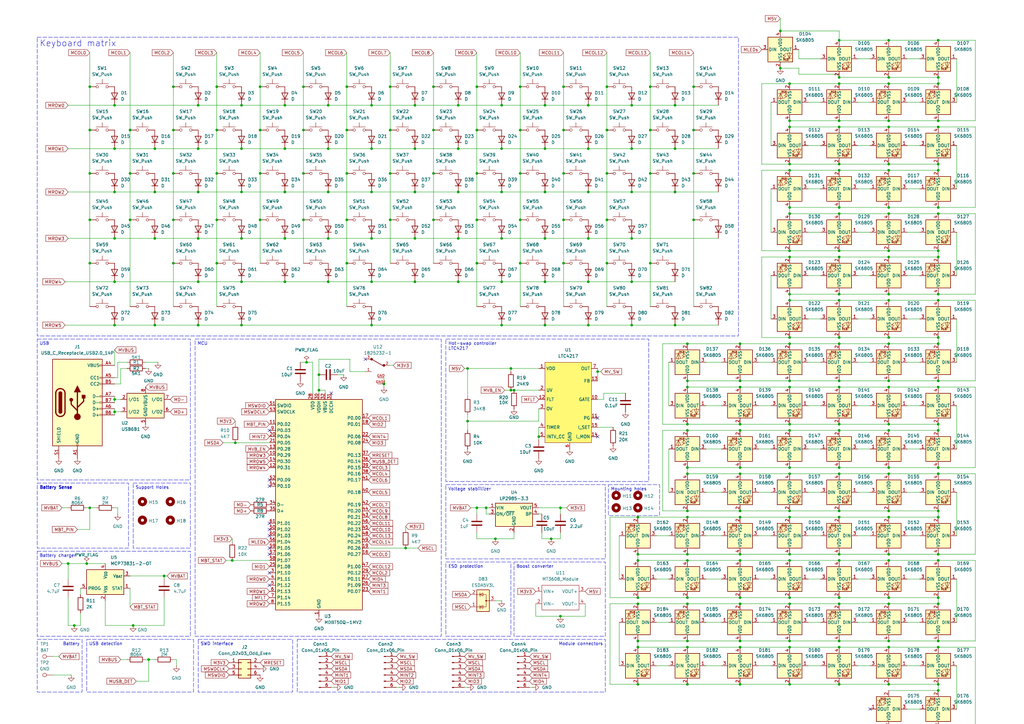
<source format=kicad_sch>
(kicad_sch (version 20250114) (generator "eeschema") (generator_version "9.0")
  (paper "A3")
  (text_box "Support Holes\n" (at 54.61 198.12 0) (size 23.495 26.67) (margins 0.9525 0.9525 0.9525 0.9525) (stroke (width 0) (type dash)) (effects (font (size 1.27 1.27)) (justify left top)))
  (text_box "USB detection\n" (at 35.56 262.255 0) (size 43.815 21.59) (margins 0.9525 0.9525 0.9525 0.9525) (stroke (width 0) (type dash)) (effects (font (size 1.27 1.27)) (justify left top)))
  (text_box "Battery\n" (at 15.24 262.255 0) (size 18.415 21.59) (margins 0.9525 0.9525 0.9525 0.9525) (stroke (width 0) (type dash)) (effects (font (size 1.27 1.27) (thickness 0.1588)) (justify right top)))
  (text_box "Mounting holes" (at 249.555 198.755 0) (size 20.955 12.7) (margins 0.9525 0.9525 0.9525 0.9525) (stroke (width 0) (type dash)) (effects (font (size 1.27 1.27)) (justify left top)))
  (text_box "Module connectors\n" (at 121.92 262.255 0) (size 126.365 21.59) (margins 0.9525 0.9525 0.9525 0.9525) (stroke (width 0) (type dash)) (effects (font (size 1.27 1.27)) (justify right top)))
  (text_box "Battery charger" (at 15.24 226.06 0) (size 62.865 34.925) (margins 0.9525 0.9525 0.9525 0.9525) (stroke (width 0) (type dash)) (effects (font (size 1.27 1.27)) (justify left top)))
  (text_box "Battery Sense\n" (at 15.24 198.12 0) (size 37.465 26.67) (margins 0.9525 0.9525 0.9525 0.9525) (stroke (width 0) (type dash)) (effects (font (size 1.27 1.27) (thickness 0.254) (bold yes)) (justify left top)))
  (text_box "SWD interface\n" (at 81.28 262.255 0) (size 38.735 21.59) (margins 0.9525 0.9525 0.9525 0.9525) (stroke (width 0) (type dash)) (effects (font (size 1.27 1.27) (thickness 0.1588)) (justify left top)))
  (text_box "Voltage stabiilizer\n" (at 182.88 198.755 0) (size 65.405 30.48) (margins 0.9525 0.9525 0.9525 0.9525) (stroke (width 0) (type dash)) (effects (font (size 1.27 1.27)) (justify left top)))
  (text_box "MCU\n" (at 80.01 139.065 0) (size 100.965 121.92) (margins 0.9525 0.9525 0.9525 0.9525) (stroke (width 0) (type dash)) (effects (font (size 1.27 1.27)) (justify left top)))
  (text_box "ESD protection\n" (at 182.88 230.505 0) (size 26.67 30.48) (margins 0.9525 0.9525 0.9525 0.9525) (stroke (width 0) (type dash)) (effects (font (size 1.27 1.27) (thickness 0.1588)) (justify left top)))
  (text_box "USB\n" (at 15.24 139.065 0) (size 62.865 57.785) (margins 0.9525 0.9525 0.9525 0.9525) (stroke (width 0) (type dash)) (effects (font (size 1.27 1.27)) (justify left top)))
  (text_box "Keyboard matrix\n" (at 15.24 15.24 0) (size 287.655 122.555) (margins 0.9525 0.9525 0.9525 0.9525) (stroke (width 0) (type dash)) (effects (font (size 2.54 2.54)) (justify left top)))
  (text_box "Boost converter\n" (at 210.82 230.505 0) (size 37.465 30.48) (margins 0.9525 0.9525 0.9525 0.9525) (stroke (width 0) (type dash)) (effects (font (size 1.27 1.27)) (justify left top)))
  (text_box "Hot-swap controller\nLTC4217\n" (at 182.88 139.065 0) (size 83.185 58.42) (margins 0.9525 0.9525 0.9525 0.9525) (stroke (width 0) (type dash)) (effects (font (size 1.27 1.27)) (justify left top)))
  (junction (at 344.17 102.87))
  (junction (at 205.74 133.35))
  (junction (at 384.81 247.65))
  (junction (at 303.53 280.67))
  (junction (at 223.52 78.74))
  (junction (at 323.85 138.43))
  (junction (at 384.81 87.63))
  (junction (at 63.5 133.35))
  (junction (at 134.62 115.57))
  (junction (at 303.53 247.65))
  (junction (at 364.49 140.97))
  (junction (at 187.96 97.79))
  (junction (at 241.3 78.74))
  (junction (at 384.81 67.31))
  (junction (at 81.28 115.57))
  (junction (at 384.81 102.87))
  (junction (at 124.46 71.12))
  (junction (at 116.84 60.96))
  (junction (at 261.62 265.43))
  (junction (at 116.84 78.74))
  (junction (at 281.94 262.89))
  (junction (at 323.85 85.09))
  (junction (at 106.68 71.12))
  (junction (at 384.81 245.11))
  (junction (at 125.73 148.59))
  (junction (at 241.3 133.35))
  (junction (at 36.83 35.56))
  (junction (at 364.49 67.31))
  (junction (at 384.81 191.77))
  (junction (at 199.39 208.28))
  (junction (at 284.48 71.12))
  (junction (at 142.24 35.56))
  (junction (at 344.17 229.87))
  (junction (at 195.58 208.28))
  (junction (at 160.02 35.56))
  (junction (at 46.99 133.35))
  (junction (at 323.85 105.41))
  (junction (at 226.06 220.98))
  (junction (at 170.18 115.57))
  (junction (at 344.17 176.53))
  (junction (at 364.49 156.21))
  (junction (at 229.87 252.73))
  (junction (at 323.85 49.53))
  (junction (at 384.81 16.51))
  (junction (at 95.25 229.87))
  (junction (at 261.62 247.65))
  (junction (at 276.86 60.96))
  (junction (at 344.17 227.33))
  (junction (at 36.83 90.17))
  (junction (at 384.81 31.75))
  (junction (at 187.96 43.18))
  (junction (at 281.94 229.87))
  (junction (at 209.55 151.13))
  (junction (at 220.98 179.07))
  (junction (at 284.48 90.17))
  (junction (at 157.48 157.48))
  (junction (at 344.17 67.31))
  (junction (at 284.48 35.56))
  (junction (at 205.74 115.57))
  (junction (at 303.53 194.31))
  (junction (at 323.85 173.99))
  (junction (at 364.49 194.31))
  (junction (at 213.36 90.17))
  (junction (at 213.36 71.12))
  (junction (at 384.81 298.45))
  (junction (at 99.06 115.57))
  (junction (at 130.81 153.67))
  (junction (at 231.14 107.95))
  (junction (at 303.53 176.53))
  (junction (at 303.53 212.09))
  (junction (at 364.49 265.43))
  (junction (at 36.83 208.28))
  (junction (at 134.62 97.79))
  (junction (at 88.9 35.56))
  (junction (at 323.85 262.89))
  (junction (at 71.12 53.34))
  (junction (at 106.68 90.17))
  (junction (at 88.9 107.95))
  (junction (at 344.17 120.65))
  (junction (at 281.94 156.21))
  (junction (at 323.85 140.97))
  (junction (at 266.7 71.12))
  (junction (at 364.49 173.99))
  (junction (at 384.81 138.43))
  (junction (at 248.92 90.17))
  (junction (at 229.87 208.28))
  (junction (at 223.52 43.18))
  (junction (at 364.49 229.87))
  (junction (at 276.86 133.35))
  (junction (at 323.85 194.31))
  (junction (at 344.17 245.11))
  (junction (at 323.85 123.19))
  (junction (at 191.77 151.13))
  (junction (at 364.49 102.87))
  (junction (at 384.81 209.55))
  (junction (at 71.12 90.17))
  (junction (at 384.81 123.19))
  (junction (at 195.58 53.34))
  (junction (at 281.94 245.11))
  (junction (at 54.61 256.54))
  (junction (at 213.36 53.34))
  (junction (at 53.34 71.12))
  (junction (at 281.94 176.53))
  (junction (at 344.17 140.97))
  (junction (at 344.17 247.65))
  (junction (at 281.94 191.77))
  (junction (at 195.58 35.56))
  (junction (at 384.81 194.31))
  (junction (at 344.17 123.19))
  (junction (at 27.94 231.14))
  (junction (at 344.17 16.51))
  (junction (at 231.14 35.56))
  (junction (at 248.92 53.34))
  (junction (at 303.53 229.87))
  (junction (at 384.81 34.29))
  (junction (at 223.52 60.96))
  (junction (at 276.86 78.74))
  (junction (at 323.85 229.87))
  (junction (at 323.85 156.21))
  (junction (at 364.49 31.75))
  (junction (at 53.34 53.34))
  (junction (at 384.81 227.33))
  (junction (at 384.81 49.53))
  (junction (at 116.84 97.79))
  (junction (at 30.48 256.54))
  (junction (at 170.18 97.79))
  (junction (at 245.11 152.4))
  (junction (at 344.17 34.29))
  (junction (at 281.94 247.65))
  (junction (at 323.85 227.33))
  (junction (at 303.53 191.77))
  (junction (at 323.85 265.43))
  (junction (at 344.17 158.75))
  (junction (at 266.7 53.34))
  (junction (at 170.18 43.18))
  (junction (at 63.5 97.79))
  (junction (at 364.49 123.19))
  (junction (at 81.28 78.74))
  (junction (at 323.85 191.77))
  (junction (at 384.81 173.99))
  (junction (at 323.85 280.67))
  (junction (at 134.62 60.96))
  (junction (at 205.74 97.79))
  (junction (at 344.17 69.85))
  (junction (at 177.8 35.56))
  (junction (at 323.85 34.29))
  (junction (at 152.4 43.18))
  (junction (at 81.28 97.79))
  (junction (at 152.4 78.74))
  (junction (at 303.53 156.21))
  (junction (at 142.24 107.95))
  (junction (at 281.94 194.31))
  (junction (at 195.58 107.95))
  (junction (at 261.62 280.67))
  (junction (at 259.08 78.74))
  (junction (at 364.49 158.75))
  (junction (at 364.49 262.89))
  (junction (at 384.81 140.97))
  (junction (at 223.52 97.79))
  (junction (at 231.14 90.17))
  (junction (at 261.62 262.89))
  (junction (at 364.49 245.11))
  (junction (at 205.74 60.96))
  (junction (at 46.99 43.18))
  (junction (at 248.92 35.56))
  (junction (at 323.85 247.65))
  (junction (at 248.92 71.12))
  (junction (at 241.3 97.79))
  (junction (at 152.4 115.57))
  (junction (at 364.49 87.63))
  (junction (at 384.81 69.85))
  (junction (at 223.52 133.35))
  (junction (at 266.7 107.95))
  (junction (at 116.84 43.18))
  (junction (at 88.9 53.34))
  (junction (at 364.49 280.67))
  (junction (at 323.85 52.07))
  (junction (at 364.49 34.29))
  (junction (at 152.4 60.96))
  (junction (at 303.53 227.33))
  (junction (at 364.49 120.65))
  (junction (at 281.94 212.09))
  (junction (at 303.53 158.75))
  (junction (at 364.49 176.53))
  (junction (at 177.8 71.12))
  (junction (at 320.04 12.7))
  (junction (at 323.85 209.55))
  (junction (at 130.81 160.02))
  (junction (at 259.08 60.96))
  (junction (at 63.5 60.96))
  (junction (at 160.02 71.12))
  (junction (at 81.28 60.96))
  (junction (at 241.3 60.96))
  (junction (at 203.2 220.98))
  (junction (at 344.17 138.43))
  (junction (at 344.17 52.07))
  (junction (at 344.17 212.09))
  (junction (at 344.17 173.99))
  (junction (at 205.74 78.74))
  (junction (at 46.99 115.57))
  (junction (at 261.62 229.87))
  (junction (at 281.94 209.55))
  (junction (at 46.99 168.91))
  (junction (at 281.94 280.67))
  (junction (at 364.49 69.85))
  (junction (at 344.17 194.31))
  (junction (at 152.4 133.35))
  (junction (at 195.58 90.17))
  (junction (at 152.4 97.79))
  (junction (at 323.85 158.75))
  (junction (at 344.17 49.53))
  (junction (at 46.99 163.83))
  (junction (at 241.3 43.18))
  (junction (at 170.18 60.96))
  (junction (at 364.49 105.41))
  (junction (at 259.08 43.18))
  (junction (at 281.94 173.99))
  (junction (at 67.31 236.22))
  (junction (at 281.94 265.43))
  (junction (at 177.8 53.34))
  (junction (at 259.08 133.35))
  (junction (at 364.49 138.43))
  (junction (at 160.02 90.17))
  (junction (at 384.81 280.67))
  (junction (at 364.49 227.33))
  (junction (at 248.92 107.95))
  (junction (at 281.94 140.97))
  (junction (at 134.62 43.18))
  (junction (at 46.99 78.74))
  (junction (at 88.9 71.12))
  (junction (at 71.12 35.56))
  (junction (at 384.81 283.21))
  (junction (at 71.12 71.12))
  (junction (at 223.52 115.57))
  (junction (at 231.14 71.12))
  (junction (at 303.53 209.55))
  (junction (at 241.3 115.57))
  (junction (at 323.85 176.53))
  (junction (at 187.96 78.74))
  (junction (at 124.46 53.34))
  (junction (at 36.83 53.34))
  (junction (at 323.85 69.85))
  (junction (at 99.06 97.79))
  (junction (at 281.94 227.33))
  (junction (at 344.17 262.89))
  (junction (at 99.06 78.74))
  (junction (at 213.36 35.56))
  (junction (at 364.49 85.09))
  (junction (at 303.53 262.89))
  (junction (at 384.81 52.07))
  (junction (at 213.36 107.95))
  (junction (at 323.85 212.09))
  (junction (at 384.81 120.65))
  (junction (at 384.81 212.09))
  (junction (at 96.52 181.61))
  (junction (at 231.14 53.34))
  (junction (at 344.17 209.55))
  (junction (at 187.96 115.57))
  (junction (at 106.68 35.56))
  (junction (at 177.8 90.17))
  (junction (at 276.86 43.18))
  (junction (at 160.02 53.34))
  (junction (at 344.17 31.75))
  (junction (at 323.85 87.63))
  (junction (at 166.37 224.79))
  (junction (at 303.53 173.99))
  (junction (at 259.08 115.57))
  (junction (at 364.49 209.55))
  (junction (at 187.96 60.96))
  (junction (at 344.17 156.21))
  (junction (at 303.53 140.97))
  (junction (at 124.46 90.17))
  (junction (at 88.9 90.17))
  (junction (at 63.5 78.74))
  (junction (at 106.68 53.34))
  (junction (at 36.83 107.95))
  (junction (at 384.81 156.21))
  (junction (at 36.83 71.12))
  (junction (at 81.28 43.18))
  (junction (at 266.7 35.56))
  (junction (at 344.17 85.09))
  (junction (at 364.49 191.77))
  (junction (at 116.84 115.57))
  (junction (at 209.55 160.02))
  (junction (at 191.77 172.72))
  (junction (at 195.58 71.12))
  (junction (at 364.49 52.07))
  (junction (at 344.17 265.43))
  (junction (at 53.34 90.17))
  (junction (at 261.62 212.09))
  (junction (at 205.74 43.18))
  (junction (at 323.85 67.31))
  (junction (at 99.06 60.96))
  (junction (at 344.17 87.63))
  (junction (at 384.81 85.09))
  (junction (at 124.46 35.56))
  (junction (at 364.49 49.53))
  (junction (at 35.56 231.14))
  (junction (at 281.94 158.75))
  (junction (at 60.96 270.51))
  (junction (at 170.18 78.74))
  (junction (at 259.08 97.79))
  (junction (at 384.81 262.89))
  (junction (at 261.62 227.33))
  (junction (at 303.53 265.43))
  (junction (at 99.06 43.18))
  (junction (at 284.48 53.34))
  (junction (at 323.85 120.65))
  (junction (at 81.28 133.35))
  (junction (at 261.62 245.11))
  (junction (at 142.24 90.17))
  (junction (at 320.04 27.94))
  (junction (at 323.85 245.11))
  (junction (at 46.99 97.79))
  (junction (at 71.12 107.95))
  (junction (at 134.62 78.74))
  (junction (at 384.81 158.75))
  (junction (at 344.17 105.41))
  (junction (at 384.81 265.43))
  (junction (at 384.81 176.53))
  (junction (at 46.99 60.96))
  (junction (at 344.17 280.67))
  (junction (at 323.85 102.87))
  (junction (at 142.24 71.12))
  (junction (at 364.49 16.51))
  (junction (at 210.82 160.02))
  (junction (at 384.81 105.41))
  (junction (at 303.53 245.11))
  (junction (at 142.24 53.34))
  (junction (at 364.49 212.09))
  (junction (at 364.49 247.65))
  (junction (at 384.81 229.87))
  (junction (at 344.17 191.77))
  (junction (at 99.06 133.35))
  (no_connect (at 135.89 161.29))
  (no_connect (at 110.49 224.79))
  (no_connect (at 149.86 147.32))
  (no_connect (at 245.11 171.45))
  (no_connect (at 110.49 227.33))
  (no_connect (at 356.87 290.83))
  (no_connect (at 110.49 234.95))
  (no_connect (at 110.49 217.17))
  (no_connect (at 110.49 196.85))
  (no_connect (at 245.11 179.07))
  (no_connect (at 110.49 176.53))
  (no_connect (at 110.49 219.71))
  (no_connect (at 110.49 199.39))
  (no_connect (at 110.49 240.03))
  (no_connect (at 110.49 214.63))
  (wire (pts (xy 53.34 90.17) (xy 53.34 125.73)))
  (wire (pts (xy 281.94 247.65) (xy 303.53 247.65)))
  (wire (pts (xy 351.79 41.91) (xy 356.87 41.91)))
  (wire (pts (xy 312.42 138.43) (xy 323.85 138.43)))
  (wire (pts (xy 81.28 115.57) (xy 99.06 115.57)))
  (wire (pts (xy 43.18 246.38) (xy 43.18 256.54)))
  (wire (pts (xy 231.14 35.56) (xy 231.14 53.34)))
  (wire (pts (xy 316.23 77.47) (xy 316.23 95.25)))
  (wire (pts (xy 124.46 53.34) (xy 124.46 71.12)))
  (wire (pts (xy 344.17 30.48) (xy 344.17 31.75)))
  (wire (pts (xy 331.47 148.59) (xy 336.55 148.59)))
  (wire (pts (xy 281.94 262.89) (xy 303.53 262.89)))
  (wire (pts (xy 52.07 270.51) (xy 49.53 270.51)))
  (wire (pts (xy 106.68 71.12) (xy 106.68 90.17)))
  (wire (pts (xy 400.05 49.53) (xy 384.81 49.53)))
  (wire (pts (xy 312.42 105.41) (xy 312.42 138.43)))
  (wire (pts (xy 152.4 78.74) (xy 170.18 78.74)))
  (wire (pts (xy 384.81 102.87) (xy 384.81 105.41)))
  (wire (pts (xy 210.82 160.02) (xy 209.55 160.02)))
  (wire (pts (xy 106.68 21.59) (xy 106.68 35.56)))
  (wire (pts (xy 99.06 97.79) (xy 116.84 97.79)))
  (wire (pts (xy 33.02 241.3) (xy 33.02 243.84)))
  (wire (pts (xy 116.84 43.18) (xy 134.62 43.18)))
  (wire (pts (xy 312.42 34.29) (xy 312.42 67.31)))
  (wire (pts (xy 364.49 123.19) (xy 384.81 123.19)))
  (wire (pts (xy 46.99 163.83) (xy 46.99 165.1)))
  (wire (pts (xy 372.11 148.59) (xy 377.19 148.59)))
  (wire (pts (xy 26.67 133.35) (xy 46.99 133.35)))
  (wire (pts (xy 170.18 43.18) (xy 187.96 43.18)))
  (wire (pts (xy 276.86 78.74) (xy 294.64 78.74)))
  (wire (pts (xy 351.79 237.49) (xy 356.87 237.49)))
  (wire (pts (xy 52.07 148.59) (xy 48.26 148.59)))
  (wire (pts (xy 245.11 175.26) (xy 251.46 175.26)))
  (wire (pts (xy 142.24 35.56) (xy 142.24 53.34)))
  (wire (pts (xy 223.52 115.57) (xy 241.3 115.57)))
  (wire (pts (xy 281.94 212.09) (xy 303.53 212.09)))
  (wire (pts (xy 124.46 90.17) (xy 124.46 107.95)))
  (wire (pts (xy 36.83 53.34) (xy 36.83 71.12)))
  (wire (pts (xy 364.49 16.51) (xy 384.81 16.51)))
  (wire (pts (xy 134.62 60.96) (xy 152.4 60.96)))
  (wire (pts (xy 364.49 67.31) (xy 384.81 67.31)))
  (wire (pts (xy 323.85 173.99) (xy 344.17 173.99)))
  (wire (pts (xy 372.11 201.93) (xy 377.19 201.93)))
  (wire (pts (xy 254 255.27) (xy 254 273.05)))
  (wire (pts (xy 331.47 219.71) (xy 336.55 219.71)))
  (wire (pts (xy 331.47 184.15) (xy 336.55 184.15)))
  (wire (pts (xy 46.99 115.57) (xy 81.28 115.57)))
  (wire (pts (xy 392.43 130.81) (xy 392.43 148.59)))
  (wire (pts (xy 106.68 53.34) (xy 106.68 71.12)))
  (wire (pts (xy 372.11 237.49) (xy 377.19 237.49)))
  (wire (pts (xy 261.62 227.33) (xy 261.62 229.87)))
  (wire (pts (xy 191.77 170.18) (xy 191.77 172.72)))
  (wire (pts (xy 99.06 60.96) (xy 116.84 60.96)))
  (wire (pts (xy 177.8 35.56) (xy 177.8 21.59)))
  (wire (pts (xy 351.79 95.25) (xy 356.87 95.25)))
  (wire (pts (xy 281.94 176.53) (xy 303.53 176.53)))
  (wire (pts (xy 53.34 71.12) (xy 53.34 90.17)))
  (wire (pts (xy 312.42 69.85) (xy 312.42 102.87)))
  (wire (pts (xy 364.49 212.09) (xy 384.81 212.09)))
  (wire (pts (xy 213.36 21.59) (xy 213.36 35.56)))
  (wire (pts (xy 284.48 71.12) (xy 284.48 90.17)))
  (wire (pts (xy 364.49 247.65) (xy 344.17 247.65)))
  (wire (pts (xy 99.06 133.35) (xy 152.4 133.35)))
  (wire (pts (xy 187.96 115.57) (xy 205.74 115.57)))
  (wire (pts (xy 311.15 166.37) (xy 316.23 166.37)))
  (wire (pts (xy 351.79 113.03) (xy 356.87 113.03)))
  (wire (pts (xy 63.5 60.96) (xy 81.28 60.96)))
  (wire (pts (xy 48.26 154.94) (xy 46.99 154.94)))
  (wire (pts (xy 316.23 41.91) (xy 316.23 59.69)))
  (wire (pts (xy 323.85 229.87) (xy 344.17 229.87)))
  (wire (pts (xy 344.17 173.99) (xy 364.49 173.99)))
  (wire (pts (xy 384.81 49.53) (xy 364.49 49.53)))
  (wire (pts (xy 351.79 77.47) (xy 356.87 77.47)))
  (wire (pts (xy 323.85 265.43) (xy 344.17 265.43)))
  (wire (pts (xy 331.47 166.37) (xy 336.55 166.37)))
  (wire (pts (xy 36.83 90.17) (xy 36.83 107.95)))
  (wire (pts (xy 331.47 41.91) (xy 336.55 41.91)))
  (wire (pts (xy 190.5 151.13) (xy 191.77 151.13)))
  (wire (pts (xy 195.58 35.56) (xy 195.58 53.34)))
  (wire (pts (xy 364.49 283.21) (xy 384.81 283.21)))
  (wire (pts (xy 274.32 184.15) (xy 274.32 201.93)))
  (wire (pts (xy 320.04 7.62) (xy 320.04 12.7)))
  (wire (pts (xy 344.17 105.41) (xy 364.49 105.41)))
  (wire (pts (xy 195.58 208.28) (xy 195.58 210.82)))
  (wire (pts (xy 88.9 90.17) (xy 88.9 107.95)))
  (wire (pts (xy 259.08 97.79) (xy 294.64 97.79)))
  (wire (pts (xy 344.17 12.7) (xy 344.17 16.51)))
  (wire (pts (xy 229.87 252.73) (xy 240.03 252.73)))
  (wire (pts (xy 160.02 35.56) (xy 160.02 53.34)))
  (wire (pts (xy 372.11 113.03) (xy 377.19 113.03)))
  (wire (pts (xy 261.62 262.89) (xy 261.62 265.43)))
  (wire (pts (xy 160.02 149.86) (xy 161.29 149.86)))
  (wire (pts (xy 209.55 151.13) (xy 209.55 152.4)))
  (wire (pts (xy 259.08 115.57) (xy 276.86 115.57)))
  (wire (pts (xy 384.81 156.21) (xy 400.05 156.21)))
  (wire (pts (xy 36.83 217.17) (xy 36.83 208.28)))
  (wire (pts (xy 35.56 231.14) (xy 43.18 231.14)))
  (wire (pts (xy 323.85 85.09) (xy 323.85 87.63)))
  (wire (pts (xy 400.05 194.31) (xy 400.05 227.33)))
  (wire (pts (xy 261.62 262.89) (xy 281.94 262.89)))
  (wire (pts (xy 248.92 35.56) (xy 248.92 21.59)))
  (wire (pts (xy 133.35 160.02) (xy 130.81 160.02)))
  (wire (pts (xy 271.78 140.97) (xy 271.78 173.99)))
  (wire (pts (xy 71.12 71.12) (xy 71.12 90.17)))
  (wire (pts (xy 351.79 166.37) (xy 356.87 166.37)))
  (wire (pts (xy 27.94 97.79) (xy 46.99 97.79)))
  (wire (pts (xy 213.36 107.95) (xy 213.36 125.73)))
  (wire (pts (xy 276.86 133.35) (xy 294.64 133.35)))
  (wire (pts (xy 311.15 237.49) (xy 316.23 237.49)))
  (wire (pts (xy 195.58 35.56) (xy 195.58 21.59)))
  (wire (pts (xy 220.98 179.07) (xy 220.98 180.34)))
  (wire (pts (xy 400.05 16.51) (xy 400.05 49.53)))
  (wire (pts (xy 384.81 283.21) (xy 384.81 280.67)))
  (wire (pts (xy 344.17 138.43) (xy 364.49 138.43)))
  (wire (pts (xy 303.53 245.11) (xy 323.85 245.11)))
  (wire (pts (xy 344.17 102.87) (xy 364.49 102.87)))
  (wire (pts (xy 53.34 236.22) (xy 67.31 236.22)))
  (wire (pts (xy 372.11 59.69) (xy 377.19 59.69)))
  (wire (pts (xy 219.71 252.73) (xy 229.87 252.73)))
  (wire (pts (xy 323.85 120.65) (xy 323.85 123.19)))
  (wire (pts (xy 63.5 97.79) (xy 81.28 97.79)))
  (wire (pts (xy 231.14 53.34) (xy 231.14 71.12)))
  (wire (pts (xy 392.43 59.69) (xy 392.43 77.47)))
  (wire (pts (xy 33.02 256.54) (xy 33.02 251.46)))
  (wire (pts (xy 400.05 158.75) (xy 400.05 191.77)))
  (wire (pts (xy 223.52 60.96) (xy 241.3 60.96)))
  (wire (pts (xy 384.81 227.33) (xy 400.05 227.33)))
  (wire (pts (xy 364.49 49.53) (xy 344.17 49.53)))
  (wire (pts (xy 323.85 138.43) (xy 344.17 138.43)))
  (wire (pts (xy 331.47 59.69) (xy 336.55 59.69)))
  (wire (pts (xy 134.62 78.74) (xy 152.4 78.74)))
  (wire (pts (xy 187.96 60.96) (xy 205.74 60.96)))
  (wire (pts (xy 303.53 158.75) (xy 323.85 158.75)))
  (wire (pts (xy 124.46 35.56) (xy 124.46 53.34)))
  (wire (pts (xy 344.17 156.21) (xy 323.85 156.21)))
  (wire (pts (xy 71.12 90.17) (xy 71.12 107.95)))
  (wire (pts (xy 323.85 280.67) (xy 344.17 280.67)))
  (wire (pts (xy 364.49 191.77) (xy 344.17 191.77)))
  (wire (pts (xy 261.62 265.43) (xy 281.94 265.43)))
  (wire (pts (xy 205.74 246.38) (xy 203.2 246.38)))
  (wire (pts (xy 177.8 90.17) (xy 177.8 107.95)))
  (wire (pts (xy 384.81 105.41) (xy 364.49 105.41)))
  (wire (pts (xy 281.94 158.75) (xy 303.53 158.75)))
  (wire (pts (xy 392.43 201.93) (xy 392.43 219.71)))
  (wire (pts (xy 384.81 209.55) (xy 384.81 212.09)))
  (wire (pts (xy 372.11 77.47) (xy 377.19 77.47)))
  (wire (pts (xy 323.85 156.21) (xy 303.53 156.21)))
  (wire (pts (xy 36.83 35.56) (xy 36.83 53.34)))
  (wire (pts (xy 71.12 53.34) (xy 71.12 71.12)))
  (wire (pts (xy 222.25 220.98) (xy 226.06 220.98)))
  (wire (pts (xy 261.62 245.11) (xy 281.94 245.11)))
  (wire (pts (xy 116.84 60.96) (xy 134.62 60.96)))
  (wire (pts (xy 323.85 105.41) (xy 344.17 105.41)))
  (wire (pts (xy 312.42 102.87) (xy 323.85 102.87)))
  (wire (pts (xy 344.17 209.55) (xy 364.49 209.55)))
  (wire (pts (xy 344.17 265.43) (xy 364.49 265.43)))
  (wire (pts (xy 116.84 115.57) (xy 134.62 115.57)))
  (wire (pts (xy 195.58 107.95) (xy 195.58 125.73)))
  (wire (pts (xy 384.81 245.11) (xy 384.81 247.65)))
  (wire (pts (xy 384.81 158.75) (xy 400.05 158.75)))
  (wire (pts (xy 344.17 87.63) (xy 364.49 87.63)))
  (wire (pts (xy 372.11 184.15) (xy 377.19 184.15)))
  (wire (pts (xy 195.58 208.28) (xy 199.39 208.28)))
  (wire (pts (xy 259.08 133.35) (xy 276.86 133.35)))
  (wire (pts (xy 231.14 107.95) (xy 231.14 125.73)))
  (wire (pts (xy 400.05 262.89) (xy 384.81 262.89)))
  (wire (pts (xy 152.4 60.96) (xy 170.18 60.96)))
  (wire (pts (xy 364.49 140.97) (xy 344.17 140.97)))
  (wire (pts (xy 199.39 208.28) (xy 200.66 208.28)))
  (wire (pts (xy 311.15 273.05) (xy 316.23 273.05)))
  (wire (pts (xy 160.02 71.12) (xy 160.02 90.17)))
  (wire (pts (xy 281.94 140.97) (xy 271.78 140.97)))
  (wire (pts (xy 130.81 147.32) (xy 130.81 153.67)))
  (wire (pts (xy 27.94 60.96) (xy 46.99 60.96)))
  (wire (pts (xy 344.17 16.51) (xy 364.49 16.51)))
  (wire (pts (xy 231.14 71.12) (xy 231.14 90.17)))
  (wire (pts (xy 392.43 24.13) (xy 392.43 41.91)))
  (wire (pts (xy 199.39 210.82) (xy 199.39 208.28)))
  (wire (pts (xy 266.7 107.95) (xy 266.7 125.73)))
  (wire (pts (xy 384.81 120.65) (xy 400.05 120.65)))
  (wire (pts (xy 49.53 151.13) (xy 52.07 151.13)))
  (wire (pts (xy 303.53 262.89) (xy 323.85 262.89)))
  (wire (pts (xy 191.77 151.13) (xy 209.55 151.13)))
  (wire (pts (xy 289.56 237.49) (xy 295.91 237.49)))
  (wire (pts (xy 250.19 247.65) (xy 261.62 247.65)))
  (wire (pts (xy 303.53 280.67) (xy 323.85 280.67)))
  (wire (pts (xy 323.85 123.19) (xy 344.17 123.19)))
  (wire (pts (xy 281.94 156.21) (xy 281.94 158.75)))
  (wire (pts (xy 384.81 191.77) (xy 364.49 191.77)))
  (wire (pts (xy 88.9 71.12) (xy 88.9 90.17)))
  (wire (pts (xy 223.52 97.79) (xy 241.3 97.79)))
  (wire (pts (xy 36.83 208.28) (xy 39.37 208.28)))
  (wire (pts (xy 320.04 27.94) (xy 327.66 27.94)))
  (wire (pts (xy 344.17 212.09) (xy 364.49 212.09)))
  (wire (pts (xy 27.94 231.14) (xy 35.56 231.14)))
  (wire (pts (xy 323.85 49.53) (xy 323.85 52.07)))
  (wire (pts (xy 303.53 191.77) (xy 323.85 191.77)))
  (wire (pts (xy 241.3 43.18) (xy 259.08 43.18)))
  (wire (pts (xy 303.53 227.33) (xy 323.85 227.33)))
  (wire (pts (xy 284.48 35.56) (xy 284.48 21.59)))
  (wire (pts (xy 344.17 120.65) (xy 364.49 120.65)))
  (wire (pts (xy 372.11 41.91) (xy 377.19 41.91)))
  (wire (pts (xy 200.66 210.82) (xy 199.39 210.82)))
  (wire (pts (xy 323.85 158.75) (xy 344.17 158.75)))
  (wire (pts (xy 250.19 245.11) (xy 261.62 245.11)))
  (wire (pts (xy 384.81 138.43) (xy 384.81 140.97)))
  (wire (pts (xy 364.49 245.11) (xy 384.81 245.11)))
  (wire (pts (xy 259.08 43.18) (xy 276.86 43.18)))
  (wire (pts (xy 331.47 113.03) (xy 336.55 113.03)))
  (wire (pts (xy 356.87 24.13) (xy 351.79 24.13)))
  (wire (pts (xy 248.92 90.17) (xy 248.92 107.95)))
  (wire (pts (xy 67.31 237.49) (xy 67.31 236.22)))
  (wire (pts (xy 364.49 156.21) (xy 344.17 156.21)))
  (wire (pts (xy 281.94 245.11) (xy 303.53 245.11)))
  (wire (pts (xy 160.02 21.59) (xy 160.02 35.56)))
  (wire (pts (xy 364.49 265.43) (xy 384.81 265.43)))
  (wire (pts (xy 392.43 273.05) (xy 392.43 290.83)))
  (wire (pts (xy 88.9 107.95) (xy 88.9 125.73)))
  (wire (pts (xy 284.48 53.34) (xy 284.48 71.12)))
  (wire (pts (xy 384.81 247.65) (xy 364.49 247.65)))
  (wire (pts (xy 351.79 130.81) (xy 356.87 130.81)))
  (wire (pts (xy 72.39 270.51) (xy 71.12 270.51)))
  (wire (pts (xy 191.77 151.13) (xy 191.77 162.56)))
  (wire (pts (xy 207.01 160.02) (xy 209.55 160.02)))
  (wire (pts (xy 261.62 212.09) (xy 250.19 212.09)))
  (wire (pts (xy 372.11 130.81) (xy 377.19 130.81)))
  (wire (pts (xy 53.34 53.34) (xy 53.34 71.12)))
  (wire (pts (xy 53.34 248.92) (xy 53.34 241.3)))
  (wire (pts (xy 384.81 16.51) (xy 400.05 16.51)))
  (wire (pts (xy 166.37 215.9) (xy 166.37 217.17)))
  (wire (pts (xy 289.56 255.27) (xy 295.91 255.27)))
  (wire (pts (xy 250.19 212.09) (xy 250.19 245.11)))
  (wire (pts (xy 31.75 217.17) (xy 36.83 217.17)))
  (wire (pts (xy 116.84 97.79) (xy 134.62 97.79)))
  (wire (pts (xy 400.05 265.43) (xy 400.05 298.45)))
  (wire (pts (xy 312.42 105.41) (xy 323.85 105.41)))
  (wire (pts (xy 72.39 273.05) (xy 72.39 270.51)))
  (wire (pts (xy 81.28 78.74) (xy 99.06 78.74)))
  (wire (pts (xy 320.04 12.7) (xy 344.17 12.7)))
  (wire (pts (xy 36.83 107.95) (xy 36.83 125.73)))
  (wire (pts (xy 213.36 53.34) (xy 213.36 71.12)))
  (wire (pts (xy 384.81 123.19) (xy 400.05 123.19)))
  (wire (pts (xy 241.3 60.96) (xy 259.08 60.96)))
  (wire (pts (xy 245.11 151.13) (xy 245.11 152.4)))
  (wire (pts (xy 240.03 252.73) (xy 240.03 247.65)))
  (wire (pts (xy 143.51 152.4) (xy 149.86 152.4)))
  (wire (pts (xy 36.83 71.12) (xy 36.83 90.17)))
  (wire (pts (xy 331.47 130.81) (xy 336.55 130.81)))
  (wire (pts (xy 92.71 229.87) (xy 95.25 229.87)))
  (wire (pts (xy 130.81 153.67) (xy 130.81 160.02)))
  (wire (pts (xy 124.46 21.59) (xy 124.46 35.56)))
  (wire (pts (xy 223.52 133.35) (xy 241.3 133.35)))
  (wire (pts (xy 323.85 227.33) (xy 344.17 227.33)))
  (wire (pts (xy 191.77 172.72) (xy 191.77 176.53)))
  (wire (pts (xy 323.85 52.07) (xy 344.17 52.07)))
  (wire (pts (xy 46.99 60.96) (xy 63.5 60.96)))
  (wire (pts (xy 281.94 209.55) (xy 303.53 209.55)))
  (wire (pts (xy 21.59 269.24) (xy 24.13 269.24)))
  (wire (pts (xy 220.98 172.72) (xy 220.98 167.64)))
  (wire (pts (xy 364.49 262.89) (xy 344.17 262.89)))
  (wire (pts (xy 63.5 78.74) (xy 81.28 78.74)))
  (wire (pts (xy 48.26 208.28) (xy 46.99 208.28)))
  (wire (pts (xy 27.94 208.28) (xy 25.4 208.28)))
  (wire (pts (xy 266.7 71.12) (xy 266.7 107.95)))
  (wire (pts (xy 400.05 87.63) (xy 400.05 120.65)))
  (wire (pts (xy 384.81 173.99) (xy 384.81 176.53)))
  (wire (pts (xy 271.78 209.55) (xy 281.94 209.55)))
  (wire (pts (xy 43.18 256.54) (xy 54.61 256.54)))
  (wire (pts (xy 344.17 34.29) (xy 364.49 34.29)))
  (wire (pts (xy 195.58 90.17) (xy 195.58 107.95)))
  (wire (pts (xy 271.78 176.53) (xy 271.78 209.55)))
  (wire (pts (xy 311.15 148.59) (xy 316.23 148.59)))
  (wire (pts (xy 303.53 247.65) (xy 323.85 247.65)))
  (wire (pts (xy 364.49 102.87) (xy 384.81 102.87)))
  (wire (pts (xy 372.11 24.13) (xy 377.19 24.13)))
  (wire (pts (xy 203.2 220.98) (xy 210.82 220.98)))
  (wire (pts (xy 152.4 97.79) (xy 170.18 97.79)))
  (wire (pts (xy 248.92 71.12) (xy 248.92 90.17)))
  (wire (pts (xy 63.5 133.35) (xy 81.28 133.35)))
  (wire (pts (xy 384.81 87.63) (xy 400.05 87.63)))
  (wire (pts (xy 205.74 43.18) (xy 223.52 43.18)))
  (wire (pts (xy 170.18 78.74) (xy 187.96 78.74)))
  (wire (pts (xy 46.99 168.91) (xy 49.53 168.91)))
  (wire (pts (xy 311.15 219.71) (xy 316.23 219.71)))
  (wire (pts (xy 71.12 21.59) (xy 71.12 35.56)))
  (wire (pts (xy 269.24 219.71) (xy 274.32 219.71)))
  (wire (pts (xy 27.94 245.11) (xy 27.94 256.54)))
  (wire (pts (xy 99.06 43.18) (xy 116.84 43.18)))
  (wire (pts (xy 35.56 208.28) (xy 36.83 208.28)))
  (wire (pts (xy 205.74 60.96) (xy 223.52 60.96)))
  (wire (pts (xy 49.53 157.48) (xy 46.99 157.48)))
  (wire (pts (xy 344.17 85.09) (xy 364.49 85.09)))
  (wire (pts (xy 143.51 147.32) (xy 130.81 147.32)))
  (wire (pts (xy 384.81 298.45) (xy 400.05 298.45)))
  (wire (pts (xy 213.36 90.17) (xy 213.36 107.95)))
  (wire (pts (xy 364.49 298.45) (xy 384.81 298.45)))
  (wire (pts (xy 133.35 161.29) (xy 133.35 160.02)))
  (wire (pts (xy 281.94 173.99) (xy 303.53 173.99)))
  (wire (pts (xy 289.56 166.37) (xy 295.91 166.37)))
  (wire (pts (xy 218.44 281.94) (xy 217.17 281.94)))
  (wire (pts (xy 364.49 120.65) (xy 384.81 120.65)))
  (wire (pts (xy 231.14 90.17) (xy 231.14 107.95)))
  (wire (pts (xy 48.26 210.82) (xy 48.26 208.28)))
  (wire (pts (xy 152.4 43.18) (xy 170.18 43.18)))
  (wire (pts (xy 384.81 67.31) (xy 384.81 69.85)))
  (wire (pts (xy 312.42 69.85) (xy 323.85 69.85)))
  (wire (pts (xy 151.13 224.79) (xy 166.37 224.79)))
  (wire (pts (xy 241.3 133.35) (xy 259.08 133.35)))
  (wire (pts (xy 311.15 255.27) (xy 316.23 255.27)))
  (wire (pts (xy 331.47 255.27) (xy 336.55 255.27)))
  (wire (pts (xy 281.94 191.77) (xy 281.94 194.31)))
  (wire (pts (xy 344.17 191.77) (xy 323.85 191.77)))
  (wire (pts (xy 269.24 273.05) (xy 274.32 273.05)))
  (wire (pts (xy 344.17 52.07) (xy 364.49 52.07)))
  (wire (pts (xy 248.92 53.34) (xy 248.92 71.12)))
  (wire (pts (xy 269.24 255.27) (xy 274.32 255.27)))
  (wire (pts (xy 88.9 21.59) (xy 88.9 35.56)))
  (wire (pts (xy 229.87 208.28) (xy 229.87 210.82)))
  (wire (pts (xy 323.85 34.29) (xy 312.42 34.29)))
  (wire (pts (xy 364.49 280.67) (xy 384.81 280.67)))
  (wire (pts (xy 364.49 176.53) (xy 344.17 176.53)))
  (wire (pts (xy 205.74 78.74) (xy 223.52 78.74)))
  (wire (pts (xy 323.85 67.31) (xy 344.17 67.31)))
  (wire (pts (xy 269.24 237.49) (xy 274.32 237.49)))
  (wire (pts (xy 351.79 184.15) (xy 356.87 184.15)))
  (wire (pts (xy 331.47 77.47) (xy 336.55 77.47)))
  (wire (pts (xy 36.83 21.59) (xy 36.83 35.56)))
  (wire (pts (xy 46.99 168.91) (xy 46.99 170.18)))
  (wire (pts (xy 344.17 69.85) (xy 364.49 69.85)))
  (wire (pts (xy 59.69 270.51) (xy 60.96 270.51)))
  (wire (pts (xy 281.94 229.87) (xy 303.53 229.87)))
  (wire (pts (xy 220.98 210.82) (xy 222.25 210.82)))
  (wire (pts (xy 195.58 220.98) (xy 203.2 220.98)))
  (wire (pts (xy 323.85 87.63) (xy 344.17 87.63)))
  (wire (pts (xy 364.49 34.29) (xy 384.81 34.29)))
  (wire (pts (xy 134.62 97.79) (xy 152.4 97.79)))
  (wire (pts (xy 311.15 201.93) (xy 316.23 201.93)))
  (wire (pts (xy 364.49 158.75) (xy 384.81 158.75)))
  (wire (pts (xy 124.46 71.12) (xy 124.46 90.17)))
  (wire (pts (xy 81.28 60.96) (xy 99.06 60.96)))
  (wire (pts (xy 281.94 191.77) (xy 303.53 191.77)))
  (wire (pts (xy 303.53 229.87) (xy 323.85 229.87)))
  (wire (pts (xy 372.11 255.27) (xy 377.19 255.27)))
  (wire (pts (xy 344.17 262.89) (xy 323.85 262.89)))
  (wire (pts (xy 364.49 31.75) (xy 384.81 31.75)))
  (wire (pts (xy 177.8 53.34) (xy 177.8 71.12)))
  (wire (pts (xy 372.11 273.05) (xy 377.19 273.05)))
  (wire (pts (xy 46.99 78.74) (xy 63.5 78.74)))
  (wire (pts (xy 246.38 152.4) (xy 245.11 152.4)))
  (wire (pts (xy 60.96 279.4) (xy 60.96 270.51)))
  (wire (pts (xy 125.73 148.59) (xy 128.27 148.59)))
  (wire (pts (xy 157.48 158.75) (xy 157.48 157.48)))
  (wire (pts (xy 344.17 67.31) (xy 364.49 67.31)))
  (wire (pts (xy 67.31 236.22) (xy 68.58 236.22)))
  (wire (pts (xy 99.06 115.57) (xy 116.84 115.57)))
  (wire (pts (xy 331.47 273.05) (xy 336.55 273.05)))
  (wire (pts (xy 220.98 175.26) (xy 220.98 179.07)))
  (wire (pts (xy 46.99 143.51) (xy 46.99 149.86)))
  (wire (pts (xy 160.02 53.34) (xy 160.02 71.12)))
  (wire (pts (xy 364.49 52.07) (xy 384.81 52.07)))
  (wire (pts (xy 372.11 166.37) (xy 377.19 166.37)))
  (wire (pts (xy 266.7 53.34) (xy 266.7 71.12)))
  (wire (pts (xy 327.66 30.48) (xy 344.17 30.48)))
  (wire (pts (xy 344.17 158.75) (xy 364.49 158.75)))
  (wire (pts (xy 331.47 201.93) (xy 336.55 201.93)))
  (wire (pts (xy 229.87 218.44) (xy 229.87 220.98)))
  (wire (pts (xy 53.34 21.59) (xy 53.34 53.34)))
  (wire (pts (xy 323.85 140.97) (xy 303.53 140.97)))
  (wire (pts (xy 220.98 160.02) (xy 210.82 160.02)))
  (wire (pts (xy 134.62 43.18) (xy 152.4 43.18)))
  (wire (pts (xy 276.86 60.96) (xy 294.64 60.96)))
  (wire (pts (xy 64.77 148.59) (xy 59.69 148.59)))
  (wire (pts (xy 351.79 148.59) (xy 356.87 148.59)))
  (wire (pts (xy 289.56 219.71) (xy 295.91 219.71)))
  (wire (pts (xy 289.56 201.93) (xy 295.91 201.93)))
  (wire (pts (xy 26.67 115.57) (xy 46.99 115.57)))
  (wire (pts (xy 254 219.71) (xy 254 237.49)))
  (wire (pts (xy 384.81 85.09) (xy 364.49 85.09)))
  (wire (pts (xy 344.17 194.31) (xy 364.49 194.31)))
  (wire (pts (xy 226.06 220.98) (xy 229.87 220.98)))
  (wire (pts (xy 384.81 140.97) (xy 364.49 140.97)))
  (wire (pts (xy 152.4 115.57) (xy 170.18 115.57)))
  (wire (pts (xy 344.17 176.53) (xy 323.85 176.53)))
  (wire (pts (xy 27.94 237.49) (xy 27.94 231.14)))
  (wire (pts (xy 137.16 281.94) (xy 135.89 281.94)))
  (wire (pts (xy 364.49 229.87) (xy 384.81 229.87)))
  (wire (pts (xy 195.58 53.34) (xy 195.58 71.12)))
  (wire (pts (xy 27.94 78.74) (xy 46.99 78.74)))
  (wire (pts (xy 284.48 90.17) (xy 284.48 125.73)))
  (wire (pts (xy 261.62 247.65) (xy 281.94 247.65)))
  (wire (pts (xy 261.62 229.87) (xy 281.94 229.87)))
  (wire (pts (xy 372.11 290.83) (xy 377.19 290.83)))
  (wire (pts (xy 364.49 194.31) (xy 384.81 194.31)))
  (wire (pts (xy 316.23 113.03) (xy 316.23 130.81)))
  (wire (pts (xy 95.25 220.98) (xy 95.25 222.25)))
  (wire (pts (xy 250.19 247.65) (xy 250.19 280.67)))
  (wire (pts (xy 143.51 147.32) (xy 143.51 152.4)))
  (wire (pts (xy 54.61 256.54) (xy 67.31 256.54)))
  (wire (pts (xy 241.3 78.74) (xy 259.08 78.74)))
  (wire (pts (xy 29.21 276.86) (xy 21.59 276.86)))
  (wire (pts (xy 30.48 256.54) (xy 33.02 256.54)))
  (wire (pts (xy 312.42 67.31) (xy 323.85 67.31)))
  (wire (pts (xy 81.28 97.79) (xy 99.06 97.79)))
  (wire (pts (xy 46.99 163.83) (xy 49.53 163.83)))
  (wire (pts (xy 323.85 212.09) (xy 344.17 212.09)))
  (wire (pts (xy 303.53 156.21) (xy 281.94 156.21)))
  (wire (pts (xy 134.62 115.57) (xy 152.4 115.57)))
  (wire (pts (xy 55.88 279.4) (xy 60.96 279.4)))
  (wire (pts (xy 261.62 280.67) (xy 281.94 280.67)))
  (wire (pts (xy 106.68 90.17) (xy 106.68 107.95)))
  (wire (pts (xy 67.31 245.11) (xy 67.31 256.54)))
  (wire (pts (xy 171.45 224.79) (xy 166.37 224.79)))
  (wire (pts (xy 95.25 229.87) (xy 110.49 229.87)))
  (wire (pts (xy 142.24 53.34) (xy 142.24 71.12)))
  (wire (pts (xy 281.94 280.67) (xy 303.53 280.67)))
  (wire (pts (xy 231.14 35.56) (xy 231.14 21.59)))
  (wire (pts (xy 384.81 176.53) (xy 364.49 176.53)))
  (wire (pts (xy 327.66 27.94) (xy 327.66 30.48)))
  (wire (pts (xy 106.68 35.56) (xy 106.68 53.34)))
  (wire (pts (xy 364.49 173.99) (xy 384.81 173.99)))
  (wire (pts (xy 344.17 31.75) (xy 364.49 31.75)))
  (wire (pts (xy 274.32 148.59) (xy 274.32 166.37)))
  (wire (pts (xy 276.86 43.18) (xy 294.64 43.18)))
  (wire (pts (xy 303.53 140.97) (xy 281.94 140.97)))
  (wire (pts (xy 193.04 208.28) (xy 195.58 208.28)))
  (wire (pts (xy 96.52 181.61) (xy 110.49 181.61)))
  (wire (pts (xy 248.92 35.56) (xy 248.92 53.34)))
  (wire (pts (xy 223.52 43.18) (xy 241.3 43.18)))
  (wire (pts (xy 344.17 280.67) (xy 364.49 280.67)))
  (wire (pts (xy 261.62 212.09) (xy 281.94 212.09)))
  (wire (pts (xy 323.85 209.55) (xy 344.17 209.55)))
  (wire (pts (xy 327.66 20.32) (xy 327.66 24.13)))
  (wire (pts (xy 229.87 208.28) (xy 232.41 208.28)))
  (wire (pts (xy 210.82 218.44) (xy 210.82 220.98)))
  (wire (pts (xy 400.05 123.19) (xy 400.05 156.21)))
  (wire (pts (xy 364.49 138.43) (xy 384.81 138.43)))
  (wire (pts (xy 88.9 35.56) (xy 88.9 53.34)))
  (wire (pts (xy 81.28 43.18) (xy 99.06 43.18)))
  (wire (pts (xy 25.4 231.14) (xy 27.94 231.14)))
  (wire (pts (xy 303.53 173.99) (xy 323.85 173.99)))
  (wire (pts (xy 60.96 270.51) (xy 63.5 270.51)))
  (wire (pts (xy 259.08 60.96) (xy 276.86 60.96)))
  (wire (pts (xy 46.99 167.64) (xy 46.99 168.91)))
  (wire (pts (xy 323.85 34.29) (xy 344.17 34.29)))
  (wire (pts (xy 364.49 87.63) (xy 384.81 87.63)))
  (wire (pts (xy 205.74 115.57) (xy 223.52 115.57)))
  (wire (pts (xy 303.53 209.55) (xy 323.85 209.55)))
  (wire (pts (xy 152.4 133.35) (xy 205.74 133.35)))
  (wire (pts (xy 303.53 265.43) (xy 323.85 265.43)))
  (wire (pts (xy 27.94 256.54) (xy 30.48 256.54)))
  (wire (pts (xy 384.81 52.07) (xy 400.05 52.07)))
  (wire (pts (xy 241.3 97.79) (xy 259.08 97.79)))
  (wire (pts (xy 46.99 43.18) (xy 81.28 43.18)))
  (wire (pts (xy 364.49 209.55) (xy 384.81 209.55)))
  (wire (pts (xy 400.05 191.77) (xy 384.81 191.77)))
  (wire (pts (xy 142.24 90.17) (xy 142.24 107.95)))
  (wire (pts (xy 71.12 35.56) (xy 71.12 53.34)))
  (wire (pts (xy 303.53 194.31) (xy 323.85 194.31)))
  (wire (pts (xy 49.53 151.13) (xy 49.53 157.48)))
  (wire (pts (xy 170.18 115.57) (xy 187.96 115.57)))
  (wire (pts (xy 81.28 133.35) (xy 99.06 133.35)))
  (wire (pts (xy 46.99 97.79) (xy 63.5 97.79)))
  (wire (pts (xy 261.62 227.33) (xy 281.94 227.33)))
  (wire (pts (xy 384.81 194.31) (xy 400.05 194.31)))
  (wire (pts (xy 170.18 60.96) (xy 187.96 60.96)))
  (wire (pts (xy 351.79 201.93) (xy 356.87 201.93)))
  (wire (pts (xy 187.96 97.79) (xy 205.74 97.79)))
  (wire (pts (xy 177.8 71.12) (xy 177.8 90.17)))
  (wire (pts (xy 331.47 237.49) (xy 336.55 237.49)))
  (wire (pts (xy 271.78 176.53) (xy 281.94 176.53)))
  (wire (pts (xy 247.65 161.29) (xy 247.65 163.83)))
  (wire (pts (xy 157.48 157.48) (xy 157.48 154.94)))
  (wire (pts (xy 351.79 273.05) (xy 356.87 273.05)))
  (wire (pts (xy 142.24 21.59) (xy 142.24 35.56)))
  (wire (pts (xy 140.97 153.67) (xy 138.43 153.67)))
  (wire (pts (xy 400.05 229.87) (xy 400.05 262.89)))
  (wire (pts (xy 266.7 35.56) (xy 266.7 21.59)))
  (wire (pts (xy 344.17 229.87) (xy 364.49 229.87)))
  (wire (pts (xy 289.56 273.05) (xy 295.91 273.05)))
  (wire (pts (xy 250.19 280.67) (xy 261.62 280.67)))
  (wire (pts (xy 123.19 148.59) (xy 125.73 148.59)))
  (wire (pts (xy 392.43 166.37) (xy 392.43 184.15)))
  (wire (pts (xy 303.53 212.09) (xy 323.85 212.09)))
  (wire (pts (xy 60.96 151.13) (xy 59.69 151.13)))
  (wire (pts (xy 271.78 173.99) (xy 281.94 173.99)))
  (wire (pts (xy 142.24 71.12) (xy 142.24 90.17)))
  (wire (pts (xy 187.96 78.74) (xy 205.74 78.74)))
  (wire (pts (xy 96.52 181.61) (xy 91.44 181.61)))
  (wire (pts (xy 351.79 59.69) (xy 356.87 59.69)))
  (wire (pts (xy 303.53 176.53) (xy 323.85 176.53)))
  (wire (pts (xy 205.74 133.35) (xy 223.52 133.35)))
  (wire (pts (xy 71.12 107.95) (xy 71.12 125.73)))
  (wire (pts (xy 323.85 245.11) (xy 344.17 245.11)))
  (wire (pts (xy 96.52 172.72) (xy 96.52 173.99)))
  (wire (pts (xy 205.74 97.79) (xy 223.52 97.79)))
  (wire (pts (xy 344.17 245.11) (xy 364.49 245.11)))
  (wire (pts (xy 46.99 133.35) (xy 63.5 133.35)))
  (wire (pts (xy 88.9 53.34) (xy 88.9 71.12)))
  (wire (pts (xy 195.58 71.12) (xy 195.58 90.17)))
  (wire (pts (xy 248.92 107.95) (xy 248.92 125.73)))
  (wire (pts (xy 209.55 151.13) (xy 220.98 151.13)))
  (wire (pts (xy 266.7 35.56) (xy 266.7 53.34)))
  (wire (pts (xy 384.81 262.89) (xy 364.49 262.89)))
  (wire (pts (xy 281.94 194.31) (xy 303.53 194.31)))
  (wire (pts (xy 400.05 52.07) (xy 400.05 85.09)))
  (wire (pts (xy 323.85 194.31) (xy 344.17 194.31)))
  (wire (pts (xy 187.96 43.18) (xy 205.74 43.18)))
  (wire (pts (xy 323.85 120.65) (xy 344.17 120.65)))
  (wire (pts (xy 130.81 160.02) (xy 130.81 161.29)))
  (wire (pts (xy 191.77 281.94) (xy 190.5 281.94)))
  (wire (pts (xy 128.27 148.59) (xy 128.27 161.29)))
  (wire (pts (xy 213.36 35.56) (xy 213.36 53.34)))
  (wire (pts (xy 384.81 229.87) (xy 400.05 229.87)))
  (wire (pts (xy 259.08 78.74) (xy 276.86 78.74)))
  (wire (pts (xy 245.11 152.4) (xy 245.11 156.21)))
  (wire (pts (xy 400.05 85.09) (xy 384.81 85.09)))
  (wire (pts (xy 392.43 237.49) (xy 392.43 255.27)))
  (wire (pts (xy 220.98 208.28) (xy 229.87 208.28)))
  (wire (pts (xy 323.85 69.85) (xy 344.17 69.85)))
  (wire (pts (xy 351.79 255.27) (xy 356.87 255.27)))
  (wire (pts (xy 46.99 162.56) (xy 46.99 163.83)))
  (wire (pts (xy 213.36 71.12) (xy 213.36 90.17)))
  (wire (pts (xy 323.85 102.87) (xy 344.17 102.87)))
  (wire (pts (xy 344.17 140.97) (xy 323.85 140.97)))
  (wire (pts (xy 344.17 123.19) (xy 364.49 123.19)))
  (wire (pts (xy 116.84 78.74) (xy 134.62 78.74)))
  (wire (pts (xy 177.8 35.56) (xy 177.8 53.34)))
  (wire (pts (xy 384.81 31.75) (xy 384.81 34.29)))
  (wire (pts (xy 364.49 227.33) (xy 384.81 227.33)))
  (wire (pts (xy 219.71 247.65) (xy 219.71 252.73)))
  (wire (pts (xy 289.56 184.15) (xy 295.91 184.15)))
  (wire (pts (xy 27.94 43.18) (xy 46.99 43.18)))
  (wire (pts (xy 392.43 95.25) (xy 392.43 113.03)))
  (wire (pts (xy 384.81 265.43) (xy 400.05 265.43)))
  (wire (pts (xy 48.26 148.59) (xy 48.26 154.94)))
  (wire (pts (xy 284.48 35.56) (xy 284.48 53.34)))
  (wire (pts (xy 170.18 97.79) (xy 187.96 97.79)))
  (wire (pts (xy 247.65 163.83) (xy 245.11 163.83)))
  (wire (pts (xy 222.25 218.44) (xy 222.25 220.98)))
  (wire (pts (xy 344.17 49.53) (xy 323.85 49.53)))
  (wire (pts (xy 372.11 219.71) (xy 377.19 219.71)))
  (wire (pts (xy 223.52 78.74) (xy 241.3 78.74)))
  (wire (pts (xy 163.83 281.94) (xy 162.56 281.94)))
  (wire (pts (xy 241.3 115.57) (xy 259.08 115.57)))
  (wire (pts (xy 289.56 148.59) (xy 295.91 148.59)))
  (wire (pts (xy 372.11 95.25) (xy 377.19 95.25)))
  (wire (pts (xy 281.94 227.33) (xy 303.53 227.33)))
  (wire (pts (xy 281.94 265.43) (xy 303.53 265.43)))
  (wire (pts (xy 364.49 156.21) (xy 384.81 156.21)))
  (wire (pts (xy 160.02 90.17) (xy 160.02 107.95)))
  (wire (pts (xy 327.66 24.13) (xy 336.55 24.13)))
  (wire (pts (xy 351.79 219.71) (xy 356.87 219.71)))
  (wire (pts (xy 311.15 184.15) (xy 316.23 184.15)))
  (wire (pts (xy 331.47 95.25) (xy 336.55 95.25)))
  (wire (pts (xy 142.24 107.95) (xy 142.24 125.73)))
  (wire (pts (xy 191.77 172.72) (xy 220.98 172.72)))
  (wire (pts (xy 247.65 161.29) (xy 256.54 161.29)))
  (wire (pts (xy 344.17 247.65) (xy 323.85 247.65)))
  (wire (pts (xy 323.85 85.09) (xy 344.17 85.09)))
  (wire (pts (xy 344.17 227.33) (xy 364.49 227.33)))
  (wire (pts (xy 384.81 69.85) (xy 364.49 69.85)))
  (wire (pts (xy 195.58 220.98) (xy 195.58 218.44)))
  (wire (pts (xy 99.06 78.74) (xy 116.84 78.74)))
  (global_label "MCOL2" (shape input) (at 71.12 21.59 180) (property "Intersheetrefs" "${INTERSHEET_REFS}" (effects (hide yes))))
  (global_label "MSCL" (shape input) (at 193.04 248.92 180) (property "Intersheetrefs" "${INTERSHEET_REFS}" (effects (hide yes))))
  (global_label "MROW3" (shape input) (at 110.49 186.69 180) (property "Intersheetrefs" "${INTERSHEET_REFS}" (effects (hide yes))))
  (global_label "MID4" (shape input) (at 151.13 237.49 0) (property "Intersheetrefs" "${INTERSHEET_REFS}" (effects (hide yes))))
  (global_label "MINT4" (shape input) (at 151.13 179.07 0) (property "Intersheetrefs" "${INTERSHEET_REFS}" (effects (hide yes))))
  (global_label "MCOL14" (shape input) (at 151.13 222.25 0) (property "Intersheetrefs" "${INTERSHEET_REFS}" (effects (hide yes))))
  (global_label "MV_SW" (shape input) (at 135.89 269.24 0) (property "Intersheetrefs" "${INTERSHEET_REFS}" (effects (hide yes))))
  (global_label "MD-" (shape input) (at 69.85 163.83 0) (property "Intersheetrefs" "${INTERSHEET_REFS}" (effects (hide yes))))
  (global_label "MVBAT" (shape input) (at 193.04 208.28 180) (property "Intersheetrefs" "${INTERSHEET_REFS}" (effects (hide yes))))
  (global_label "MSDA" (shape input) (at 91.44 181.61 180) (property "Intersheetrefs" "${INTERSHEET_REFS}" (effects (hide yes))))
  (global_label "MV_SW" (shape input) (at 162.56 269.24 0) (property "Intersheetrefs" "${INTERSHEET_REFS}" (effects (hide yes))))
  (global_label "MCOL14" (shape input) (at 284.48 21.59 180) (property "Intersheetrefs" "${INTERSHEET_REFS}" (effects (hide yes))))
  (global_label "MCOL9" (shape input) (at 195.58 21.59 180) (property "Intersheetrefs" "${INTERSHEET_REFS}" (effects (hide yes))))
  (global_label "MROW4" (shape input) (at 26.67 115.57 180) (property "Intersheetrefs" "${INTERSHEET_REFS}" (effects (hide yes))))
  (global_label "M5V" (shape input) (at 320.04 7.62 180) (property "Intersheetrefs" "${INTERSHEET_REFS}" (effects (hide yes))))
  (global_label "MROW1" (shape input) (at 27.94 60.96 180) (property "Intersheetrefs" "${INTERSHEET_REFS}" (effects (hide yes))))
  (global_label "MID2" (shape input) (at 162.56 279.4 0) (property "Intersheetrefs" "${INTERSHEET_REFS}" (effects (hide yes))))
  (global_label "MINT4" (shape input) (at 217.17 276.86 0) (property "Intersheetrefs" "${INTERSHEET_REFS}" (effects (hide yes))))
  (global_label "MBT_PIN" (shape input) (at 110.49 173.99 180) (property "Intersheetrefs" "${INTERSHEET_REFS}" (effects (hide yes))))
  (global_label "MD+" (shape input) (at 102.87 209.55 180) (property "Intersheetrefs" "${INTERSHEET_REFS}" (effects (hide yes))))
  (global_label "M3V3" (shape input) (at 161.29 149.86 0) (property "Intersheetrefs" "${INTERSHEET_REFS}" (effects (hide yes))))
  (global_label "M3V3" (shape input) (at 93.98 271.78 180) (property "Intersheetrefs" "${INTERSHEET_REFS}" (effects (hide yes))))
  (global_label "MROW4" (shape input) (at 110.49 191.77 180) (property "Intersheetrefs" "${INTERSHEET_REFS}" (effects (hide yes))))
  (global_label "MD+" (shape input) (at 69.85 168.91 0) (property "Intersheetrefs" "${INTERSHEET_REFS}" (effects (hide yes))))
  (global_label "MUSB_DET" (shape input) (at 55.88 279.4 180) (effects (font (thickness 0.1588))) (property "Intersheetrefs" "${INTERSHEET_REFS}" (effects (hide yes))))
  (global_label "MCOL11" (shape input) (at 151.13 214.63 0) (property "Intersheetrefs" "${INTERSHEET_REFS}" (effects (hide yes))))
  (global_label "MSCL" (shape input) (at 162.56 271.78 0) (property "Intersheetrefs" "${INTERSHEET_REFS}" (effects (hide yes))))
  (global_label "MCOL7" (shape input) (at 151.13 207.01 0) (property "Intersheetrefs" "${INTERSHEET_REFS}" (effects (hide yes))))
  (global_label "MBT_STAT" (shape input) (at 92.71 229.87 180) (effects (font (thickness 0.1588))) (property "Intersheetrefs" "${INTERSHEET_REFS}" (effects (hide yes))))
  (global_label "MSDA" (shape input) (at 217.17 274.32 0) (property "Intersheetrefs" "${INTERSHEET_REFS}" (effects (hide yes))))
  (global_label "MROW2" (shape input) (at 27.94 78.74 180) (property "Intersheetrefs" "${INTERSHEET_REFS}" (effects (hide yes))))
  (global_label "MCOL3" (shape input) (at 151.13 191.77 0) (property "Intersheetrefs" "${INTERSHEET_REFS}" (effects (hide yes))))
  (global_label "MUSB_DET" (shape input) (at 151.13 189.23 0) (effects (font (thickness 0.1588))) (property "Intersheetrefs" "${INTERSHEET_REFS}" (effects (hide yes))))
  (global_label "MCOL9" (shape input) (at 151.13 209.55 0) (property "Intersheetrefs" "${INTERSHEET_REFS}" (effects (hide yes))))
  (global_label "MROW1" (shape input) (at 110.49 242.57 180) (property "Intersheetrefs" "${INTERSHEET_REFS}" (effects (hide yes))))
  (global_label "MROW0" (shape input) (at 110.49 237.49 180) (property "Intersheetrefs" "${INTERSHEET_REFS}" (effects (hide yes))))
  (global_label "MV_SW" (shape input) (at 246.38 152.4 0) (property "Intersheetrefs" "${INTERSHEET_REFS}" (effects (hide yes))))
  (global_label "MVBAT" (shape input) (at 24.13 269.24 0) (effects (font (thickness 0.1588))) (property "Intersheetrefs" "${INTERSHEET_REFS}" (effects (hide yes))))
  (global_label "MSDA" (shape input) (at 193.04 243.84 180) (property "Intersheetrefs" "${INTERSHEET_REFS}" (effects (hide yes))))
  (global_label "MCOL4" (shape input) (at 106.68 21.59 180) (property "Intersheetrefs" "${INTERSHEET_REFS}" (effects (hide yes))))
  (global_label "MROW5" (shape input) (at 110.49 189.23 180) (property "Intersheetrefs" "${INTERSHEET_REFS}" (effects (hide yes))))
  (global_label "MCOL0" (shape input) (at 36.83 21.59 180) (property "Intersheetrefs" "${INTERSHEET_REFS}" (effects (hide yes))))
  (global_label "MROW5" (shape input) (at 26.67 133.35 180) (property "Intersheetrefs" "${INTERSHEET_REFS}" (effects (hide yes))))
  (global_label "MCOL8" (shape input) (at 151.13 212.09 0) (property "Intersheetrefs" "${INTERSHEET_REFS}" (effects (hide yes))))
  (global_label "MCOL5" (shape input) (at 124.46 21.59 180) (property "Intersheetrefs" "${INTERSHEET_REFS}" (effects (hide yes))))
  (global_label "MSCL" (shape input) (at 190.5 271.78 0) (property "Intersheetrefs" "${INTERSHEET_REFS}" (effects (hide yes))))
  (global_label "MCOL1" (shape input) (at 53.34 21.59 180) (property "Intersheetrefs" "${INTERSHEET_REFS}" (effects (hide yes))))
  (global_label "MVBUS" (shape input) (at 25.4 231.14 180) (property "Intersheetrefs" "${INTERSHEET_REFS}" (effects (hide yes))))
  (global_label "MVBAT" (shape input) (at 68.58 236.22 0) (effects (font (thickness 0.1588))) (property "Intersheetrefs" "${INTERSHEET_REFS}" (effects (hide yes))))
  (global_label "MINT2" (shape input) (at 110.49 179.07 180) (property "Intersheetrefs" "${INTERSHEET_REFS}" (effects (hide yes))))
  (global_label "MVBUS" (shape input) (at 49.53 270.51 180) (property "Intersheetrefs" "${INTERSHEET_REFS}" (effects (hide yes))))
  (global_label "MV_SW" (shape input) (at 190.5 269.24 0) (property "Intersheetrefs" "${INTERSHEET_REFS}" (effects (hide yes))))
  (global_label "MROW2" (shape input) (at 110.49 247.65 180) (property "Intersheetrefs" "${INTERSHEET_REFS}" (effects (hide yes))))
  (global_label "M3V3" (shape input) (at 166.37 215.9 0) (property "Intersheetrefs" "${INTERSHEET_REFS}" (effects (hide yes))))
  (global_label "MCOL13" (shape input) (at 266.7 21.59 180) (property "Intersheetrefs" "${INTERSHEET_REFS}" (effects (hide yes))))
  (global_label "MVB_EN" (shape input) (at 110.49 184.15 180) (property "Intersheetrefs" "${INTERSHEET_REFS}" (effects (hide yes))))
  (global_label "MCOL8" (shape input) (at 177.8 21.59 180) (property "Intersheetrefs" "${INTERSHEET_REFS}" (effects (hide yes))))
  (global_label "MCOL7" (shape input) (at 160.02 21.59 180) (property "Intersheetrefs" "${INTERSHEET_REFS}" (effects (hide yes))))
  (global_label "MVBAT" (shape input) (at 25.4 208.28 180) (effects (font (thickness 0.1588))) (property "Intersheetrefs" "${INTERSHEET_REFS}" (effects (hide yes))))
  (global_label "MSCL" (shape input) (at 217.17 271.78 0) (property "Intersheetrefs" "${INTERSHEET_REFS}" (effects (hide yes))))
  (global_label "MINT1" (shape input) (at 151.13 242.57 0) (property "Intersheetrefs" "${INTERSHEET_REFS}" (effects (hide yes))))
  (global_label "MCOL12" (shape input) (at 248.92 21.59 180) (property "Intersheetrefs" "${INTERSHEET_REFS}" (effects (hide yes))))
  (global_label "MSWDIO" (shape input) (at 110.49 166.37 180) (property "Intersheetrefs" "${INTERSHEET_REFS}" (effects (hide yes))))
  (global_label "M5V" (shape input) (at 240.03 242.57 0) (property "Intersheetrefs" "${INTERSHEET_REFS}" (effects (hide yes))))
  (global_label "MROW3" (shape input) (at 27.94 97.79 180) (property "Intersheetrefs" "${INTERSHEET_REFS}" (effects (hide yes))))
  (global_label "MCOL1" (shape input) (at 151.13 171.45 0) (property "Intersheetrefs" "${INTERSHEET_REFS}" (effects (hide yes))))
  (global_label "M3V3" (shape input) (at 95.25 220.98 180) (property "Intersheetrefs" "${INTERSHEET_REFS}" (effects (hide yes))))
  (global_label "MSCL" (shape input) (at 135.89 271.78 0) (property "Intersheetrefs" "${INTERSHEET_REFS}" (effects (hide yes))))
  (global_label "MINT1" (shape input) (at 135.89 276.86 0) (property "Intersheetrefs" "${INTERSHEET_REFS}" (effects (hide yes))))
  (global_label "MSCL" (shape input) (at 171.45 224.79 0) (property "Intersheetrefs" "${INTERSHEET_REFS}" (effects (hide yes))))
  (global_label "MSWDCLK" (shape input) (at 93.98 274.32 180) (property "Intersheetrefs" "${INTERSHEET_REFS}" (effects (hide yes))))
  (global_label "MID2" (shape input) (at 151.13 173.99 0) (property "Intersheetrefs" "${INTERSHEET_REFS}" (effects (hide yes))))
  (global_label "MSDA" (shape input) (at 190.5 274.32 0) (property "Intersheetrefs" "${INTERSHEET_REFS}" (effects (hide yes))))
  (global_label "MINT3" (shape input) (at 151.13 240.03 0) (property "Intersheetrefs" "${INTERSHEET_REFS}" (effects (hide yes))))
  (global_label "MINT2" (shape input) (at 162.56 276.86 0) (property "Intersheetrefs" "${INTERSHEET_REFS}" (effects (hide yes))))
  (global_label "MD-" (shape input) (at 102.87 207.01 180) (property "Intersheetrefs" "${INTERSHEET_REFS}" (effects (hide yes))))
  (global_label "MFLT" (shape input) (at 220.98 163.83 180) (property "Intersheetrefs" "${INTERSHEET_REFS}" (effects (hide yes))))
  (global_label "M3V3" (shape input) (at 96.52 172.72 180) (property "Intersheetrefs" "${INTERSHEET_REFS}" (effects (hide yes))))
  (global_label "MCOL11" (shape input) (at 231.14 21.59 180) (property "Intersheetrefs" "${INTERSHEET_REFS}" (effects (hide yes))))
  (global_label "MLEDs" (shape input) (at 312.42 20.32 180) (property "Intersheetrefs" "${INTERSHEET_REFS}" (effects (hide yes))))
  (global_label "MLEDs" (shape input) (at 110.49 222.25 180) (property "Intersheetrefs" "${INTERSHEET_REFS}" (effects (hide yes))))
  (global_label "MV_SW" (shape input) (at 217.17 269.24 0) (property "Intersheetrefs" "${INTERSHEET_REFS}" (effects (hide yes))))
  (global_label "MSDA" (shape input) (at 162.56 274.32 0) (property "Intersheetrefs" "${INTERSHEET_REFS}" (effects (hide yes))))
  (global_label "MCOL10" (shape input) (at 151.13 217.17 0) (property "Intersheetrefs" "${INTERSHEET_REFS}" (effects (hide yes))))
  (global_label "MSDA" (shape input) (at 135.89 274.32 0) (property "Intersheetrefs" "${INTERSHEET_REFS}" (effects (hide yes))))
  (global_label "M3V3" (shape input) (at 219.71 242.57 180) (property "Intersheetrefs" "${INTERSHEET_REFS}" (effects (hide yes))))
  (global_label "MFLT" (shape input) (at 110.49 245.11 180) (property "Intersheetrefs" "${INTERSHEET_REFS}" (effects (hide yes))))
  (global_label "MBT_STAT" (shape input) (at 53.34 248.92 0) (effects (font (thickness 0.1588))) (property "Intersheetrefs" "${INTERSHEET_REFS}" (effects (hide yes))))
  (global_label "MCOL6" (shape input) (at 142.24 21.59 180) (property "Intersheetrefs" "${INTERSHEET_REFS}" (effects (hide yes))))
  (global_label "MROW0" (shape input) (at 27.94 43.18 180) (property "Intersheetrefs" "${INTERSHEET_REFS}" (effects (hide yes))))
  (global_label "MVBUS" (shape input) (at 46.99 143.51 0) (property "Intersheetrefs" "${INTERSHEET_REFS}" (effects (hide yes))))
  (global_label "MCOL3" (shape input) (at 88.9 21.59 180) (property "Intersheetrefs" "${INTERSHEET_REFS}" (effects (hide yes))))
  (global_label "MID3" (shape input) (at 151.13 181.61 0) (property "Intersheetrefs" "${INTERSHEET_REFS}" (effects (hide yes))))
  (global_label "MCOL2" (shape input) (at 151.13 234.95 0) (property "Intersheetrefs" "${INTERSHEET_REFS}" (effects (hide yes))))
  (global_label "MID4" (shape input) (at 217.17 279.4 0) (property "Intersheetrefs" "${INTERSHEET_REFS}" (effects (hide yes))))
  (global_label "MRESET" (shape input) (at 106.68 271.78 0) (property "Intersheetrefs" "${INTERSHEET_REFS}" (effects (hide yes))))
  (global_label "MCOL13" (shape input) (at 151.13 219.71 0) (property "Intersheetrefs" "${INTERSHEET_REFS}" (effects (hide yes))))
  (global_label "MSWDCLK" (shape input) (at 110.49 168.91 180) (property "Intersheetrefs" "${INTERSHEET_REFS}" (effects (hide yes))))
  (global_label "M3V3" (shape input) (at 232.41 208.28 0) (property "Intersheetrefs" "${INTERSHEET_REFS}" (effects (hide yes))))
  (global_label "MID1" (shape input) (at 110.49 232.41 180) (property "Intersheetrefs" "${INTERSHEET_REFS}" (effects (hide yes))))
  (global_label "MCOL4" (shape input) (at 151.13 194.31 0) (property "Intersheetrefs" "${INTERSHEET_REFS}" (effects (hide yes))))
  (global_label "MVB_EN" (shape input) (at 207.01 160.02 180) (property "Intersheetrefs" "${INTERSHEET_REFS}" (effects (hide yes))))
  (global_label "MCOL10" (shape input) (at 213.36 21.59 180) (property "Intersheetrefs" "${INTERSHEET_REFS}" (effects (hide yes))))
  (global_label "MBT_PIN" (shape input) (at 31.75 217.17 180) (effects (font (thickness 0.1588))) (property "Intersheetrefs" "${INTERSHEET_REFS}" (effects (hide yes))))
  (global_label "MID3" (shape input) (at 190.5 279.4 0) (property "Intersheetrefs" "${INTERSHEET_REFS}" (effects (hide yes))))
  (global_label "MVBUS" (shape input) (at 59.69 158.75 0) (property "Intersheetrefs" "${INTERSHEET_REFS}" (effects (hide yes))))
  (global_label "MID1" (shape input) (at 135.89 279.4 0) (property "Intersheetrefs" "${INTERSHEET_REFS}" (effects (hide yes))))
  (global_label "MCOL0" (shape input) (at 151.13 227.33 0) (property "Intersheetrefs" "${INTERSHEET_REFS}" (effects (hide yes))))
  (global_label "MCOL12" (shape input) (at 151.13 232.41 0) (property "Intersheetrefs" "${INTERSHEET_REFS}" (effects (hide yes))))
  (global_label "MCOL6" (shape input) (at 151.13 196.85 0) (property "Intersheetrefs" "${INTERSHEET_REFS}" (effects (hide yes))))
  (global_label "M5V" (shape input) (at 190.5 151.13 180) (property "Intersheetrefs" "${INTERSHEET_REFS}" (effects (hide yes))))
  (global_label "MRESET" (shape input) (at 151.13 186.69 0) (property "Intersheetrefs" "${INTERSHEET_REFS}" (effects (hide yes))))
  (global_label "MCOL5" (shape input) (at 151.13 201.93 0) (property "Intersheetrefs" "${INTERSHEET_REFS}" (effects (hide yes))))
  (global_label "MINT3" (shape input) (at 190.5 276.86 0) (property "Intersheetrefs" "${INTERSHEET_REFS}" (effects (hide yes))))
  (global_label "MSWDIO" (shape input) (at 93.98 276.86 180) (property "Intersheetrefs" "${INTERSHEET_REFS}" (effects (hide yes))))
  (symbol (lib_id "LED:SK6805") (at 364.49 237.49 0) (unit 1)
    (property "Reference" "D168" (at 374.65 231.0698 0))
    (property "Value" "SK6805" (at 374.65 233.6098 0))
    (property "Footprint" "LED_SMD:LED_SK6805_PLCC4_2.4x2.7mm_P1.3mm" (effects (hide yes)))
    (property "Datasheet" "https://cdn-shop.adafruit.com/product-files/3484/3484_Datasheet.pdf" (effects (hide yes)))
    (property "Description" "RGB LED with integrated controller" (effects (hide yes)))
    (property "Link" "https://jlcpcb.com/partdetail/C2890035" (effects (hide yes)))
    (property "Unit Price ($)" "0.10" (effects (hide yes)))
    (property "LCSC Part #" "C2890035" (effects (hide yes)))
    (property "Name" "SK6805 (LEDs)" (effects (hide yes)))
  )
  (symbol (lib_id "Switch:SW_Push") (at 236.22 53.34 0) (unit 1)
    (property "Reference" "SW26" (at 236.22 45.72 0))
    (property "Value" "SW_Push" (at 236.22 48.26 0))
    (property "Footprint" "PCM_marbastlib-choc:SW_choc_v1_HS_CPG135001S30_1u" (effects (hide yes)))
    (property "Description" "Push button switch, generic, two pins" (effects (hide yes)))
    (property "Link" "https://jlcpcb.com/partdetail/C5333465" (effects (hide yes)))
    (property "Unit Price ($)" "0.1213" (effects (hide yes)))
    (property "moq" "73" (effects (hide yes)))
    (property "LCSC Part #" "C5333465" (effects (hide yes)))
    (property "Name" "Keys" (effects (hide yes)))
  )
  (symbol (lib_id "LED:SK6805") (at 303.53 237.49 0) (unit 1)
    (property "Reference" "D165" (at 313.69 231.0698 0))
    (property "Value" "SK6805" (at 313.69 233.6098 0))
    (property "Footprint" "LED_SMD:LED_SK6805_PLCC4_2.4x2.7mm_P1.3mm" (effects (hide yes)))
    (property "Datasheet" "https://cdn-shop.adafruit.com/product-files/3484/3484_Datasheet.pdf" (effects (hide yes)))
    (property "Description" "RGB LED with integrated controller" (effects (hide yes)))
    (property "Link" "https://jlcpcb.com/partdetail/C2890035" (effects (hide yes)))
    (property "Unit Price ($)" "0.10" (effects (hide yes)))
    (property "LCSC Part #" "C2890035" (effects (hide yes)))
    (property "Name" "SK6805 (LEDs)" (effects (hide yes)))
  )
  (symbol (lib_id "Switch:SW_Push") (at 200.66 71.12 0) (unit 1)
    (property "Reference" "SW39" (at 200.66 63.5 0))
    (property "Value" "SW_Push" (at 200.66 66.04 0))
    (property "Footprint" "PCM_marbastlib-choc:SW_choc_v1_HS_CPG135001S30_1u" (effects (hide yes)))
    (property "Description" "Push button switch, generic, two pins" (effects (hide yes)))
    (property "Link" "https://jlcpcb.com/partdetail/C5333465" (effects (hide yes)))
    (property "Unit Price ($)" "0.1213" (effects (hide yes)))
    (property "moq" "73" (effects (hide yes)))
    (property "LCSC Part #" "C5333465" (effects (hide yes)))
    (property "Name" "Keys" (effects (hide yes)))
  )
  (symbol (lib_id "LED:SK6805") (at 364.49 166.37 0) (unit 1)
    (property "Reference" "D142" (at 374.65 159.9498 0))
    (property "Value" "SK6805" (at 374.65 162.4898 0))
    (property "Footprint" "LED_SMD:LED_SK6805_PLCC4_2.4x2.7mm_P1.3mm" (effects (hide yes)))
    (property "Datasheet" "https://cdn-shop.adafruit.com/product-files/3484/3484_Datasheet.pdf" (effects (hide yes)))
    (property "Description" "RGB LED with integrated controller" (effects (hide yes)))
    (property "Link" "https://jlcpcb.com/partdetail/C2890035" (effects (hide yes)))
    (property "Unit Price ($)" "0.10" (effects (hide yes)))
    (property "LCSC Part #" "C2890035" (effects (hide yes)))
    (property "Name" "SK6805 (LEDs)" (effects (hide yes)))
  )
  (symbol (lib_id "Switch:SW_Push") (at 182.88 71.12 0) (unit 1)
    (property "Reference" "SW38" (at 182.88 63.5 0))
    (property "Value" "SW_Push" (at 182.88 66.04 0))
    (property "Footprint" "PCM_marbastlib-choc:SW_choc_v1_HS_CPG135001S30_1u" (effects (hide yes)))
    (property "Description" "Push button switch, generic, two pins" (effects (hide yes)))
    (property "Link" "https://jlcpcb.com/partdetail/C5333465" (effects (hide yes)))
    (property "Unit Price ($)" "0.1213" (effects (hide yes)))
    (property "moq" "73" (effects (hide yes)))
    (property "LCSC Part #" "C5333465" (effects (hide yes)))
    (property "Name" "Keys" (effects (hide yes)))
  )
  (symbol (lib_id "LED:SK6805") (at 281.94 166.37 0) (unit 1)
    (property "Reference" "D138" (at 292.1 159.9498 0))
    (property "Value" "SK6805" (at 292.1 162.4898 0))
    (property "Footprint" "LED_SMD:LED_SK6805_PLCC4_2.4x2.7mm_P1.3mm" (effects (hide yes)))
    (property "Datasheet" "https://cdn-shop.adafruit.com/product-files/3484/3484_Datasheet.pdf" (effects (hide yes)))
    (property "Description" "RGB LED with integrated controller" (effects (hide yes)))
    (property "Link" "https://jlcpcb.com/partdetail/C2890035" (effects (hide yes)))
    (property "Unit Price ($)" "0.10" (effects (hide yes)))
    (property "LCSC Part #" "C2890035" (effects (hide yes)))
    (property "Name" "SK6805 (LEDs)" (effects (hide yes)))
  )
  (symbol (lib_id "power:GND") (at 29.21 276.86 0) (unit 1)
    (property "Reference" "#PWR020" (effects (hide yes)))
    (property "Value" "GND" (at 29.21 281.94 0))
    (property "Description" "Power symbol creates a global label with name \"GND\" , ground" (effects (hide yes)))
  )
  (symbol (lib_id "power:GND") (at 218.44 281.94 90) (unit 1)
    (property "Reference" "#PWR025" (effects (hide yes)))
    (property "Value" "GND" (at 222.25 281.9399 90) (effects (justify right)))
    (property "Description" "Power symbol creates a global label with name \"GND\" , ground" (effects (hide yes)))
  )
  (symbol (lib_id "LED:SK6805") (at 384.81 201.93 0) (unit 1)
    (property "Reference" "D154" (at 394.97 195.5098 0))
    (property "Value" "SK6805" (at 394.97 198.0498 0))
    (property "Footprint" "LED_SMD:LED_SK6805_PLCC4_2.4x2.7mm_P1.3mm" (effects (hide yes)))
    (property "Datasheet" "https://cdn-shop.adafruit.com/product-files/3484/3484_Datasheet.pdf" (effects (hide yes)))
    (property "Description" "RGB LED with integrated controller" (effects (hide yes)))
    (property "Link" "https://jlcpcb.com/partdetail/C2890035" (effects (hide yes)))
    (property "Unit Price ($)" "0.10" (effects (hide yes)))
    (property "LCSC Part #" "C2890035" (effects (hide yes)))
    (property "Name" "SK6805 (LEDs)" (effects (hide yes)))
  )
  (symbol (lib_id "Device:C") (at 229.87 214.63 0) (unit 1)
    (property "Reference" "C6" (at 233.68 213.3599 0) (effects (justify left)))
    (property "Value" "2.2uF" (at 233.68 215.8999 0) (effects (justify left)))
    (property "Footprint" "Capacitor_SMD:C_0805_2012Metric" (effects (hide yes)))
    (property "Description" "Unpolarized capacitor" (effects (hide yes)))
    (property "Link" "https://jlcpcb.com/partdetail/C377773" (effects (hide yes)))
    (property "Unit Price ($)" "0.02" (effects (hide yes)))
    (property "LCSC Part #" "C377773" (effects (hide yes)))
  )
  (symbol (lib_id "Device:D") (at 81.28 57.15 90) (unit 1)
    (property "Reference" "D17" (at 83.82 55.8799 90) (effects (justify right)))
    (property "Value" "D" (at 83.82 58.4199 90) (effects (justify right)))
    (property "Footprint" "Diode_SMD:D_SOD-123" (effects (hide yes)))
    (property "Description" "Diode" (effects (hide yes)))
    (property "Sim.Device" "D" (effects (hide yes)))
    (property "Sim.Pins" "1=K 2=A" (effects (hide yes)))
    (property "Link" "https://jlcpcb.com/partdetail/C2099" (effects (hide yes)))
    (property "Unit Price ($)" "0.01" (effects (hide yes)))
    (property "LCSC Part #" "C2099" (effects (hide yes)))
    (property "Name" "Diodes" (effects (hide yes)))
  )
  (symbol (lib_id "Device:D") (at 187.96 93.98 90) (unit 1)
    (property "Reference" "D53" (at 190.5 92.7099 90) (effects (justify right)))
    (property "Value" "D" (at 190.5 95.2499 90) (effects (justify right)))
    (property "Footprint" "Diode_SMD:D_SOD-123" (effects (hide yes)))
    (property "Description" "Diode" (effects (hide yes)))
    (property "Sim.Device" "D" (effects (hide yes)))
    (property "Sim.Pins" "1=K 2=A" (effects (hide yes)))
    (property "Link" "https://jlcpcb.com/partdetail/C2099" (effects (hide yes)))
    (property "Unit Price ($)" "0.01" (effects (hide yes)))
    (property "LCSC Part #" "C2099" (effects (hide yes)))
    (property "Name" "Diodes" (effects (hide yes)))
  )
  (symbol (lib_id "Device:D") (at 46.99 57.15 90) (unit 1)
    (property "Reference" "D15" (at 49.53 55.8799 90) (effects (justify right)))
    (property "Value" "D" (at 49.53 58.4199 90) (effects (justify right)))
    (property "Footprint" "Diode_SMD:D_SOD-123" (effects (hide yes)))
    (property "Description" "Diode" (effects (hide yes)))
    (property "Sim.Device" "D" (effects (hide yes)))
    (property "Sim.Pins" "1=K 2=A" (effects (hide yes)))
    (property "Link" "https://jlcpcb.com/partdetail/C2099" (effects (hide yes)))
    (property "Unit Price ($)" "0.01" (effects (hide yes)))
    (property "LCSC Part #" "C2099" (effects (hide yes)))
    (property "Name" "Diodes" (effects (hide yes)))
  )
  (symbol (lib_id "Device:D") (at 187.96 39.37 90) (unit 1)
    (property "Reference" "D8" (at 190.5 38.0999 90) (effects (justify right)))
    (property "Value" "D" (at 190.5 40.6399 90) (effects (justify right)))
    (property "Footprint" "Diode_SMD:D_SOD-123" (effects (hide yes)))
    (property "Description" "Diode" (effects (hide yes)))
    (property "Sim.Device" "D" (effects (hide yes)))
    (property "Sim.Pins" "1=K 2=A" (effects (hide yes)))
    (property "Link" "https://jlcpcb.com/partdetail/C2099" (effects (hide yes)))
    (property "Unit Price ($)" "0.01" (effects (hide yes)))
    (property "LCSC Part #" "C2099" (effects (hide yes)))
    (property "Name" "Diodes" (effects (hide yes)))
  )
  (symbol (lib_id "LED:SK6805") (at 323.85 59.69 0) (unit 1)
    (property "Reference" "D112" (at 334.01 53.2698 0))
    (property "Value" "SK6805" (at 334.01 55.8098 0))
    (property "Footprint" "LED_SMD:LED_SK6805_PLCC4_2.4x2.7mm_P1.3mm" (effects (hide yes)))
    (property "Datasheet" "https://cdn-shop.adafruit.com/product-files/3484/3484_Datasheet.pdf" (effects (hide yes)))
    (property "Description" "RGB LED with integrated controller" (effects (hide yes)))
    (property "Link" "https://jlcpcb.com/partdetail/C2890035" (effects (hide yes)))
    (property "Unit Price ($)" "0.10" (effects (hide yes)))
    (property "LCSC Part #" "C2890035" (effects (hide yes)))
    (property "Name" "SK6805 (LEDs)" (effects (hide yes)))
  )
  (symbol (lib_id "Device:D") (at 259.08 129.54 90) (unit 1)
    (property "Reference" "D80" (at 261.62 128.2699 90) (effects (justify right)))
    (property "Value" "D" (at 261.62 130.8099 90) (effects (justify right)))
    (property "Footprint" "Diode_SMD:D_SOD-123" (effects (hide yes)))
    (property "Description" "Diode" (effects (hide yes)))
    (property "Sim.Device" "D" (effects (hide yes)))
    (property "Sim.Pins" "1=K 2=A" (effects (hide yes)))
    (property "Link" "https://jlcpcb.com/partdetail/C2099" (effects (hide yes)))
    (property "Unit Price ($)" "0.01" (effects (hide yes)))
    (property "LCSC Part #" "C2099" (effects (hide yes)))
    (property "Name" "Diodes" (effects (hide yes)))
  )
  (symbol (lib_id "Device:R") (at 210.82 163.83 180) (unit 1)
    (property "Reference" "R20" (at 208.534 163.068 0) (effects (justify left)))
    (property "Value" "10K" (at 208.534 165.1 0) (effects (justify left)))
    (property "Footprint" "Resistor_SMD:R_0805_2012Metric" (effects (hide yes)))
    (property "Description" "Resistor" (effects (hide yes)))
    (property "Link" "https://jlcpcb.com/partdetail/C17414" (effects (hide yes)))
    (property "Unit Price ($)" "0.01" (effects (hide yes)))
    (property "LCSC Part #" "C17414" (effects (hide yes)))
  )
  (symbol (lib_id "Switch:SW_Push") (at 147.32 125.73 0) (unit 1)
    (property "Reference" "SW76" (at 147.32 118.11 0))
    (property "Value" "SW_Push" (at 147.32 120.65 0))
    (property "Footprint" "PCM_marbastlib-choc:SW_choc_v1_HS_CPG135001S30_2.25u" (effects (hide yes)))
    (property "Description" "Push button switch, generic, two pins" (effects (hide yes)))
    (property "Link" "https://jlcpcb.com/partdetail/C5333465" (effects (hide yes)))
    (property "Unit Price ($)" "0.1213" (effects (hide yes)))
    (property "moq" "73" (effects (hide yes)))
    (property "LCSC Part #" "C5333465" (effects (hide yes)))
    (property "Name" "Keys" (effects (hide yes)))
  )
  (symbol (lib_id "Device:D") (at 259.08 74.93 90) (unit 1)
    (property "Reference" "D42" (at 261.62 73.6599 90) (effects (justify right)))
    (property "Value" "D" (at 261.62 76.1999 90) (effects (justify right)))
    (property "Footprint" "Diode_SMD:D_SOD-123" (effects (hide yes)))
    (property "Description" "Diode" (effects (hide yes)))
    (property "Sim.Device" "D" (effects (hide yes)))
    (property "Sim.Pins" "1=K 2=A" (effects (hide yes)))
    (property "Link" "https://jlcpcb.com/partdetail/C2099" (effects (hide yes)))
    (property "Unit Price ($)" "0.01" (effects (hide yes)))
    (property "LCSC Part #" "C2099" (effects (hide yes)))
    (property "Name" "Diodes" (effects (hide yes)))
  )
  (symbol (lib_id "Device:R") (at 55.88 148.59 90) (unit 1)
    (property "Reference" "R1" (at 55.88 148.59 90))
    (property "Value" "5K1" (at 55.88 146.558 90))
    (property "Footprint" "Resistor_SMD:R_0805_2012Metric" (effects (hide yes)))
    (property "Description" "Resistor" (effects (hide yes)))
    (property "Link" "https://jlcpcb.com/partdetail/C27834" (effects (hide yes)))
    (property "Unit Price ($)" "0.01" (effects (hide yes)))
    (property "LCSC Part #" "C27834" (effects (hide yes)))
    (property "Name" "Resistors" (effects (hide yes)))
  )
  (symbol (lib_id "Device:R") (at 43.18 208.28 270) (unit 1)
    (property "Reference" "R7" (at 43.18 204.47 90))
    (property "Value" "2M" (at 43.18 206.248 90))
    (property "Footprint" "Resistor_SMD:R_0805_2012Metric" (effects (hide yes)))
    (property "Description" "Resistor" (effects (hide yes)))
    (property "Link" "https://jlcpcb.com/partdetail/C26112" (effects (hide yes)))
    (property "Unit Price ($)" "0.01" (effects (hide yes)))
    (property "LCSC Part #" "C26112" (effects (hide yes)))
  )
  (symbol (lib_id "Switch:SW_Push") (at 182.88 90.17 0) (unit 1)
    (property "Reference" "SW53" (at 182.88 82.55 0))
    (property "Value" "SW_Push" (at 182.88 85.09 0))
    (property "Footprint" "PCM_marbastlib-choc:SW_choc_v1_HS_CPG135001S30_1u" (effects (hide yes)))
    (property "Description" "Push button switch, generic, two pins" (effects (hide yes)))
    (property "Link" "https://jlcpcb.com/partdetail/C5333465" (effects (hide yes)))
    (property "Unit Price ($)" "0.1213" (effects (hide yes)))
    (property "moq" "73" (effects (hide yes)))
    (property "LCSC Part #" "C5333465" (effects (hide yes)))
    (property "Name" "Keys" (effects (hide yes)))
  )
  (symbol (lib_id "Device:D") (at 81.28 111.76 90) (unit 1)
    (property "Reference" "D60" (at 83.82 110.4899 90) (effects (justify right)))
    (property "Value" "D" (at 83.82 113.0299 90) (effects (justify right)))
    (property "Footprint" "Diode_SMD:D_SOD-123" (effects (hide yes)))
    (property "Description" "Diode" (effects (hide yes)))
    (property "Sim.Device" "D" (effects (hide yes)))
    (property "Sim.Pins" "1=K 2=A" (effects (hide yes)))
    (property "Link" "https://jlcpcb.com/partdetail/C2099" (effects (hide yes)))
    (property "Unit Price ($)" "0.01" (effects (hide yes)))
    (property "LCSC Part #" "C2099" (effects (hide yes)))
    (property "Name" "Diodes" (effects (hide yes)))
  )
  (symbol (lib_id "LED:SK6805") (at 303.53 273.05 0) (unit 1)
    (property "Reference" "D181" (at 313.69 266.6298 0))
    (property "Value" "SK6805" (at 313.69 269.1698 0))
    (property "Footprint" "LED_SMD:LED_SK6805_PLCC4_2.4x2.7mm_P1.3mm" (effects (hide yes)))
    (property "Datasheet" "https://cdn-shop.adafruit.com/product-files/3484/3484_Datasheet.pdf" (effects (hide yes)))
    (property "Description" "RGB LED with integrated controller" (effects (hide yes)))
    (property "Link" "https://jlcpcb.com/partdetail/C2890035" (effects (hide yes)))
    (property "Unit Price ($)" "0.10" (effects (hide yes)))
    (property "LCSC Part #" "C2890035" (effects (hide yes)))
    (property "Name" "SK6805 (LEDs)" (effects (hide yes)))
  )
  (symbol (lib_id "Device:D") (at 152.4 111.76 90) (unit 1)
    (property "Reference" "D64" (at 154.94 110.4899 90) (effects (justify right)))
    (property "Value" "D" (at 154.94 113.0299 90) (effects (justify right)))
    (property "Footprint" "Diode_SMD:D_SOD-123" (effects (hide yes)))
    (property "Description" "Diode" (effects (hide yes)))
    (property "Sim.Device" "D" (effects (hide yes)))
    (property "Sim.Pins" "1=K 2=A" (effects (hide yes)))
    (property "Link" "https://jlcpcb.com/partdetail/C2099" (effects (hide yes)))
    (property "Unit Price ($)" "0.01" (effects (hide yes)))
    (property "LCSC Part #" "C2099" (effects (hide yes)))
    (property "Name" "Diodes" (effects (hide yes)))
  )
  (symbol (lib_id "power:GND") (at 140.97 153.67 0) (unit 1)
    (property "Reference" "#PWR03" (effects (hide yes)))
    (property "Value" "GND" (at 140.97 158.75 0))
    (property "Description" "Power symbol creates a global label with name \"GND\" , ground" (effects (hide yes)))
  )
  (symbol (lib_id "Switch:SW_Push") (at 271.78 107.95 0) (unit 1)
    (property "Reference" "SW71" (at 271.78 100.33 0))
    (property "Value" "SW_Push" (at 271.78 102.87 0))
    (property "Footprint" "PCM_marbastlib-choc:SW_choc_v1_HS_CPG135001S30_1u" (effects (hide yes)))
    (property "Description" "Push button switch, generic, two pins" (effects (hide yes)))
    (property "Link" "https://jlcpcb.com/partdetail/C5333465" (effects (hide yes)))
    (property "Unit Price ($)" "0.1213" (effects (hide yes)))
    (property "moq" "73" (effects (hide yes)))
    (property "LCSC Part #" "C5333465" (effects (hide yes)))
    (property "Name" "Keys" (effects (hide yes)))
  )
  (symbol (lib_id "Switch:SW_Push") (at 289.56 53.34 0) (unit 1)
    (property "Reference" "SW29" (at 289.56 45.72 0))
    (property "Value" "SW_Push" (at 289.56 48.26 0))
    (property "Footprint" "PCM_marbastlib-choc:SW_choc_v1_HS_CPG135001S30_1u" (effects (hide yes)))
    (property "Description" "Push button switch, generic, two pins" (effects (hide yes)))
    (property "Link" "https://jlcpcb.com/partdetail/C5333465" (effects (hide yes)))
    (property "Unit Price ($)" "0.1213" (effects (hide yes)))
    (property "moq" "73" (effects (hide yes)))
    (property "LCSC Part #" "C5333465" (effects (hide yes)))
    (property "Name" "Keys" (effects (hide yes)))
  )
  (symbol (lib_id "LED:SK6805") (at 344.17 77.47 180) (unit 1)
    (property "Reference" "D132" (at 354.33 72.0246 0))
    (property "Value" "SK6805" (at 354.33 74.5646 0))
    (property "Footprint" "LED_SMD:LED_SK6805_PLCC4_2.4x2.7mm_P1.3mm" (effects (hide yes)))
    (property "Datasheet" "https://cdn-shop.adafruit.com/product-files/3484/3484_Datasheet.pdf" (effects (hide yes)))
    (property "Description" "RGB LED with integrated controller" (effects (hide yes)))
    (property "Link" "https://jlcpcb.com/partdetail/C2890035" (effects (hide yes)))
    (property "Unit Price ($)" "0.10" (effects (hide yes)))
    (property "LCSC Part #" "C2890035" (effects (hide yes)))
    (property "Name" "SK6805 (LEDs)" (effects (hide yes)))
  )
  (symbol (lib_id "LED:SK6805") (at 323.85 77.47 180) (unit 1)
    (property "Reference" "D131" (at 334.01 72.0246 0))
    (property "Value" "SK6805" (at 334.01 74.5646 0))
    (property "Footprint" "LED_SMD:LED_SK6805_PLCC4_2.4x2.7mm_P1.3mm" (effects (hide yes)))
    (property "Datasheet" "https://cdn-shop.adafruit.com/product-files/3484/3484_Datasheet.pdf" (effects (hide yes)))
    (property "Description" "RGB LED with integrated controller" (effects (hide yes)))
    (property "Link" "https://jlcpcb.com/partdetail/C2890035" (effects (hide yes)))
    (property "Unit Price ($)" "0.10" (effects (hide yes)))
    (property "LCSC Part #" "C2890035" (effects (hide yes)))
    (property "Name" "SK6805 (LEDs)" (effects (hide yes)))
  )
  (symbol (lib_id "LED:SK6805") (at 364.49 95.25 0) (unit 1)
    (property "Reference" "D128" (at 374.65 88.8298 0))
    (property "Value" "SK6805" (at 374.65 91.3698 0))
    (property "Footprint" "LED_SMD:LED_SK6805_PLCC4_2.4x2.7mm_P1.3mm" (effects (hide yes)))
    (property "Datasheet" "https://cdn-shop.adafruit.com/product-files/3484/3484_Datasheet.pdf" (effects (hide yes)))
    (property "Description" "RGB LED with integrated controller" (effects (hide yes)))
    (property "Link" "https://jlcpcb.com/partdetail/C2890035" (effects (hide yes)))
    (property "Unit Price ($)" "0.10" (effects (hide yes)))
    (property "LCSC Part #" "C2890035" (effects (hide yes)))
    (property "Name" "SK6805 (LEDs)" (effects (hide yes)))
  )
  (symbol (lib_id "Switch:SW_Push") (at 236.22 90.17 0) (unit 1)
    (property "Reference" "SW56" (at 236.22 82.55 0))
    (property "Value" "SW_Push" (at 236.22 85.09 0))
    (property "Footprint" "PCM_marbastlib-choc:SW_choc_v1_HS_CPG135001S30_1u" (effects (hide yes)))
    (property "Description" "Push button switch, generic, two pins" (effects (hide yes)))
    (property "Link" "https://jlcpcb.com/partdetail/C5333465" (effects (hide yes)))
    (property "Unit Price ($)" "0.1213" (effects (hide yes)))
    (property "moq" "73" (effects (hide yes)))
    (property "LCSC Part #" "C5333465" (effects (hide yes)))
    (property "Name" "Keys" (effects (hide yes)))
  )
  (symbol (lib_id "Device:D") (at 276.86 129.54 90) (unit 1)
    (property "Reference" "D81" (at 279.4 128.2699 90) (effects (justify right)))
    (property "Value" "D" (at 279.4 130.8099 90) (effects (justify right)))
    (property "Footprint" "Diode_SMD:D_SOD-123" (effects (hide yes)))
    (property "Description" "Diode" (effects (hide yes)))
    (property "Sim.Device" "D" (effects (hide yes)))
    (property "Sim.Pins" "1=K 2=A" (effects (hide yes)))
    (property "Link" "https://jlcpcb.com/partdetail/C2099" (effects (hide yes)))
    (property "Unit Price ($)" "0.01" (effects (hide yes)))
    (property "LCSC Part #" "C2099" (effects (hide yes)))
    (property "Name" "Diodes" (effects (hide yes)))
  )
  (symbol (lib_id "power:GND") (at 203.2 220.98 0) (unit 1)
    (property "Reference" "#PWR012" (effects (hide yes)))
    (property "Value" "GND" (at 203.2 226.06 0))
    (property "Description" "Power symbol creates a global label with name \"GND\" , ground" (effects (hide yes)))
  )
  (symbol (lib_id "LED:SK6805") (at 344.17 24.13 0) (unit 1)
    (property "Reference" "D105" (at 354.33 17.7098 0))
    (property "Value" "SK6805" (at 354.33 20.2498 0))
    (property "Footprint" "LED_SMD:LED_SK6805_PLCC4_2.4x2.7mm_P1.3mm" (effects (hide yes)))
    (property "Datasheet" "https://cdn-shop.adafruit.com/product-files/3484/3484_Datasheet.pdf" (effects (hide yes)))
    (property "Description" "RGB LED with integrated controller" (effects (hide yes)))
    (property "Link" "https://jlcpcb.com/partdetail/C2890035" (effects (hide yes)))
    (property "Unit Price ($)" "0.10" (effects (hide yes)))
    (property "LCSC Part #" "C2890035" (effects (hide yes)))
    (property "Name" "SK6805 (LEDs)" (effects (hide yes)))
  )
  (symbol (lib_id "Device:R") (at 31.75 208.28 270) (unit 1)
    (property "Reference" "R6" (at 31.75 204.47 90))
    (property "Value" "806K" (at 31.75 206.248 90))
    (property "Footprint" "Resistor_SMD:R_0805_2012Metric" (effects (hide yes)))
    (property "Description" "Resistor" (effects (hide yes)))
    (property "Link" "https://jlcpcb.com/partdetail/C2933502" (effects (hide yes)))
    (property "Unit Price ($)" "0.01" (effects (hide yes)))
    (property "LCSC Part #" "C2933502" (effects (hide yes)))
  )
  (symbol (lib_id "Device:C") (at 134.62 153.67 90) (unit 1)
    (property "Reference" "C2" (at 135.89 150.114 90) (effects (justify left)))
    (property "Value" "10uF" (at 141.478 152.146 90) (effects (justify left)))
    (property "Footprint" "Capacitor_SMD:C_0805_2012Metric" (effects (hide yes)))
    (property "Description" "Unpolarized capacitor" (effects (hide yes)))
    (property "Link" "https://jlcpcb.com/partdetail/C15850" (effects (hide yes)))
    (property "Unit Price ($)" "0.01" (effects (hide yes)))
    (property "LCSC Part #" "C15850" (effects (hide yes)))
    (property "Name" "Capacitors" (effects (hide yes)))
  )
  (symbol (lib_id "Device:D") (at 241.3 74.93 90) (unit 1)
    (property "Reference" "D41" (at 243.84 73.6599 90) (effects (justify right)))
    (property "Value" "D" (at 243.84 76.1999 90) (effects (justify right)))
    (property "Footprint" "Diode_SMD:D_SOD-123" (effects (hide yes)))
    (property "Description" "Diode" (effects (hide yes)))
    (property "Sim.Device" "D" (effects (hide yes)))
    (property "Sim.Pins" "1=K 2=A" (effects (hide yes)))
    (property "Link" "https://jlcpcb.com/partdetail/C2099" (effects (hide yes)))
    (property "Unit Price ($)" "0.01" (effects (hide yes)))
    (property "LCSC Part #" "C2099" (effects (hide yes)))
    (property "Name" "Diodes" (effects (hide yes)))
  )
  (symbol (lib_id "Switch:SW_Push") (at 182.88 107.95 0) (unit 1)
    (property "Reference" "SW66" (at 182.88 100.33 0))
    (property "Value" "SW_Push" (at 182.88 102.87 0))
    (property "Footprint" "PCM_marbastlib-choc:SW_choc_v1_HS_CPG135001S30_1u" (effects (hide yes)))
    (property "Description" "Push button switch, generic, two pins" (effects (hide yes)))
    (property "Link" "https://jlcpcb.com/partdetail/C5333465" (effects (hide yes)))
    (property "Unit Price ($)" "0.1213" (effects (hide yes)))
    (property "moq" "73" (effects (hide yes)))
    (property "LCSC Part #" "C5333465" (effects (hide yes)))
    (property "Name" "Keys" (effects (hide yes)))
  )
  (symbol (lib_id "Device:R") (at 191.77 166.37 0) (unit 1)
    (property "Reference" "R3" (at 194.056 165.1 0) (effects (justify left)))
    (property "Value" "34K8" (at 194.056 167.64 0) (effects (justify left)))
    (property "Footprint" "Resistor_SMD:R_0805_2012Metric" (effects (hide yes)))
    (property "Description" "Resistor" (effects (hide yes)))
    (property "Link" "https://jlcpcb.com/partdetail/C2933423" (effects (hide yes)))
    (property "Unit Price ($)" "0.01" (effects (hide yes)))
    (property "LCSC Part #" "C2933423" (effects (hide yes)))
  )
  (symbol (lib_id "Device:D") (at 205.74 57.15 90) (unit 1)
    (property "Reference" "D24" (at 208.28 55.8799 90) (effects (justify right)))
    (property "Value" "D" (at 208.28 58.4199 90) (effects (justify right)))
    (property "Footprint" "Diode_SMD:D_SOD-123" (effects (hide yes)))
    (property "Description" "Diode" (effects (hide yes)))
    (property "Sim.Device" "D" (effects (hide yes)))
    (property "Sim.Pins" "1=K 2=A" (effects (hide yes)))
    (property "Link" "https://jlcpcb.com/partdetail/C2099" (effects (hide yes)))
    (property "Unit Price ($)" "0.01" (effects (hide yes)))
    (property "LCSC Part #" "C2099" (effects (hide yes)))
    (property "Name" "Diodes" (effects (hide yes)))
  )
  (symbol (lib_id "LED:SK6805") (at 344.17 130.81 0) (unit 1)
    (property "Reference" "D121" (at 354.33 124.3898 0))
    (property "Value" "SK6805" (at 354.33 126.9298 0))
    (property "Footprint" "LED_SMD:LED_SK6805_PLCC4_2.4x2.7mm_P1.3mm" (effects (hide yes)))
    (property "Datasheet" "https://cdn-shop.adafruit.com/product-files/3484/3484_Datasheet.pdf" (effects (hide yes)))
    (property "Description" "RGB LED with integrated controller" (effects (hide yes)))
    (property "Link" "https://jlcpcb.com/partdetail/C2890035" (effects (hide yes)))
    (property "Unit Price ($)" "0.10" (effects (hide yes)))
    (property "LCSC Part #" "C2890035" (effects (hide yes)))
    (property "Name" "SK6805 (LEDs)" (effects (hide yes)))
  )
  (symbol (lib_id "Connector:TestPoint") (at 21.59 276.86 90) (unit 1) (in_bom no)
    (property "Reference" "TP2" (at 18.288 271.78 90))
    (property "Value" "GND" (at 18.288 274.32 90))
    (property "Footprint" "TestPoint:TestPoint_Pad_D2.0mm" (effects (hide yes)))
    (property "Description" "test point" (effects (hide yes)))
  )
  (symbol (lib_id "Device:D") (at 241.3 39.37 90) (unit 1)
    (property "Reference" "D11" (at 243.84 38.0999 90) (effects (justify right)))
    (property "Value" "D" (at 243.84 40.6399 90) (effects (justify right)))
    (property "Footprint" "Diode_SMD:D_SOD-123" (effects (hide yes)))
    (property "Description" "Diode" (effects (hide yes)))
    (property "Sim.Device" "D" (effects (hide yes)))
    (property "Sim.Pins" "1=K 2=A" (effects (hide yes)))
    (property "Link" "https://jlcpcb.com/partdetail/C2099" (effects (hide yes)))
    (property "Unit Price ($)" "0.01" (effects (hide yes)))
    (property "LCSC Part #" "C2099" (effects (hide yes)))
    (property "Name" "Diodes" (effects (hide yes)))
  )
  (symbol (lib_id "LED:SK6805") (at 364.49 273.05 0) (unit 1)
    (property "Reference" "D178" (at 374.65 266.6298 0))
    (property "Value" "SK6805" (at 374.65 269.1698 0))
    (property "Footprint" "LED_SMD:LED_SK6805_PLCC4_2.4x2.7mm_P1.3mm" (effects (hide yes)))
    (property "Datasheet" "https://cdn-shop.adafruit.com/product-files/3484/3484_Datasheet.pdf" (effects (hide yes)))
    (property "Description" "RGB LED with integrated controller" (effects (hide yes)))
    (property "Link" "https://jlcpcb.com/partdetail/C2890035" (effects (hide yes)))
    (property "Unit Price ($)" "0.10" (effects (hide yes)))
    (property "LCSC Part #" "C2890035" (effects (hide yes)))
    (property "Name" "SK6805 (LEDs)" (effects (hide yes)))
  )
  (symbol (lib_id "Switch:SW_Push") (at 289.56 71.12 0) (unit 1)
    (property "Reference" "SW44" (at 289.56 63.5 0))
    (property "Value" "SW_Push" (at 289.56 66.04 0))
    (property "Footprint" "PCM_marbastlib-choc:SW_choc_v1_HS_CPG135001S30_1u" (effects (hide yes)))
    (property "Description" "Push button switch, generic, two pins" (effects (hide yes)))
    (property "Link" "https://jlcpcb.com/partdetail/C5333465" (effects (hide yes)))
    (property "Unit Price ($)" "0.1213" (effects (hide yes)))
    (property "moq" "73" (effects (hide yes)))
    (property "LCSC Part #" "C5333465" (effects (hide yes)))
    (property "Name" "Keys" (effects (hide yes)))
  )
  (symbol (lib_id "LED:SK6805") (at 303.53 166.37 0) (unit 1)
    (property "Reference" "D139" (at 313.69 159.9498 0))
    (property "Value" "SK6805" (at 313.69 162.4898 0))
    (property "Footprint" "LED_SMD:LED_SK6805_PLCC4_2.4x2.7mm_P1.3mm" (effects (hide yes)))
    (property "Datasheet" "https://cdn-shop.adafruit.com/product-files/3484/3484_Datasheet.pdf" (effects (hide yes)))
    (property "Description" "RGB LED with integrated controller" (effects (hide yes)))
    (property "Link" "https://jlcpcb.com/partdetail/C2890035" (effects (hide yes)))
    (property "Unit Price ($)" "0.10" (effects (hide yes)))
    (property "LCSC Part #" "C2890035" (effects (hide yes)))
    (property "Name" "SK6805 (LEDs)" (effects (hide yes)))
  )
  (symbol (lib_id "Device:D") (at 116.84 93.98 90) (unit 1)
    (property "Reference" "D49" (at 119.38 92.7099 90) (effects (justify right)))
    (property "Value" "D" (at 119.38 95.2499 90) (effects (justify right)))
    (property "Footprint" "Diode_SMD:D_SOD-123" (effects (hide yes)))
    (property "Description" "Diode" (effects (hide yes)))
    (property "Sim.Device" "D" (effects (hide yes)))
    (property "Sim.Pins" "1=K 2=A" (effects (hide yes)))
    (property "Link" "https://jlcpcb.com/partdetail/C2099" (effects (hide yes)))
    (property "Unit Price ($)" "0.01" (effects (hide yes)))
    (property "LCSC Part #" "C2099" (effects (hide yes)))
    (property "Name" "Diodes" (effects (hide yes)))
  )
  (symbol (lib_id "Switch:SW_Push") (at 254 53.34 0) (unit 1)
    (property "Reference" "SW27" (at 254 45.72 0))
    (property "Value" "SW_Push" (at 254 48.26 0))
    (property "Footprint" "PCM_marbastlib-choc:SW_choc_v1_HS_CPG135001S30_1u" (effects (hide yes)))
    (property "Description" "Push button switch, generic, two pins" (effects (hide yes)))
    (property "Link" "https://jlcpcb.com/partdetail/C5333465" (effects (hide yes)))
    (property "Unit Price ($)" "0.1213" (effects (hide yes)))
    (property "moq" "73" (effects (hide yes)))
    (property "LCSC Part #" "C5333465" (effects (hide yes)))
    (property "Name" "Keys" (effects (hide yes)))
  )
  (symbol (lib_id "Switch:SW_Push") (at 200.66 125.73 0) (unit 1)
    (property "Reference" "SW77" (at 200.66 118.11 0))
    (property "Value" "SW_Push" (at 200.66 120.65 0))
    (property "Footprint" "PCM_marbastlib-choc:SW_choc_v1_HS_CPG135001S30_1u" (effects (hide yes)))
    (property "Description" "Push button switch, generic, two pins" (effects (hide yes)))
    (property "Link" "https://jlcpcb.com/partdetail/C5333465" (effects (hide yes)))
    (property "Unit Price ($)" "0.1213" (effects (hide yes)))
    (property "moq" "73" (effects (hide yes)))
    (property "LCSC Part #" "C5333465" (effects (hide yes)))
    (property "Name" "Keys" (effects (hide yes)))
  )
  (symbol (lib_id "LED:SK6805") (at 344.17 255.27 180) (unit 1)
    (property "Reference" "D172" (at 354.33 249.8246 0))
    (property "Value" "SK6805" (at 354.33 252.3646 0))
    (property "Footprint" "LED_SMD:LED_SK6805_PLCC4_2.4x2.7mm_P1.3mm" (effects (hide yes)))
    (property "Datasheet" "https://cdn-shop.adafruit.com/product-files/3484/3484_Datasheet.pdf" (effects (hide yes)))
    (property "Description" "RGB LED with integrated controller" (effects (hide yes)))
    (property "Link" "https://jlcpcb.com/partdetail/C2890035" (effects (hide yes)))
    (property "Unit Price ($)" "0.10" (effects (hide yes)))
    (property "LCSC Part #" "C2890035" (effects (hide yes)))
    (property "Name" "SK6805 (LEDs)" (effects (hide yes)))
  )
  (symbol (lib_id "LED:SK6805") (at 384.81 166.37 0) (unit 1)
    (property "Reference" "D143" (at 394.97 159.9498 0))
    (property "Value" "SK6805" (at 394.97 162.4898 0))
    (property "Footprint" "LED_SMD:LED_SK6805_PLCC4_2.4x2.7mm_P1.3mm" (effects (hide yes)))
    (property "Datasheet" "https://cdn-shop.adafruit.com/product-files/3484/3484_Datasheet.pdf" (effects (hide yes)))
    (property "Description" "RGB LED with integrated controller" (effects (hide yes)))
    (property "Link" "https://jlcpcb.com/partdetail/C2890035" (effects (hide yes)))
    (property "Unit Price ($)" "0.10" (effects (hide yes)))
    (property "LCSC Part #" "C2890035" (effects (hide yes)))
    (property "Name" "SK6805 (LEDs)" (effects (hide yes)))
  )
  (symbol (lib_id "Device:D") (at 259.08 57.15 90) (unit 1)
    (property "Reference" "D27" (at 261.62 55.8799 90) (effects (justify right)))
    (property "Value" "D" (at 261.62 58.4199 90) (effects (justify right)))
    (property "Footprint" "Diode_SMD:D_SOD-123" (effects (hide yes)))
    (property "Description" "Diode" (effects (hide yes)))
    (property "Sim.Device" "D" (effects (hide yes)))
    (property "Sim.Pins" "1=K 2=A" (effects (hide yes)))
    (property "Link" "https://jlcpcb.com/partdetail/C2099" (effects (hide yes)))
    (property "Unit Price ($)" "0.01" (effects (hide yes)))
    (property "LCSC Part #" "C2099" (effects (hide yes)))
    (property "Name" "Diodes" (effects (hide yes)))
  )
  (symbol (lib_id "LED:SK6805") (at 384.81 130.81 0) (unit 1)
    (property "Reference" "D119" (at 394.97 124.3898 0))
    (property "Value" "SK6805" (at 394.97 126.9298 0))
    (property "Footprint" "LED_SMD:LED_SK6805_PLCC4_2.4x2.7mm_P1.3mm" (effects (hide yes)))
    (property "Datasheet" "https://cdn-shop.adafruit.com/product-files/3484/3484_Datasheet.pdf" (effects (hide yes)))
    (property "Description" "RGB LED with integrated controller" (effects (hide yes)))
    (property "Link" "https://jlcpcb.com/partdetail/C2890035" (effects (hide yes)))
    (property "Unit Price ($)" "0.10" (effects (hide yes)))
    (property "LCSC Part #" "C2890035" (effects (hide yes)))
    (property "Name" "SK6805 (LEDs)" (effects (hide yes)))
  )
  (symbol (lib_id "Device:D") (at 205.74 111.76 90) (unit 1)
    (property "Reference" "D67" (at 208.28 110.4899 90) (effects (justify right)))
    (property "Value" "D" (at 208.28 113.0299 90) (effects (justify right)))
    (property "Footprint" "Diode_SMD:D_SOD-123" (effects (hide yes)))
    (property "Description" "Diode" (effects (hide yes)))
    (property "Sim.Device" "D" (effects (hide yes)))
    (property "Sim.Pins" "1=K 2=A" (effects (hide yes)))
    (property "Link" "https://jlcpcb.com/partdetail/C2099" (effects (hide yes)))
    (property "Unit Price ($)" "0.01" (effects (hide yes)))
    (property "LCSC Part #" "C2099" (effects (hide yes)))
    (property "Name" "Diodes" (effects (hide yes)))
  )
  (symbol (lib_id "Mechanical:MountingHole") (at 261.62 208.28 0) (unit 1) (in_bom no)
    (property "Reference" "H14" (at 264.16 208.534 0) (effects (justify left)))
    (property "Value" "MountingHole" (effects (hide yes)))
    (property "Footprint" "MountingHole:MountingHole_2.2mm_M2" (effects (hide yes)))
    (property "Description" "Mounting Hole without connection" (effects (hide yes)))
  )
  (symbol (lib_id "Switch:SW_Push") (at 93.98 90.17 0) (unit 1)
    (property "Reference" "SW48" (at 93.98 82.55 0))
    (property "Value" "SW_Push" (at 93.98 85.09 0))
    (property "Footprint" "PCM_marbastlib-choc:SW_choc_v1_HS_CPG135001S30_1u" (effects (hide yes)))
    (property "Description" "Push button switch, generic, two pins" (effects (hide yes)))
    (property "Link" "https://jlcpcb.com/partdetail/C5333465" (effects (hide yes)))
    (property "Unit Price ($)" "0.1213" (effects (hide yes)))
    (property "moq" "73" (effects (hide yes)))
    (property "LCSC Part #" "C5333465" (effects (hide yes)))
    (property "Name" "Keys" (effects (hide yes)))
  )
  (symbol (lib_id "Switch:SW_Push") (at 147.32 107.95 0) (unit 1)
    (property "Reference" "SW64" (at 147.32 100.33 0))
    (property "Value" "SW_Push" (at 147.32 102.87 0))
    (property "Footprint" "PCM_marbastlib-choc:SW_choc_v1_HS_CPG135001S30_1u" (effects (hide yes)))
    (property "Description" "Push button switch, generic, two pins" (effects (hide yes)))
    (property "Link" "https://jlcpcb.com/partdetail/C5333465" (effects (hide yes)))
    (property "Unit Price ($)" "0.1213" (effects (hide yes)))
    (property "moq" "73" (effects (hide yes)))
    (property "LCSC Part #" "C5333465" (effects (hide yes)))
    (property "Name" "Keys" (effects (hide yes)))
  )
  (symbol (lib_id "Switch:SW_Push") (at 289.56 125.73 0) (unit 1)
    (property "Reference" "SW82" (at 289.56 118.11 0))
    (property "Value" "SW_Push" (at 289.56 120.65 0))
    (property "Footprint" "PCM_marbastlib-choc:SW_choc_v1_HS_CPG135001S30_1u" (effects (hide yes)))
    (property "Description" "Push button switch, generic, two pins" (effects (hide yes)))
    (property "Link" "https://jlcpcb.com/partdetail/C5333465" (effects (hide yes)))
    (property "Unit Price ($)" "0.1213" (effects (hide yes)))
    (property "moq" "73" (effects (hide yes)))
    (property "LCSC Part #" "C5333465" (effects (hide yes)))
    (property "Name" "Keys" (effects (hide yes)))
  )
  (symbol (lib_id "Switch:SW_Push") (at 165.1 71.12 0) (unit 1)
    (property "Reference" "SW37" (at 165.1 63.5 0))
    (property "Value" "SW_Push" (at 165.1 66.04 0))
    (property "Footprint" "PCM_marbastlib-choc:SW_choc_v1_HS_CPG135001S30_1u" (effects (hide yes)))
    (property "Description" "Push button switch, generic, two pins" (effects (hide yes)))
    (property "Link" "https://jlcpcb.com/partdetail/C5333465" (effects (hide yes)))
    (property "Unit Price ($)" "0.1213" (effects (hide yes)))
    (property "moq" "73" (effects (hide yes)))
    (property "LCSC Part #" "C5333465" (effects (hide yes)))
    (property "Name" "Keys" (effects (hide yes)))
  )
  (symbol (lib_id "LED:SK6805") (at 364.49 219.71 180) (unit 1)
    (property "Reference" "D152" (at 374.65 214.2646 0))
    (property "Value" "SK6805" (at 374.65 216.8046 0))
    (property "Footprint" "LED_SMD:LED_SK6805_PLCC4_2.4x2.7mm_P1.3mm" (effects (hide yes)))
    (property "Datasheet" "https://cdn-shop.adafruit.com/product-files/3484/3484_Datasheet.pdf" (effects (hide yes)))
    (property "Description" "RGB LED with integrated controller" (effects (hide yes)))
    (property "Link" "https://jlcpcb.com/partdetail/C2890035" (effects (hide yes)))
    (property "Unit Price ($)" "0.10" (effects (hide yes)))
    (property "LCSC Part #" "C2890035" (effects (hide yes)))
    (property "Name" "SK6805 (LEDs)" (effects (hide yes)))
  )
  (symbol (lib_id "Device:D") (at 99.06 74.93 90) (unit 1)
    (property "Reference" "D33" (at 101.6 73.6599 90) (effects (justify right)))
    (property "Value" "D" (at 101.6 76.1999 90) (effects (justify right)))
    (property "Footprint" "Diode_SMD:D_SOD-123" (effects (hide yes)))
    (property "Description" "Diode" (effects (hide yes)))
    (property "Sim.Device" "D" (effects (hide yes)))
    (property "Sim.Pins" "1=K 2=A" (effects (hide yes)))
    (property "Link" "https://jlcpcb.com/partdetail/C2099" (effects (hide yes)))
    (property "Unit Price ($)" "0.01" (effects (hide yes)))
    (property "LCSC Part #" "C2099" (effects (hide yes)))
    (property "Name" "Diodes" (effects (hide yes)))
  )
  (symbol (lib_id "Switch:SW_Push") (at 93.98 53.34 0) (unit 1)
    (property "Reference" "SW18" (at 93.98 45.72 0))
    (property "Value" "SW_Push" (at 93.98 48.26 0))
    (property "Footprint" "PCM_marbastlib-choc:SW_choc_v1_HS_CPG135001S30_1u" (effects (hide yes)))
    (property "Description" "Push button switch, generic, two pins" (effects (hide yes)))
    (property "Link" "https://jlcpcb.com/partdetail/C5333465" (effects (hide yes)))
    (property "Unit Price ($)" "0.1213" (effects (hide yes)))
    (property "moq" "73" (effects (hide yes)))
    (property "LCSC Part #" "C5333465" (effects (hide yes)))
    (property "Name" "Keys" (effects (hide yes)))
  )
  (symbol (lib_id "Device:D") (at 63.5 74.93 90) (unit 1)
    (property "Reference" "D31" (at 66.04 73.6599 90) (effects (justify right)))
    (property "Value" "D" (at 66.04 76.1999 90) (effects (justify right)))
    (property "Footprint" "Diode_SMD:D_SOD-123" (effects (hide yes)))
    (property "Description" "Diode" (effects (hide yes)))
    (property "Sim.Device" "D" (effects (hide yes)))
    (property "Sim.Pins" "1=K 2=A" (effects (hide yes)))
    (property "Link" "https://jlcpcb.com/partdetail/C2099" (effects (hide yes)))
    (property "Unit Price ($)" "0.01" (effects (hide yes)))
    (property "LCSC Part #" "C2099" (effects (hide yes)))
    (property "Name" "Diodes" (effects (hide yes)))
  )
  (symbol (lib_id "1825232-1:1825232-1") (at 154.94 144.78 0) (unit 1)
    (property "Reference" "U12" (at 154.94 142.24 0))
    (property "Value" "1825232-1" (at 154.94 144.78 0))
    (property "Footprint" "Footprints:1825232-1" (effects (hide yes)))
    (property "MF" "TE Connectivity" (effects (hide yes)))
    (property "Description_1" "Switch Slide ON None ON SPDT Side Slide 0.2A 30VDC 10000Cycles PC Pins Bracket Mount/Through Hole Carton" (effects (hide yes)))
    (property "Package" "None" (effects (hide yes)))
    (property "SnapEDA_Link" "https://www.snapeda.com/parts/1825232-1/TE+Connectivity+Alcoswitch+Switches/view-part/?ref=snap" (effects (hide yes)))
    (property "MP" "1825232-1" (effects (hide yes)))
    (property "Availability" "In Stock" (effects (hide yes)))
    (property "Check_prices" "https://www.snapeda.com/parts/1825232-1/TE+Connectivity+Alcoswitch+Switches/view-part/?ref=eda" (effects (hide yes)))
    (property "Link" "https://jlcpcb.com/partdetail/C5167252" (effects (hide yes)))
    (property "Unit Price ($)" "0.84" (effects (hide yes)))
    (property "LCSC Part #" "C5167252" (effects (hide yes)))
    (property "Name" "Slide switch (1825232-1)" (effects (hide yes)))
  )
  (symbol (lib_id "Switch:SW_Push") (at 93.98 35.56 0) (unit 1)
    (property "Reference" "SW3" (at 93.98 27.94 0))
    (property "Value" "SW_Push" (at 93.98 30.48 0))
    (property "Footprint" "PCM_marbastlib-choc:SW_choc_v1_HS_CPG135001S30_1u" (effects (hide yes)))
    (property "Description" "Push button switch, generic, two pins" (effects (hide yes)))
    (property "Link" "https://jlcpcb.com/partdetail/C5333465" (effects (hide yes)))
    (property "Unit Price ($)" "0.1213" (effects (hide yes)))
    (property "moq" "73" (effects (hide yes)))
    (property "LCSC Part #" "C5333465" (effects (hide yes)))
    (property "Name" "Keys" (effects (hide yes)))
  )
  (symbol (lib_id "Device:R") (at 166.37 220.98 0) (unit 1)
    (property "Reference" "R9" (at 168.656 219.71 0) (effects (justify left)))
    (property "Value" "4K7" (at 168.656 222.25 0) (effects (justify left)))
    (property "Footprint" "Resistor_SMD:R_0805_2012Metric" (effects (hide yes)))
    (property "Description" "Resistor" (effects (hide yes)))
    (property "Link" "https://jlcpcb.com/partdetail/C17673" (effects (hide yes)))
    (property "Unit Price ($)" "0.01" (effects (hide yes)))
    (property "LCSC Part #" "C17673" (effects (hide yes)))
  )
  (symbol (lib_id "Switch:SW_Push") (at 58.42 125.73 0) (unit 1)
    (property "Reference" "SW73" (at 58.42 118.11 0))
    (property "Value" "SW_Push" (at 58.42 120.65 0))
    (property "Footprint" "PCM_marbastlib-choc:SW_choc_v1_HS_CPG135001S30_1u" (effects (hide yes)))
    (property "Description" "Push button switch, generic, two pins" (effects (hide yes)))
    (property "Link" "https://jlcpcb.com/partdetail/C5333465" (effects (hide yes)))
    (property "Unit Price ($)" "0.1213" (effects (hide yes)))
    (property "moq" "73" (effects (hide yes)))
    (property "LCSC Part #" "C5333465" (effects (hide yes)))
    (property "Name" "Keys" (effects (hide yes)))
  )
  (symbol (lib_id "Device:R") (at 191.77 180.34 0) (unit 1)
    (property "Reference" "R4" (at 194.056 179.07 0) (effects (justify left)))
    (property "Value" "10K" (at 194.056 181.61 0) (effects (justify left)))
    (property "Footprint" "Resistor_SMD:R_0805_2012Metric" (effects (hide yes)))
    (property "Description" "Resistor" (effects (hide yes)))
    (property "Link" "https://jlcpcb.com/partdetail/C17414" (effects (hide yes)))
    (property "Unit Price ($)" "0.01" (effects (hide yes)))
    (property "LCSC Part #" "C17414" (effects (hide yes)))
  )
  (symbol (lib_id "LED:SK6805") (at 384.81 59.69 0) (unit 1)
    (property "Reference" "D115" (at 394.97 53.2698 0))
    (property "Value" "SK6805" (at 394.97 55.8098 0))
    (property "Footprint" "LED_SMD:LED_SK6805_PLCC4_2.4x2.7mm_P1.3mm" (effects (hide yes)))
    (property "Datasheet" "https://cdn-shop.adafruit.com/product-files/3484/3484_Datasheet.pdf" (effects (hide yes)))
    (property "Description" "RGB LED with integrated controller" (effects (hide yes)))
    (property "Link" "https://jlcpcb.com/partdetail/C2890035" (effects (hide yes)))
    (property "Unit Price ($)" "0.10" (effects (hide yes)))
    (property "LCSC Part #" "C2890035" (effects (hide yes)))
    (property "Name" "SK6805 (LEDs)" (effects (hide yes)))
  )
  (symbol (lib_id "power:GND") (at 220.98 187.96 0) (unit 1)
    (property "Reference" "#PWR010" (effects (hide yes)))
    (property "Value" "GND" (at 220.98 193.04 0))
    (property "Description" "Power symbol creates a global label with name \"GND\" , ground" (effects (hide yes)))
  )
  (symbol (lib_id "Device:D") (at 223.52 93.98 90) (unit 1)
    (property "Reference" "D55" (at 226.06 92.7099 90) (effects (justify right)))
    (property "Value" "D" (at 226.06 95.2499 90) (effects (justify right)))
    (property "Footprint" "Diode_SMD:D_SOD-123" (effects (hide yes)))
    (property "Description" "Diode" (effects (hide yes)))
    (property "Sim.Device" "D" (effects (hide yes)))
    (property "Sim.Pins" "1=K 2=A" (effects (hide yes)))
    (property "Link" "https://jlcpcb.com/partdetail/C2099" (effects (hide yes)))
    (property "Unit Price ($)" "0.01" (effects (hide yes)))
    (property "LCSC Part #" "C2099" (effects (hide yes)))
    (property "Name" "Diodes" (effects (hide yes)))
  )
  (symbol (lib_id "Device:D") (at 276.86 39.37 90) (unit 1)
    (property "Reference" "D13" (at 279.4 38.0999 90) (effects (justify right)))
    (property "Value" "D" (at 279.4 40.6399 90) (effects (justify right)))
    (property "Footprint" "Diode_SMD:D_SOD-123" (effects (hide yes)))
    (property "Description" "Diode" (effects (hide yes)))
    (property "Sim.Device" "D" (effects (hide yes)))
    (property "Sim.Pins" "1=K 2=A" (effects (hide yes)))
    (property "Link" "https://jlcpcb.com/partdetail/C2099" (effects (hide yes)))
    (property "Unit Price ($)" "0.01" (effects (hide yes)))
    (property "LCSC Part #" "C2099" (effects (hide yes)))
    (property "Name" "Diodes" (effects (hide yes)))
  )
  (symbol (lib_id "Switch:SW_Push") (at 111.76 90.17 0) (unit 1)
    (property "Reference" "SW49" (at 111.76 82.55 0))
    (property "Value" "SW_Push" (at 111.76 85.09 0))
    (property "Footprint" "PCM_marbastlib-choc:SW_choc_v1_HS_CPG135001S30_1u" (effects (hide yes)))
    (property "Description" "Push button switch, generic, two pins" (effects (hide yes)))
    (property "Link" "https://jlcpcb.com/partdetail/C5333465" (effects (hide yes)))
    (property "Unit Price ($)" "0.1213" (effects (hide yes)))
    (property "moq" "73" (effects (hide yes)))
    (property "LCSC Part #" "C5333465" (effects (hide yes)))
    (property "Name" "Keys" (effects (hide yes)))
  )
  (symbol (lib_id "Device:D") (at 134.62 93.98 90) (unit 1)
    (property "Reference" "D50" (at 137.16 92.7099 90) (effects (justify right)))
    (property "Value" "D" (at 137.16 95.2499 90) (effects (justify right)))
    (property "Footprint" "Diode_SMD:D_SOD-123" (effects (hide yes)))
    (property "Description" "Diode" (effects (hide yes)))
    (property "Sim.Device" "D" (effects (hide yes)))
    (property "Sim.Pins" "1=K 2=A" (effects (hide yes)))
    (property "Link" "https://jlcpcb.com/partdetail/C2099" (effects (hide yes)))
    (property "Unit Price ($)" "0.01" (effects (hide yes)))
    (property "LCSC Part #" "C2099" (effects (hide yes)))
    (property "Name" "Diodes" (effects (hide yes)))
  )
  (symbol (lib_id "power:GND") (at 64.77 148.59 0) (unit 1)
    (property "Reference" "#PWR01" (effects (hide yes)))
    (property "Value" "GND" (at 64.77 153.67 0))
    (property "Description" "Power symbol creates a global label with name \"GND\" , ground" (effects (hide yes)))
  )
  (symbol (lib_id "power:GND") (at 163.83 281.94 90) (unit 1)
    (property "Reference" "#PWR023" (effects (hide yes)))
    (property "Value" "GND" (at 167.64 281.9399 90) (effects (justify right)))
    (property "Description" "Power symbol creates a global label with name \"GND\" , ground" (effects (hide yes)))
  )
  (symbol (lib_id "LED:SK6805") (at 364.49 24.13 0) (unit 1)
    (property "Reference" "D106" (at 374.65 17.7098 0))
    (property "Value" "SK6805" (at 374.65 20.2498 0))
    (property "Footprint" "LED_SMD:LED_SK6805_PLCC4_2.4x2.7mm_P1.3mm" (effects (hide yes)))
    (property "Datasheet" "https://cdn-shop.adafruit.com/product-files/3484/3484_Datasheet.pdf" (effects (hide yes)))
    (property "Description" "RGB LED with integrated controller" (effects (hide yes)))
    (property "Link" "https://jlcpcb.com/partdetail/C2890035" (effects (hide yes)))
    (property "Unit Price ($)" "0.10" (effects (hide yes)))
    (property "LCSC Part #" "C2890035" (effects (hide yes)))
    (property "Name" "SK6805 (LEDs)" (effects (hide yes)))
  )
  (symbol (lib_id "LED:SK6805") (at 344.17 148.59 180) (unit 1)
    (property "Reference" "D134" (at 354.33 143.1446 0))
    (property "Value" "SK6805" (at 354.33 145.6846 0))
    (property "Footprint" "LED_SMD:LED_SK6805_PLCC4_2.4x2.7mm_P1.3mm" (effects (hide yes)))
    (property "Datasheet" "https://cdn-shop.adafruit.com/product-files/3484/3484_Datasheet.pdf" (effects (hide yes)))
    (property "Description" "RGB LED with integrated controller" (effects (hide yes)))
    (property "Link" "https://jlcpcb.com/partdetail/C2890035" (effects (hide yes)))
    (property "Unit Price ($)" "0.10" (effects (hide yes)))
    (property "LCSC Part #" "C2890035" (effects (hide yes)))
    (property "Name" "SK6805 (LEDs)" (effects (hide yes)))
  )
  (symbol (lib_id "Regulator_Linear:LP2985-3.3") (at 210.82 210.82 0) (unit 1)
    (property "Reference" "U4" (at 210.82 201.93 0))
    (property "Value" "LP2985-3.3" (at 210.82 204.47 0))
    (property "Footprint" "Package_TO_SOT_SMD:SOT-23-5" (effects (hide yes)))
    (property "Datasheet" "http://www.ti.com/lit/ds/symlink/lp2985.pdf" (effects (hide yes)))
    (property "Description" "150mA 16V Low-noise Low-dropout Regulator With Shutdown, 3.3V output voltage, SOT-23-5" (effects (hide yes)))
    (property "Link" "https://jlcpcb.com/partdetail/C95414" (effects (hide yes)))
    (property "Unit Price ($)" "0.12" (effects (hide yes)))
    (property "LCSC Part #" "C95414" (effects (hide yes)))
    (property "Name" "LP2985-33DBVR (Voltage stabilizer/ 5V -> 3V3)" (effects (hide yes)))
  )
  (symbol (lib_id "Device:D") (at 152.4 39.37 90) (unit 1)
    (property "Reference" "D6" (at 154.94 38.0999 90) (effects (justify right)))
    (property "Value" "D" (at 154.94 40.6399 90) (effects (justify right)))
    (property "Footprint" "Diode_SMD:D_SOD-123" (effects (hide yes)))
    (property "Description" "Diode" (effects (hide yes)))
    (property "Sim.Device" "D" (effects (hide yes)))
    (property "Sim.Pins" "1=K 2=A" (effects (hide yes)))
    (property "Link" "https://jlcpcb.com/partdetail/C2099" (effects (hide yes)))
    (property "Unit Price ($)" "0.01" (effects (hide yes)))
    (property "LCSC Part #" "C2099" (effects (hide yes)))
    (property "Name" "Diodes" (effects (hide yes)))
  )
  (symbol (lib_id "Custom Symbols:MT3608_Module") (at 229.87 238.76 0) (unit 1)
    (property "Reference" "U11" (at 229.87 234.95 0))
    (property "Value" "MT3608_Module" (at 229.87 237.49 0))
    (property "Footprint" "MT3608-Module:MT3608-Module" (effects (hide yes)))
    (property "Link" "https://www.aliexpress.com/item/1005008597901992.html" (effects (hide yes)))
    (property "Shipping" "$1.99" (effects (hide yes)))
    (property "Unit Price ($)" "0.99" (effects (hide yes)))
    (property "Name" "MT3608_Module (Boost converter/ 3V3 -> 5V)" (effects (hide yes)))
  )
  (symbol (lib_id "Switch:SW_Push") (at 41.91 35.56 0) (unit 1)
    (property "Reference" "SW1" (at 41.91 27.94 0))
    (property "Value" "SW_Push" (at 41.91 30.48 0))
    (property "Footprint" "PCM_marbastlib-choc:SW_choc_v1_HS_CPG135001S30_1u" (effects (hide yes)))
    (property "Description" "Push button switch, generic, two pins" (effects (hide yes)))
    (property "Link" "https://jlcpcb.com/partdetail/C5333465" (effects (hide yes)))
    (property "Unit Price ($)" "0.1213" (effects (hide yes)))
    (property "moq" "73" (effects (hide yes)))
    (property "LCSC Part #" "C5333465" (effects (hide yes)))
    (property "Name" "Keys" (effects (hide yes)))
  )
  (symbol (lib_id "Mechanical:MountingHole") (at 58.42 213.36 0) (unit 1) (in_bom no)
    (property "Reference" "H17" (at 60.96 213.614 0) (effects (justify left)))
    (property "Value" "MountingHole" (effects (hide yes)))
    (property "Footprint" "MountingHole:MountingHole_2.2mm_M2" (effects (hide yes)))
    (property "Description" "Mounting Hole without connection" (effects (hide yes)))
  )
  (symbol (lib_id "LED:SK6805") (at 344.17 219.71 180) (unit 1)
    (property "Reference" "D151" (at 354.33 214.2646 0))
    (property "Value" "SK6805" (at 354.33 216.8046 0))
    (property "Footprint" "LED_SMD:LED_SK6805_PLCC4_2.4x2.7mm_P1.3mm" (effects (hide yes)))
    (property "Datasheet" "https://cdn-shop.adafruit.com/product-files/3484/3484_Datasheet.pdf" (effects (hide yes)))
    (property "Description" "RGB LED with integrated controller" (effects (hide yes)))
    (property "Link" "https://jlcpcb.com/partdetail/C2890035" (effects (hide yes)))
    (property "Unit Price ($)" "0.10" (effects (hide yes)))
    (property "LCSC Part #" "C2890035" (effects (hide yes)))
    (property "Name" "SK6805 (LEDs)" (effects (hide yes)))
  )
  (symbol (lib_id "Switch:SW_Push") (at 254 107.95 0) (unit 1)
    (property "Reference" "SW70" (at 254 100.33 0))
    (property "Value" "SW_Push" (at 254 102.87 0))
    (property "Footprint" "PCM_marbastlib-choc:SW_choc_v1_HS_CPG135001S30_1.75u" (effects (hide yes)))
    (property "Description" "Push button switch, generic, two pins" (effects (hide yes)))
    (property "Link" "https://jlcpcb.com/partdetail/C5333465" (effects (hide yes)))
    (property "Unit Price ($)" "0.1213" (effects (hide yes)))
    (property "moq" "73" (effects (hide yes)))
    (property "LCSC Part #" "C5333465" (effects (hide yes)))
    (property "Name" "Keys" (effects (hide yes)))
  )
  (symbol (lib_id "LED:SK6805") (at 384.81 77.47 180) (unit 1)
    (property "Reference" "D116" (at 394.97 72.0246 0))
    (property "Value" "SK6805" (at 394.97 74.5646 0))
    (property "Footprint" "LED_SMD:LED_SK6805_PLCC4_2.4x2.7mm_P1.3mm" (effects (hide yes)))
    (property "Datasheet" "https://cdn-shop.adafruit.com/product-files/3484/3484_Datasheet.pdf" (effects (hide yes)))
    (property "Description" "RGB LED with integrated controller" (effects (hide yes)))
    (property "Link" "https://jlcpcb.com/partdetail/C2890035" (effects (hide yes)))
    (property "Unit Price ($)" "0.10" (effects (hide yes)))
    (property "LCSC Part #" "C2890035" (effects (hide yes)))
    (property "Name" "SK6805 (LEDs)" (effects (hide yes)))
  )
  (symbol (lib_id "Device:D") (at 46.99 39.37 90) (unit 1)
    (property "Reference" "D1" (at 49.53 38.0999 90) (effects (justify right)))
    (property "Value" "D" (at 49.53 40.6399 90) (effects (justify right)))
    (property "Footprint" "Diode_SMD:D_SOD-123" (effects (hide yes)))
    (property "Description" "Diode" (effects (hide yes)))
    (property "Sim.Device" "D" (effects (hide yes)))
    (property "Sim.Pins" "1=K 2=A" (effects (hide yes)))
    (property "Link" "https://jlcpcb.com/partdetail/C2099" (effects (hide yes)))
    (property "Unit Price ($)" "0.01" (effects (hide yes)))
    (property "LCSC Part #" "C2099" (effects (hide yes)))
    (property "Name" "Diodes" (effects (hide yes)))
  )
  (symbol (lib_id "Device:D") (at 99.06 111.76 90) (unit 1)
    (property "Reference" "D61" (at 101.6 110.4899 90) (effects (justify right)))
    (property "Value" "D" (at 101.6 113.0299 90) (effects (justify right)))
    (property "Footprint" "Diode_SMD:D_SOD-123" (effects (hide yes)))
    (property "Description" "Diode" (effects (hide yes)))
    (property "Sim.Device" "D" (effects (hide yes)))
    (property "Sim.Pins" "1=K 2=A" (effects (hide yes)))
    (property "Link" "https://jlcpcb.com/partdetail/C2099" (effects (hide yes)))
    (property "Unit Price ($)" "0.01" (effects (hide yes)))
    (property "LCSC Part #" "C2099" (effects (hide yes)))
    (property "Name" "Diodes" (effects (hide yes)))
  )
  (symbol (lib_id "Switch:SW_Push") (at 236.22 35.56 0) (unit 1)
    (property "Reference" "SW11" (at 236.22 27.94 0))
    (property "Value" "SW_Push" (at 236.22 30.48 0))
    (property "Footprint" "PCM_marbastlib-choc:SW_choc_v1_HS_CPG135001S30_1u" (effects (hide yes)))
    (property "Description" "Push button switch, generic, two pins" (effects (hide yes)))
    (property "Link" "https://jlcpcb.com/partdetail/C5333465" (effects (hide yes)))
    (property "Unit Price ($)" "0.1213" (effects (hide yes)))
    (property "moq" "73" (effects (hide yes)))
    (property "LCSC Part #" "C5333465" (effects (hide yes)))
    (property "Name" "Keys" (effects (hide yes)))
  )
  (symbol (lib_id "Device:C") (at 220.98 184.15 0) (unit 1)
    (property "Reference" "C3" (at 217.932 182.88 0) (effects (justify right)))
    (property "Value" "10uF" (at 217.932 185.42 0) (effects (justify right)))
    (property "Footprint" "Capacitor_SMD:C_0805_2012Metric" (effects (hide yes)))
    (property "Description" "Unpolarized capacitor" (effects (hide yes)))
    (property "Link" "https://jlcpcb.com/partdetail/C15850" (effects (hide yes)))
    (property "Unit Price ($)" "0.01" (effects (hide yes)))
    (property "LCSC Part #" "C15850" (effects (hide yes)))
    (property "Name" "Capacitors" (effects (hide yes)))
  )
  (symbol (lib_id "power:GND") (at 229.87 252.73 0) (unit 1)
    (property "Reference" "#PWR033" (effects (hide yes)))
    (property "Value" "GND" (at 229.87 256.794 0))
    (property "Description" "Power symbol creates a global label with name \"GND\" , ground" (effects (hide yes)))
  )
  (symbol (lib_id "LED:SK6805") (at 281.94 255.27 180) (unit 1)
    (property "Reference" "D185" (at 292.1 249.8246 0))
    (property "Value" "SK6805" (at 292.1 252.3646 0))
    (property "Footprint" "LED_SMD:LED_SK6805_PLCC4_2.4x2.7mm_P1.3mm" (effects (hide yes)))
    (property "Datasheet" "https://cdn-shop.adafruit.com/product-files/3484/3484_Datasheet.pdf" (effects (hide yes)))
    (property "Description" "RGB LED with integrated controller" (effects (hide yes)))
    (property "Link" "https://jlcpcb.com/partdetail/C2890035" (effects (hide yes)))
    (property "Unit Price ($)" "0.10" (effects (hide yes)))
    (property "LCSC Part #" "C2890035" (effects (hide yes)))
    (property "Name" "SK6805 (LEDs)" (effects (hide yes)))
  )
  (symbol (lib_id "Device:D") (at 63.5 93.98 90) (unit 1)
    (property "Reference" "D46" (at 66.04 92.7099 90) (effects (justify right)))
    (property "Value" "D" (at 66.04 95.2499 90) (effects (justify right)))
    (property "Footprint" "Diode_SMD:D_SOD-123" (effects (hide yes)))
    (property "Description" "Diode" (effects (hide yes)))
    (property "Sim.Device" "D" (effects (hide yes)))
    (property "Sim.Pins" "1=K 2=A" (effects (hide yes)))
    (property "Link" "https://jlcpcb.com/partdetail/C2099" (effects (hide yes)))
    (property "Unit Price ($)" "0.01" (effects (hide yes)))
    (property "LCSC Part #" "C2099" (effects (hide yes)))
    (property "Name" "Diodes" (effects (hide yes)))
  )
  (symbol (lib_id "LED:SK6805") (at 344.17 237.49 0) (unit 1)
    (property "Reference" "D167" (at 354.33 231.0698 0))
    (property "Value" "SK6805" (at 354.33 233.6098 0))
    (property "Footprint" "LED_SMD:LED_SK6805_PLCC4_2.4x2.7mm_P1.3mm" (effects (hide yes)))
    (property "Datasheet" "https://cdn-shop.adafruit.com/product-files/3484/3484_Datasheet.pdf" (effects (hide yes)))
    (property "Description" "RGB LED with integrated controller" (effects (hide yes)))
    (property "Link" "https://jlcpcb.com/partdetail/C2890035" (effects (hide yes)))
    (property "Unit Price ($)" "0.10" (effects (hide yes)))
    (property "LCSC Part #" "C2890035" (effects (hide yes)))
    (property "Name" "SK6805 (LEDs)" (effects (hide yes)))
  )
  (symbol (lib_id "Switch:SW_Push") (at 41.91 90.17 0) (unit 1)
    (property "Reference" "SW45" (at 41.91 82.55 0))
    (property "Value" "SW_Push" (at 41.91 85.09 0))
    (property "Footprint" "PCM_marbastlib-choc:SW_choc_v1_HS_CPG135001S30_1.75u" (effects (hide yes)))
    (property "Description" "Push button switch, generic, two pins" (effects (hide yes)))
    (property "Link" "https://jlcpcb.com/partdetail/C5333465" (effects (hide yes)))
    (property "Unit Price ($)" "0.1213" (effects (hide yes)))
    (property "moq" "73" (effects (hide yes)))
    (property "LCSC Part #" "C5333465" (effects (hide yes)))
    (property "Name" "Keys" (effects (hide yes)))
  )
  (symbol (lib_id "Device:D") (at 99.06 129.54 90) (unit 1)
    (property "Reference" "D75" (at 101.6 128.2699 90) (effects (justify right)))
    (property "Value" "D" (at 101.6 130.8099 90) (effects (justify right)))
    (property "Footprint" "Diode_SMD:D_SOD-123" (effects (hide yes)))
    (property "Description" "Diode" (effects (hide yes)))
    (property "Sim.Device" "D" (effects (hide yes)))
    (property "Sim.Pins" "1=K 2=A" (effects (hide yes)))
    (property "Link" "https://jlcpcb.com/partdetail/C2099" (effects (hide yes)))
    (property "Unit Price ($)" "0.01" (effects (hide yes)))
    (property "LCSC Part #" "C2099" (effects (hide yes)))
    (property "Name" "Diodes" (effects (hide yes)))
  )
  (symbol (lib_id "power:GND") (at 31.75 187.96 0) (unit 1)
    (property "Reference" "#PWR09" (effects (hide yes)))
    (property "Value" "GND" (at 31.75 193.04 0))
    (property "Description" "Power symbol creates a global label with name \"GND\" , ground" (effects (hide yes)))
  )
  (symbol (lib_id "LED:SK6805") (at 323.85 95.25 0) (unit 1)
    (property "Reference" "D130" (at 334.01 88.8298 0))
    (property "Value" "SK6805" (at 334.01 91.3698 0))
    (property "Footprint" "LED_SMD:LED_SK6805_PLCC4_2.4x2.7mm_P1.3mm" (effects (hide yes)))
    (property "Datasheet" "https://cdn-shop.adafruit.com/product-files/3484/3484_Datasheet.pdf" (effects (hide yes)))
    (property "Description" "RGB LED with integrated controller" (effects (hide yes)))
    (property "Link" "https://jlcpcb.com/partdetail/C2890035" (effects (hide yes)))
    (property "Unit Price ($)" "0.10" (effects (hide yes)))
    (property "LCSC Part #" "C2890035" (effects (hide yes)))
    (property "Name" "SK6805 (LEDs)" (effects (hide yes)))
  )
  (symbol (lib_id "LED:SK6805") (at 323.85 130.81 0) (unit 1)
    (property "Reference" "D122" (at 334.01 124.3898 0))
    (property "Value" "SK6805" (at 334.01 126.9298 0))
    (property "Footprint" "LED_SMD:LED_SK6805_PLCC4_2.4x2.7mm_P1.3mm" (effects (hide yes)))
    (property "Datasheet" "https://cdn-shop.adafruit.com/product-files/3484/3484_Datasheet.pdf" (effects (hide yes)))
    (property "Description" "RGB LED with integrated controller" (effects (hide yes)))
    (property "Link" "https://jlcpcb.com/partdetail/C2890035" (effects (hide yes)))
    (property "Unit Price ($)" "0.10" (effects (hide yes)))
    (property "LCSC Part #" "C2890035" (effects (hide yes)))
    (property "Name" "SK6805 (LEDs)" (effects (hide yes)))
  )
  (symbol (lib_id "Device:D") (at 81.28 39.37 90) (unit 1)
    (property "Reference" "D2" (at 83.82 38.0999 90) (effects (justify right)))
    (property "Value" "D" (at 83.82 40.6399 90) (effects (justify right)))
    (property "Footprint" "Diode_SMD:D_SOD-123" (effects (hide yes)))
    (property "Description" "Diode" (effects (hide yes)))
    (property "Sim.Device" "D" (effects (hide yes)))
    (property "Sim.Pins" "1=K 2=A" (effects (hide yes)))
    (property "Link" "https://jlcpcb.com/partdetail/C2099" (effects (hide yes)))
    (property "Unit Price ($)" "0.01" (effects (hide yes)))
    (property "LCSC Part #" "C2099" (effects (hide yes)))
    (property "Name" "Diodes" (effects (hide yes)))
  )
  (symbol (lib_id "LED:SK6805") (at 384.81 148.59 180) (unit 1)
    (property "Reference" "D118" (at 394.97 143.1446 0))
    (property "Value" "SK6805" (at 394.97 145.6846 0))
    (property "Footprint" "LED_SMD:LED_SK6805_PLCC4_2.4x2.7mm_P1.3mm" (effects (hide yes)))
    (property "Datasheet" "https://cdn-shop.adafruit.com/product-files/3484/3484_Datasheet.pdf" (effects (hide yes)))
    (property "Description" "RGB LED with integrated controller" (effects (hide yes)))
    (property "Link" "https://jlcpcb.com/partdetail/C2890035" (effects (hide yes)))
    (property "Unit Price ($)" "0.10" (effects (hide yes)))
    (property "LCSC Part #" "C2890035" (effects (hide yes)))
    (property "Name" "SK6805 (LEDs)" (effects (hide yes)))
  )
  (symbol (lib_id "LED:SK6805") (at 323.85 184.15 180) (unit 1)
    (property "Reference" "D147" (at 334.01 178.7046 0))
    (property "Value" "SK6805" (at 334.01 181.2446 0))
    (property "Footprint" "LED_SMD:LED_SK6805_PLCC4_2.4x2.7mm_P1.3mm" (effects (hide yes)))
    (property "Datasheet" "https://cdn-shop.adafruit.com/product-files/3484/3484_Datasheet.pdf" (effects (hide yes)))
    (property "Description" "RGB LED with integrated controller" (effects (hide yes)))
    (property "Link" "https://jlcpcb.com/partdetail/C2890035" (effects (hide yes)))
    (property "Unit Price ($)" "0.10" (effects (hide yes)))
    (property "LCSC Part #" "C2890035" (effects (hide yes)))
    (property "Name" "SK6805 (LEDs)" (effects (hide yes)))
  )
  (symbol (lib_id "Device:D") (at 46.99 129.54 90) (unit 1)
    (property "Reference" "D72" (at 49.53 128.2699 90) (effects (justify right)))
    (property "Value" "D" (at 49.53 130.8099 90) (effects (justify right)))
    (property "Footprint" "Diode_SMD:D_SOD-123" (effects (hide yes)))
    (property "Description" "Diode" (effects (hide yes)))
    (property "Sim.Device" "D" (effects (hide yes)))
    (property "Sim.Pins" "1=K 2=A" (effects (hide yes)))
    (property "Link" "https://jlcpcb.com/partdetail/C2099" (effects (hide yes)))
    (property "Unit Price ($)" "0.01" (effects (hide yes)))
    (property "LCSC Part #" "C2099" (effects (hide yes)))
    (property "Name" "Diodes" (effects (hide yes)))
  )
  (symbol (lib_id "Device:D") (at 81.28 74.93 90) (unit 1)
    (property "Reference" "D32" (at 83.82 73.6599 90) (effects (justify right)))
    (property "Value" "D" (at 83.82 76.1999 90) (effects (justify right)))
    (property "Footprint" "Diode_SMD:D_SOD-123" (effects (hide yes)))
    (property "Description" "Diode" (effects (hide yes)))
    (property "Sim.Device" "D" (effects (hide yes)))
    (property "Sim.Pins" "1=K 2=A" (effects (hide yes)))
    (property "Link" "https://jlcpcb.com/partdetail/C2099" (effects (hide yes)))
    (property "Unit Price ($)" "0.01" (effects (hide yes)))
    (property "LCSC Part #" "C2099" (effects (hide yes)))
    (property "Name" "Diodes" (effects (hide yes)))
  )
  (symbol (lib_id "Device:D") (at 134.62 111.76 90) (unit 1)
    (property "Reference" "D63" (at 137.16 110.4899 90) (effects (justify right)))
    (property "Value" "D" (at 137.16 113.0299 90) (effects (justify right)))
    (property "Footprint" "Diode_SMD:D_SOD-123" (effects (hide yes)))
    (property "Description" "Diode" (effects (hide yes)))
    (property "Sim.Device" "D" (effects (hide yes)))
    (property "Sim.Pins" "1=K 2=A" (effects (hide yes)))
    (property "Link" "https://jlcpcb.com/partdetail/C2099" (effects (hide yes)))
    (property "Unit Price ($)" "0.01" (effects (hide yes)))
    (property "LCSC Part #" "C2099" (effects (hide yes)))
    (property "Name" "Diodes" (effects (hide yes)))
  )
  (symbol (lib_id "LED:SK6805") (at 261.62 219.71 180) (unit 1)
    (property "Reference" "D162" (at 271.78 214.2646 0))
    (property "Value" "SK6805" (at 271.78 216.8046 0))
    (property "Footprint" "LED_SMD:LED_SK6805_PLCC4_2.4x2.7mm_P1.3mm" (effects (hide yes)))
    (property "Datasheet" "https://cdn-shop.adafruit.com/product-files/3484/3484_Datasheet.pdf" (effects (hide yes)))
    (property "Description" "RGB LED with integrated controller" (effects (hide yes)))
    (property "Link" "https://jlcpcb.com/partdetail/C2890035" (effects (hide yes)))
    (property "Unit Price ($)" "0.10" (effects (hide yes)))
    (property "LCSC Part #" "C2890035" (effects (hide yes)))
    (property "Name" "SK6805 (LEDs)" (effects (hide yes)))
  )
  (symbol (lib_id "Device:D") (at 134.62 57.15 90) (unit 1)
    (property "Reference" "D20" (at 137.16 55.8799 90) (effects (justify right)))
    (property "Value" "D" (at 137.16 58.4199 90) (effects (justify right)))
    (property "Footprint" "Diode_SMD:D_SOD-123" (effects (hide yes)))
    (property "Description" "Diode" (effects (hide yes)))
    (property "Sim.Device" "D" (effects (hide yes)))
    (property "Sim.Pins" "1=K 2=A" (effects (hide yes)))
    (property "Link" "https://jlcpcb.com/partdetail/C2099" (effects (hide yes)))
    (property "Unit Price ($)" "0.01" (effects (hide yes)))
    (property "LCSC Part #" "C2099" (effects (hide yes)))
    (property "Name" "Diodes" (effects (hide yes)))
  )
  (symbol (lib_id "Switch:SW_Push") (at 271.78 71.12 0) (unit 1)
    (property "Reference" "SW43" (at 271.78 63.5 0))
    (property "Value" "SW_Push" (at 271.78 66.04 0))
    (property "Footprint" "PCM_marbastlib-choc:SW_choc_v1_HS_CPG135001S30_1.5u" (effects (hide yes)))
    (property "Description" "Push button switch, generic, two pins" (effects (hide yes)))
    (property "Link" "https://jlcpcb.com/partdetail/C5333465" (effects (hide yes)))
    (property "Unit Price ($)" "0.1213" (effects (hide yes)))
    (property "moq" "73" (effects (hide yes)))
    (property "LCSC Part #" "C5333465" (effects (hide yes)))
    (property "Name" "Keys" (effects (hide yes)))
  )
  (symbol (lib_id "Switch:SW_Push") (at 254 71.12 0) (unit 1)
    (property "Reference" "SW42" (at 254 63.5 0))
    (property "Value" "SW_Push" (at 254 66.04 0))
    (property "Footprint" "PCM_marbastlib-choc:SW_choc_v1_HS_CPG135001S30_1u" (effects (hide yes)))
    (property "Description" "Push button switch, generic, two pins" (effects (hide yes)))
    (property "Link" "https://jlcpcb.com/partdetail/C5333465" (effects (hide yes)))
    (property "Unit Price ($)" "0.1213" (effects (hide yes)))
    (property "moq" "73" (effects (hide yes)))
    (property "LCSC Part #" "C5333465" (effects (hide yes)))
    (property "Name" "Keys" (effects (hide yes)))
  )
  (symbol (lib_id "Switch:SW_Push") (at 165.1 90.17 0) (unit 1)
    (property "Reference" "SW52" (at 165.1 82.55 0))
    (property "Value" "SW_Push" (at 165.1 85.09 0))
    (property "Footprint" "PCM_marbastlib-choc:SW_choc_v1_HS_CPG135001S30_1u" (effects (hide yes)))
    (property "Description" "Push button switch, generic, two pins" (effects (hide yes)))
    (property "Link" "https://jlcpcb.com/partdetail/C5333465" (effects (hide yes)))
    (property "Unit Price ($)" "0.1213" (effects (hide yes)))
    (property "moq" "73" (effects (hide yes)))
    (property "LCSC Part #" "C5333465" (effects (hide yes)))
    (property "Name" "Keys" (effects (hide yes)))
  )
  (symbol (lib_id "Switch:SW_Push") (at 271.78 35.56 0) (unit 1)
    (property "Reference" "SW13" (at 271.78 27.94 0))
    (property "Value" "SW_Push" (at 271.78 30.48 0))
    (property "Footprint" "PCM_marbastlib-choc:SW_choc_v1_HS_CPG135001S30_1u" (effects (hide yes)))
    (property "Description" "Push button switch, generic, two pins" (effects (hide yes)))
    (property "Link" "https://jlcpcb.com/partdetail/C5333465" (effects (hide yes)))
    (property "Unit Price ($)" "0.1213" (effects (hide yes)))
    (property "moq" "73" (effects (hide yes)))
    (property "LCSC Part #" "C5333465" (effects (hide yes)))
    (property "Name" "Keys" (effects (hide yes)))
  )
  (symbol (lib_id "Mechanical:MountingHole") (at 261.62 203.2 0) (unit 1) (in_bom no)
    (property "Reference" "H12" (at 264.16 203.454 0) (effects (justify left)))
    (property "Value" "MountingHole" (effects (hide yes)))
    (property "Footprint" "MountingHole:MountingHole_2.2mm_M2" (effects (hide yes)))
    (property "Description" "Mounting Hole without connection" (effects (hide yes)))
  )
  (symbol (lib_id "LED:SK6805") (at 303.53 255.27 180) (unit 1)
    (property "Reference" "D174" (at 313.69 249.8246 0))
    (property "Value" "SK6805" (at 313.69 252.3646 0))
    (property "Footprint" "LED_SMD:LED_SK6805_PLCC4_2.4x2.7mm_P1.3mm" (effects (hide yes)))
    (property "Datasheet" "https://cdn-shop.adafruit.com/product-files/3484/3484_Datasheet.pdf" (effects (hide yes)))
    (property "Description" "RGB LED with integrated controller" (effects (hide yes)))
    (property "Link" "https://jlcpcb.com/partdetail/C2890035" (effects (hide yes)))
    (property "Unit Price ($)" "0.10" (effects (hide yes)))
    (property "LCSC Part #" "C2890035" (effects (hide yes)))
    (property "Name" "SK6805 (LEDs)" (effects (hide yes)))
  )
  (symbol (lib_id "Switch:SW_Push") (at 93.98 107.95 0) (unit 1)
    (property "Reference" "SW61" (at 93.98 100.33 0))
    (property "Value" "SW_Push" (at 93.98 102.87 0))
    (property "Footprint" "PCM_marbastlib-choc:SW_choc_v1_HS_CPG135001S30_1u" (effects (hide yes)))
    (property "Description" "Push button switch, generic, two pins" (effects (hide yes)))
    (property "Link" "https://jlcpcb.com/partdetail/C5333465" (effects (hide yes)))
    (property "Unit Price ($)" "0.1213" (effects (hide yes)))
    (property "moq" "73" (effects (hide yes)))
    (property "LCSC Part #" "C5333465" (effects (hide yes)))
    (property "Name" "Keys" (effects (hide yes)))
  )
  (symbol (lib_id "Switch:SW_Push") (at 41.91 125.73 0) (unit 1)
    (property "Reference" "SW72" (at 41.91 118.11 0))
    (property "Value" "SW_Push" (at 41.91 120.65 0))
    (property "Footprint" "PCM_marbastlib-choc:SW_choc_v1_HS_CPG135001S30_1u" (effects (hide yes)))
    (property "Description" "Push button switch, generic, two pins" (effects (hide yes)))
    (property "Link" "https://jlcpcb.com/partdetail/C5333465" (effects (hide yes)))
    (property "Unit Price ($)" "0.1213" (effects (hide yes)))
    (property "moq" "73" (effects (hide yes)))
    (property "LCSC Part #" "C5333465" (effects (hide yes)))
    (property "Name" "Keys" (effects (hide yes)))
  )
  (symbol (lib_id "Device:R") (at 55.88 151.13 90) (unit 1)
    (property "Reference" "R2" (at 55.88 151.13 90))
    (property "Value" "5K1" (at 55.88 153.162 90))
    (property "Footprint" "Resistor_SMD:R_0805_2012Metric" (effects (hide yes)))
    (property "Description" "Resistor" (effects (hide yes)))
    (property "Link" "https://jlcpcb.com/partdetail/C27834" (effects (hide yes)))
    (property "Unit Price ($)" "0.01" (effects (hide yes)))
    (property "LCSC Part #" "C27834" (effects (hide yes)))
    (property "Name" "Resistors" (effects (hide yes)))
  )
  (symbol (lib_id "power:GND") (at 106.68 276.86 0) (unit 1)
    (property "Reference" "#PWR021" (effects (hide yes)))
    (property "Value" "GND" (at 106.68 281.94 0))
    (property "Description" "Power symbol creates a global label with name \"GND\" , ground" (effects (hide yes)))
  )
  (symbol (lib_id "Switch:SW_Push") (at 254 35.56 0) (unit 1)
    (property "Reference" "SW12" (at 254 27.94 0))
    (property "Value" "SW_Push" (at 254 30.48 0))
    (property "Footprint" "PCM_marbastlib-choc:SW_choc_v1_HS_CPG135001S30_1u" (effects (hide yes)))
    (property "Description" "Push button switch, generic, two pins" (effects (hide yes)))
    (property "Link" "https://jlcpcb.com/partdetail/C5333465" (effects (hide yes)))
    (property "Unit Price ($)" "0.1213" (effects (hide yes)))
    (property "moq" "73" (effects (hide yes)))
    (property "LCSC Part #" "C5333465" (effects (hide yes)))
    (property "Name" "Keys" (effects (hide yes)))
  )
  (symbol (lib_id "Device:D") (at 241.3 111.76 90) (unit 1)
    (property "Reference" "D69" (at 243.84 110.4899 90) (effects (justify right)))
    (property "Value" "D" (at 243.84 113.0299 90) (effects (justify right)))
    (property "Footprint" "Diode_SMD:D_SOD-123" (effects (hide yes)))
    (property "Description" "Diode" (effects (hide yes)))
    (property "Sim.Device" "D" (effects (hide yes)))
    (property "Sim.Pins" "1=K 2=A" (effects (hide yes)))
    (property "Link" "https://jlcpcb.com/partdetail/C2099" (effects (hide yes)))
    (property "Unit Price ($)" "0.01" (effects (hide yes)))
    (property "LCSC Part #" "C2099" (effects (hide yes)))
    (property "Name" "Diodes" (effects (hide yes)))
  )
  (symbol (lib_id "LED:SK6805") (at 364.49 77.47 180) (unit 1)
    (property "Reference" "D117" (at 374.65 72.0246 0))
    (property "Value" "SK6805" (at 374.65 74.5646 0))
    (property "Footprint" "LED_SMD:LED_SK6805_PLCC4_2.4x2.7mm_P1.3mm" (effects (hide yes)))
    (property "Datasheet" "https://cdn-shop.adafruit.com/product-files/3484/3484_Datasheet.pdf" (effects (hide yes)))
    (property "Description" "RGB LED with integrated controller" (effects (hide yes)))
    (property "Link" "https://jlcpcb.com/partdetail/C2890035" (effects (hide yes)))
    (property "Unit Price ($)" "0.10" (effects (hide yes)))
    (property "LCSC Part #" "C2890035" (effects (hide yes)))
    (property "Name" "SK6805 (LEDs)" (effects (hide yes)))
  )
  (symbol (lib_id "Mechanical:MountingHole") (at 252.73 203.2 0) (unit 1) (in_bom no)
    (property "Reference" "H11" (at 255.27 203.454 0) (effects (justify left)))
    (property "Value" "MountingHole" (effects (hide yes)))
    (property "Footprint" "MountingHole:MountingHole_2.2mm_M2" (effects (hide yes)))
    (property "Description" "Mounting Hole without connection" (effects (hide yes)))
  )
  (symbol (lib_id "Connector:Conn_01x06_Pin") (at 157.48 274.32 0) (unit 1)
    (property "Reference" "Conn2" (at 158.115 264.16 0))
    (property "Value" "Conn_01x06_Pin" (at 158.115 266.7 0))
    (property "Footprint" "Connector_PinHeader_2.54mm:PinHeader_1x06_P2.54mm_Vertical" (effects (hide yes)))
    (property "Description" "Generic connector, single row, 01x06, script generated" (effects (hide yes)))
    (property "Link" "https://www.aliexpress.com/item/1005007636554292.html" (effects (hide yes)))
    (property "Shipping" "$4.65" (effects (hide yes)))
    (property "Unit Price ($)" "1.84 " (effects (hide yes)))
    (property "Name" "1X6 Magnetic Pogo Pins" (effects (hide yes)))
  )
  (symbol (lib_id "Connector_Generic:Conn_02x03_Odd_Even") (at 99.06 274.32 0) (unit 1)
    (property "Reference" "J2" (at 100.33 265.43 0))
    (property "Value" "Conn_02x03_Odd_Even" (at 100.33 267.97 0))
    (property "Footprint" "Connector_PinHeader_1.00mm:PinHeader_2x03_P1.00mm_Vertical" (effects (hide yes)))
    (property "Description" "Generic connector, double row, 02x03, odd/even pin numbering scheme (row 1 odd numbers, row 2 even numbers), script generated (kicad-library-utils/schlib/autogen/connector/)" (effects (hide yes)))
    (property "Link" "https://jlcpcb.com/partdetail/C6837603" (effects (hide yes)))
    (property "Unit Price ($)" "0.03" (effects (hide yes)))
    (property "LCSC Part #" "C6837603" (effects (hide yes)))
    (property "Name" "2x3 1mm PinHeader (SWD Interface)" (effects (hide yes)))
  )
  (symbol (lib_id "Device:D") (at 81.28 93.98 90) (unit 1)
    (property "Reference" "D47" (at 83.82 92.7099 90) (effects (justify right)))
    (property "Value" "D" (at 83.82 95.2499 90) (effects (justify right)))
    (property "Footprint" "Diode_SMD:D_SOD-123" (effects (hide yes)))
    (property "Description" "Diode" (effects (hide yes)))
    (property "Sim.Device" "D" (effects (hide yes)))
    (property "Sim.Pins" "1=K 2=A" (effects (hide yes)))
    (property "Link" "https://jlcpcb.com/partdetail/C2099" (effects (hide yes)))
    (property "Unit Price ($)" "0.01" (effects (hide yes)))
    (property "LCSC Part #" "C2099" (effects (hide yes)))
    (property "Name" "Diodes" (effects (hide yes)))
  )
  (symbol (lib_id "power:GND") (at 191.77 281.94 90) (unit 1)
    (property "Reference" "#PWR024" (effects (hide yes)))
    (property "Value" "GND" (at 195.58 281.9399 90) (effects (justify right)))
    (property "Description" "Power symbol creates a global label with name \"GND\" , ground" (effects (hide yes)))
  )
  (symbol (lib_id "Device:D") (at 276.86 57.15 90) (unit 1)
    (property "Reference" "D28" (at 279.4 55.8799 90) (effects (justify right)))
    (property "Value" "D" (at 279.4 58.4199 90) (effects (justify right)))
    (property "Footprint" "Diode_SMD:D_SOD-123" (effects (hide yes)))
    (property "Description" "Diode" (effects (hide yes)))
    (property "Sim.Device" "D" (effects (hide yes)))
    (property "Sim.Pins" "1=K 2=A" (effects (hide yes)))
    (property "Link" "https://jlcpcb.com/partdetail/C2099" (effects (hide yes)))
    (property "Unit Price ($)" "0.01" (effects (hide yes)))
    (property "LCSC Part #" "C2099" (effects (hide yes)))
    (property "Name" "Diodes" (effects (hide yes)))
  )
  (symbol (lib_id "Switch:SW_Push") (at 111.76 71.12 0) (unit 1)
    (property "Reference" "SW34" (at 111.76 63.5 0))
    (property "Value" "SW_Push" (at 111.76 66.04 0))
    (property "Footprint" "PCM_marbastlib-choc:SW_choc_v1_HS_CPG135001S30_1u" (effects (hide yes)))
    (property "Description" "Push button switch, generic, two pins" (effects (hide yes)))
    (property "Link" "https://jlcpcb.com/partdetail/C5333465" (effects (hide yes)))
    (property "Unit Price ($)" "0.1213" (effects (hide yes)))
    (property "moq" "73" (effects (hide yes)))
    (property "LCSC Part #" "C5333465" (effects (hide yes)))
    (property "Name" "Keys" (effects (hide yes)))
  )
  (symbol (lib_id "Device:D") (at 187.96 111.76 90) (unit 1)
    (property "Reference" "D66" (at 190.5 110.4899 90) (effects (justify right)))
    (property "Value" "D" (at 190.5 113.0299 90) (effects (justify right)))
    (property "Footprint" "Diode_SMD:D_SOD-123" (effects (hide yes)))
    (property "Description" "Diode" (effects (hide yes)))
    (property "Sim.Device" "D" (effects (hide yes)))
    (property "Sim.Pins" "1=K 2=A" (effects (hide yes)))
    (property "Link" "https://jlcpcb.com/partdetail/C2099" (effects (hide yes)))
    (property "Unit Price ($)" "0.01" (effects (hide yes)))
    (property "LCSC Part #" "C2099" (effects (hide yes)))
    (property "Name" "Diodes" (effects (hide yes)))
  )
  (symbol (lib_id "Custom Symbols:LTC4217") (at 233.68 147.32 0) (unit 1)
    (property "Reference" "U1" (at 233.045 143.51 0))
    (property "Value" "LTC4217" (at 233.045 146.05 0))
    (property "Footprint" "DFN-16_DHC_LIT:DFN-16_DHC_LIT" (effects (hide yes)))
    (property "Link" "https://jlcpcb.com/partdetail/C687462" (effects (hide yes)))
    (property "Unit Price ($)" "11.90" (effects (hide yes)))
    (property "LCSC Part #" "C687462" (effects (hide yes)))
    (property "Name" "LTC4217 (Hotswap-controller)" (effects (hide yes)))
  )
  (symbol (lib_id "Device:D") (at 46.99 74.93 90) (unit 1)
    (property "Reference" "D30" (at 49.53 73.6599 90) (effects (justify right)))
    (property "Value" "D" (at 49.53 76.1999 90) (effects (justify right)))
    (property "Footprint" "Diode_SMD:D_SOD-123" (effects (hide yes)))
    (property "Description" "Diode" (effects (hide yes)))
    (property "Sim.Device" "D" (effects (hide yes)))
    (property "Sim.Pins" "1=K 2=A" (effects (hide yes)))
    (property "Link" "https://jlcpcb.com/partdetail/C2099" (effects (hide yes)))
    (property "Unit Price ($)" "0.01" (effects (hide yes)))
    (property "LCSC Part #" "C2099" (effects (hide yes)))
    (property "Name" "Diodes" (effects (hide yes)))
  )
  (symbol (lib_id "Device:D") (at 46.99 93.98 90) (unit 1)
    (property "Reference" "D45" (at 49.53 92.7099 90) (effects (justify right)))
    (property "Value" "D" (at 49.53 95.2499 90) (effects (justify right)))
    (property "Footprint" "Diode_SMD:D_SOD-123" (effects (hide yes)))
    (property "Description" "Diode" (effects (hide yes)))
    (property "Sim.Device" "D" (effects (hide yes)))
    (property "Sim.Pins" "1=K 2=A" (effects (hide yes)))
    (property "Link" "https://jlcpcb.com/partdetail/C2099" (effects (hide yes)))
    (property "Unit Price ($)" "0.01" (effects (hide yes)))
    (property "LCSC Part #" "C2099" (effects (hide yes)))
    (property "Name" "Diodes" (effects (hide yes)))
  )
  (symbol (lib_id "power:GND") (at 251.46 182.88 0) (unit 1)
    (property "Reference" "#PWR034" (effects (hide yes)))
    (property "Value" "GND" (at 251.46 187.96 0))
    (property "Description" "Power symbol creates a global label with name \"GND\" , ground" (effects (hide yes)))
  )
  (symbol (lib_id "Device:D") (at 205.74 74.93 90) (unit 1)
    (property "Reference" "D39" (at 208.28 73.6599 90) (effects (justify right)))
    (property "Value" "D" (at 208.28 76.1999 90) (effects (justify right)))
    (property "Footprint" "Diode_SMD:D_SOD-123" (effects (hide yes)))
    (property "Description" "Diode" (effects (hide yes)))
    (property "Sim.Device" "D" (effects (hide yes)))
    (property "Sim.Pins" "1=K 2=A" (effects (hide yes)))
    (property "Link" "https://jlcpcb.com/partdetail/C2099" (effects (hide yes)))
    (property "Unit Price ($)" "0.01" (effects (hide yes)))
    (property "LCSC Part #" "C2099" (effects (hide yes)))
    (property "Name" "Diodes" (effects (hide yes)))
  )
  (symbol (lib_id "Mechanical:MountingHole") (at 252.73 208.28 0) (unit 1) (in_bom no)
    (property "Reference" "H13" (at 255.27 208.534 0) (effects (justify left)))
    (property "Value" "MountingHole" (effects (hide yes)))
    (property "Footprint" "MountingHole:MountingHole_2.2mm_M2" (effects (hide yes)))
    (property "Description" "Mounting Hole without connection" (effects (hide yes)))
  )
  (symbol (lib_id "Switch:SW_Push") (at 200.66 90.17 0) (unit 1)
    (property "Reference" "SW54" (at 200.66 82.55 0))
    (property "Value" "SW_Push" (at 200.66 85.09 0))
    (property "Footprint" "PCM_marbastlib-choc:SW_choc_v1_HS_CPG135001S30_1u" (effects (hide yes)))
    (property "Description" "Push button switch, generic, two pins" (effects (hide yes)))
    (property "Link" "https://jlcpcb.com/partdetail/C5333465" (effects (hide yes)))
    (property "Unit Price ($)" "0.1213" (effects (hide yes)))
    (property "moq" "73" (effects (hide yes)))
    (property "LCSC Part #" "C5333465" (effects (hide yes)))
    (property "Name" "Keys" (effects (hide yes)))
  )
  (symbol (lib_id "Switch:SW_Push") (at 147.32 53.34 0) (unit 1)
    (property "Reference" "SW21" (at 147.32 45.72 0))
    (property "Value" "SW_Push" (at 147.32 48.26 0))
    (property "Footprint" "PCM_marbastlib-choc:SW_choc_v1_HS_CPG135001S30_1u" (effects (hide yes)))
    (property "Description" "Push button switch, generic, two pins" (effects (hide yes)))
    (property "Link" "https://jlcpcb.com/partdetail/C5333465" (effects (hide yes)))
    (property "Unit Price ($)" "0.1213" (effects (hide yes)))
    (property "moq" "73" (effects (hide yes)))
    (property "LCSC Part #" "C5333465" (effects (hide yes)))
    (property "Name" "Keys" (effects (hide yes)))
  )
  (symbol (lib_id "Device:D") (at 223.52 111.76 90) (unit 1)
    (property "Reference" "D68" (at 226.06 110.4899 90) (effects (justify right)))
    (property "Value" "D" (at 226.06 113.0299 90) (effects (justify right)))
    (property "Footprint" "Diode_SMD:D_SOD-123" (effects (hide yes)))
    (property "Description" "Diode" (effects (hide yes)))
    (property "Sim.Device" "D" (effects (hide yes)))
    (property "Sim.Pins" "1=K 2=A" (effects (hide yes)))
    (property "Link" "https://jlcpcb.com/partdetail/C2099" (effects (hide yes)))
    (property "Unit Price ($)" "0.01" (effects (hide yes)))
    (property "LCSC Part #" "C2099" (effects (hide yes)))
    (property "Name" "Diodes" (effects (hide yes)))
  )
  (symbol (lib_id "Switch:SW_Push") (at 58.42 90.17 0) (unit 1)
    (property "Reference" "SW46" (at 58.42 82.55 0))
    (property "Value" "SW_Push" (at 58.42 85.09 0))
    (property "Footprint" "PCM_marbastlib-choc:SW_choc_v1_HS_CPG135001S30_1u" (effects (hide yes)))
    (property "Description" "Push button switch, generic, two pins" (effects (hide yes)))
    (property "Link" "https://jlcpcb.com/partdetail/C5333465" (effects (hide yes)))
    (property "Unit Price ($)" "0.1213" (effects (hide yes)))
    (property "moq" "73" (effects (hide yes)))
    (property "LCSC Part #" "C5333465" (effects (hide yes)))
    (property "Name" "Keys" (effects (hide yes)))
  )
  (symbol (lib_id "Switch:SW_Push") (at 165.1 35.56 0) (unit 1)
    (property "Reference" "SW7" (at 165.1 27.94 0))
    (property "Value" "SW_Push" (at 165.1 30.48 0))
    (property "Footprint" "PCM_marbastlib-choc:SW_choc_v1_HS_CPG135001S30_1u" (effects (hide yes)))
    (property "Description" "Push button switch, generic, two pins" (effects (hide yes)))
    (property "Link" "https://jlcpcb.com/partdetail/C5333465" (effects (hide yes)))
    (property "Unit Price ($)" "0.1213" (effects (hide yes)))
    (property "moq" "73" (effects (hide yes)))
    (property "LCSC Part #" "C5333465" (effects (hide yes)))
    (property "Name" "Keys" (effects (hide yes)))
  )
  (symbol (lib_id "Switch:SW_Push") (at 218.44 53.34 0) (unit 1)
    (property "Reference" "SW25" (at 218.44 45.72 0))
    (property "Value" "SW_Push" (at 218.44 48.26 0))
    (property "Footprint" "PCM_marbastlib-choc:SW_choc_v1_HS_CPG135001S30_1u" (effects (hide yes)))
    (property "Description" "Push button switch, generic, two pins" (effects (hide yes)))
    (property "Link" "https://jlcpcb.com/partdetail/C5333465" (effects (hide yes)))
    (property "Unit Price ($)" "0.1213" (effects (hide yes)))
    (property "moq" "73" (effects (hide yes)))
    (property "LCSC Part #" "C5333465" (effects (hide yes)))
    (property "Name" "Keys" (effects (hide yes)))
  )
  (symbol (lib_id "power:GND") (at 54.61 256.54 0) (unit 1)
    (property "Reference" "#PWR016" (effects (hide yes)))
    (property "Value" "GND" (at 58.42 258.318 0))
    (property "Description" "Power symbol creates a global label with name \"GND\" , ground" (effects (hide yes)))
  )
  (symbol (lib_id "Device:D") (at 187.96 57.15 90) (unit 1)
    (property "Reference" "D23" (at 190.5 55.8799 90) (effects (justify right)))
    (property "Value" "D" (at 190.5 58.4199 90) (effects (justify right)))
    (property "Footprint" "Diode_SMD:D_SOD-123" (effects (hide yes)))
    (property "Description" "Diode" (effects (hide yes)))
    (property "Sim.Device" "D" (effects (hide yes)))
    (property "Sim.Pins" "1=K 2=A" (effects (hide yes)))
    (property "Link" "https://jlcpcb.com/partdetail/C2099" (effects (hide yes)))
    (property "Unit Price ($)" "0.01" (effects (hide yes)))
    (property "LCSC Part #" "C2099" (effects (hide yes)))
    (property "Name" "Diodes" (effects (hide yes)))
  )
  (symbol (lib_id "power:GND") (at 256.54 168.91 0) (unit 1)
    (property "Reference" "#PWR035" (effects (hide yes)))
    (property "Value" "GND" (at 256.54 173.99 0))
    (property "Description" "Power symbol creates a global label with name \"GND\" , ground" (effects (hide yes)))
  )
  (symbol (lib_id "Device:D") (at 223.52 57.15 90) (unit 1)
    (property "Reference" "D25" (at 226.06 55.8799 90) (effects (justify right)))
    (property "Value" "D" (at 226.06 58.4199 90) (effects (justify right)))
    (property "Footprint" "Diode_SMD:D_SOD-123" (effects (hide yes)))
    (property "Description" "Diode" (effects (hide yes)))
    (property "Sim.Device" "D" (effects (hide yes)))
    (property "Sim.Pins" "1=K 2=A" (effects (hide yes)))
    (property "Link" "https://jlcpcb.com/partdetail/C2099" (effects (hide yes)))
    (property "Unit Price ($)" "0.01" (effects (hide yes)))
    (property "LCSC Part #" "C2099" (effects (hide yes)))
    (property "Name" "Diodes" (effects (hide yes)))
  )
  (symbol (lib_id "Device:R") (at 67.31 270.51 270) (unit 1)
    (property "Reference" "R13" (at 67.31 266.7 90))
    (property "Value" "2M" (at 67.31 268.478 90))
    (property "Footprint" "Resistor_SMD:R_0805_2012Metric" (effects (hide yes)))
    (property "Description" "Resistor" (effects (hide yes)))
    (property "Link" "https://jlcpcb.com/partdetail/C26112" (effects (hide yes)))
    (property "Unit Price ($)" "0.01" (effects (hide yes)))
    (property "LCSC Part #" "C26112" (effects (hide yes)))
  )
  (symbol (lib_id "Switch:SW_Push") (at 289.56 35.56 0) (unit 1)
    (property "Reference" "SW14" (at 289.56 27.94 0))
    (property "Value" "SW_Push" (at 289.56 30.48 0))
    (property "Footprint" "PCM_marbastlib-choc:SW_choc_v1_HS_CPG135001S30_1u" (effects (hide yes)))
    (property "Description" "Push button switch, generic, two pins" (effects (hide yes)))
    (property "Link" "https://jlcpcb.com/partdetail/C5333465" (effects (hide yes)))
    (property "Unit Price ($)" "0.1213" (effects (hide yes)))
    (property "moq" "73" (effects (hide yes)))
    (property "LCSC Part #" "C5333465" (effects (hide yes)))
    (property "Name" "Keys" (effects (hide yes)))
  )
  (symbol (lib_id "Switch:SW_Push") (at 41.91 53.34 0) (unit 1)
    (property "Reference" "SW15" (at 41.91 45.72 0))
    (property "Value" "SW_Push" (at 41.91 48.26 0))
    (property "Footprint" "PCM_marbastlib-choc:SW_choc_v1_HS_CPG135001S30_1u" (effects (hide yes)))
    (property "Description" "Push button switch, generic, two pins" (effects (hide yes)))
    (property "Link" "https://jlcpcb.com/partdetail/C5333465" (effects (hide yes)))
    (property "Unit Price ($)" "0.1213" (effects (hide yes)))
    (property "moq" "73" (effects (hide yes)))
    (property "LCSC Part #" "C5333465" (effects (hide yes)))
    (property "Name" "Keys" (effects (hide yes)))
  )
  (symbol (lib_id "Device:D") (at 205.74 129.54 90) (unit 1)
    (property "Reference" "D77" (at 208.28 128.2699 90) (effects (justify right)))
    (property "Value" "D" (at 208.28 130.8099 90) (effects (justify right)))
    (property "Footprint" "Diode_SMD:D_SOD-123" (effects (hide yes)))
    (property "Description" "Diode" (effects (hide yes)))
    (property "Sim.Device" "D" (effects (hide yes)))
    (property "Sim.Pins" "1=K 2=A" (effects (hide yes)))
    (property "Link" "https://jlcpcb.com/partdetail/C2099" (effects (hide yes)))
    (property "Unit Price ($)" "0.01" (effects (hide yes)))
    (property "LCSC Part #" "C2099" (effects (hide yes)))
    (property "Name" "Diodes" (effects (hide yes)))
  )
  (symbol (lib_id "Device:R") (at 33.02 247.65 0) (unit 1)
    (property "Reference" "R11" (at 35.306 246.38 0) (effects (justify left)))
    (property "Value" "2K" (at 35.306 248.92 0) (effects (justify left)))
    (property "Footprint" "Resistor_SMD:R_0805_2012Metric" (effects (hide yes)))
    (property "Description" "Resistor" (effects (hide yes)))
    (property "Link" "https://jlcpcb.com/partdetail/C17604" (effects (hide yes)))
    (property "Unit Price ($)" "0.01" (effects (hide yes)))
    (property "LCSC Part #" "C17604" (effects (hide yes)))
  )
  (symbol (lib_id "power:GND") (at 123.19 156.21 0) (unit 1)
    (property "Reference" "#PWR04" (effects (hide yes)))
    (property "Value" "GND" (at 123.19 161.29 0))
    (property "Description" "Power symbol creates a global label with name \"GND\" , ground" (effects (hide yes)))
  )
  (symbol (lib_id "LED:SK6805") (at 261.62 255.27 180) (unit 1)
    (property "Reference" "D184" (at 271.78 249.8246 0))
    (property "Value" "SK6805" (at 271.78 252.3646 0))
    (property "Footprint" "LED_SMD:LED_SK6805_PLCC4_2.4x2.7mm_P1.3mm" (effects (hide yes)))
    (property "Datasheet" "https://cdn-shop.adafruit.com/product-files/3484/3484_Datasheet.pdf" (effects (hide yes)))
    (property "Description" "RGB LED with integrated controller" (effects (hide yes)))
    (property "Link" "https://jlcpcb.com/partdetail/C2890035" (effects (hide yes)))
    (property "Unit Price ($)" "0.10" (effects (hide yes)))
    (property "LCSC Part #" "C2890035" (effects (hide yes)))
    (property "Name" "SK6805 (LEDs)" (effects (hide yes)))
  )
  (symbol (lib_id "Device:D") (at 170.18 39.37 90) (unit 1)
    (property "Reference" "D7" (at 172.72 38.0999 90) (effects (justify right)))
    (property "Value" "D" (at 172.72 40.6399 90) (effects (justify right)))
    (property "Footprint" "Diode_SMD:D_SOD-123" (effects (hide yes)))
    (property "Description" "Diode" (effects (hide yes)))
    (property "Sim.Device" "D" (effects (hide yes)))
    (property "Sim.Pins" "1=K 2=A" (effects (hide yes)))
    (property "Link" "https://jlcpcb.com/partdetail/C2099" (effects (hide yes)))
    (property "Unit Price ($)" "0.01" (effects (hide yes)))
    (property "LCSC Part #" "C2099" (effects (hide yes)))
    (property "Name" "Diodes" (effects (hide yes)))
  )
  (symbol (lib_id "Switch:SW_Push") (at 147.32 35.56 0) (unit 1)
    (property "Reference" "SW6" (at 147.32 27.94 0))
    (property "Value" "SW_Push" (at 147.32 30.48 0))
    (property "Footprint" "PCM_marbastlib-choc:SW_choc_v1_HS_CPG135001S30_1u" (effects (hide yes)))
    (property "Description" "Push button switch, generic, two pins" (effects (hide yes)))
    (property "Link" "https://jlcpcb.com/partdetail/C5333465" (effects (hide yes)))
    (property "Unit Price ($)" "0.1213" (effects (hide yes)))
    (property "moq" "73" (effects (hide yes)))
    (property "LCSC Part #" "C5333465" (effects (hide yes)))
    (property "Name" "Keys" (effects (hide yes)))
  )
  (symbol (lib_id "power:GND") (at 130.81 252.73 0) (unit 1)
    (property "Reference" "#PWR017" (effects (hide yes)))
    (property "Value" "GND" (at 130.81 257.81 0))
    (property "Description" "Power symbol creates a global label with name \"GND\" , ground" (effects (hide yes)))
  )
  (symbol (lib_id "Switch:SW_Push") (at 58.42 71.12 0) (unit 1)
    (property "Reference" "SW31" (at 58.42 63.5 0))
    (property "Value" "SW_Push" (at 58.42 66.04 0))
    (property "Footprint" "PCM_marbastlib-choc:SW_choc_v1_HS_CPG135001S30_1u" (effects (hide yes)))
    (property "Description" "Push button switch, generic, two pins" (effects (hide yes)))
    (property "Link" "https://jlcpcb.com/partdetail/C5333465" (effects (hide yes)))
    (property "Unit Price ($)" "0.1213" (effects (hide yes)))
    (property "moq" "73" (effects (hide yes)))
    (property "LCSC Part #" "C5333465" (effects (hide yes)))
    (property "Name" "Keys" (effects (hide yes)))
  )
  (symbol (lib_id "Device:D") (at 99.06 39.37 90) (unit 1)
    (property "Reference" "D3" (at 101.6 38.0999 90) (effects (justify right)))
    (property "Value" "D" (at 101.6 40.6399 90) (effects (justify right)))
    (property "Footprint" "Diode_SMD:D_SOD-123" (effects (hide yes)))
    (property "Description" "Diode" (effects (hide yes)))
    (property "Sim.Device" "D" (effects (hide yes)))
    (property "Sim.Pins" "1=K 2=A" (effects (hide yes)))
    (property "Link" "https://jlcpcb.com/partdetail/C2099" (effects (hide yes)))
    (property "Unit Price ($)" "0.01" (effects (hide yes)))
    (property "LCSC Part #" "C2099" (effects (hide yes)))
    (property "Name" "Diodes" (effects (hide yes)))
  )
  (symbol (lib_id "Connector:Conn_01x06_Pin") (at 212.09 274.32 0) (unit 1)
    (property "Reference" "Conn4" (at 212.725 264.16 0))
    (property "Value" "Conn_01x06_Pin" (at 212.725 266.7 0))
    (property "Footprint" "Connector_PinHeader_2.54mm:PinHeader_1x06_P2.54mm_Vertical" (effects (hide yes)))
    (property "Description" "Generic connector, single row, 01x06, script generated" (effects (hide yes)))
    (property "Link" "https://www.aliexpress.com/item/1005007636554292.html" (effects (hide yes)))
    (property "Shipping" "$4.65" (effects (hide yes)))
    (property "Unit Price ($)" "1.84 " (effects (hide yes)))
    (property "Name" "1X6 Magnetic Pogo Pins" (effects (hide yes)))
  )
  (symbol (lib_id "Device:D") (at 170.18 111.76 90) (unit 1)
    (property "Reference" "D65" (at 172.72 110.4899 90) (effects (justify right)))
    (property "Value" "D" (at 172.72 113.0299 90) (effects (justify right)))
    (property "Footprint" "Diode_SMD:D_SOD-123" (effects (hide yes)))
    (property "Description" "Diode" (effects (hide yes)))
    (property "Sim.Device" "D" (effects (hide yes)))
    (property "Sim.Pins" "1=K 2=A" (effects (hide yes)))
    (property "Link" "https://jlcpcb.com/partdetail/C2099" (effects (hide yes)))
    (property "Unit Price ($)" "0.01" (effects (hide yes)))
    (property "LCSC Part #" "C2099" (effects (hide yes)))
    (property "Name" "Diodes" (effects (hide yes)))
  )
  (symbol (lib_id "Device:D") (at 205.74 39.37 90) (unit 1)
    (property "Reference" "D9" (at 208.28 38.0999 90) (effects (justify right)))
    (property "Value" "D" (at 208.28 40.6399 90) (effects (justify right)))
    (property "Footprint" "Diode_SMD:D_SOD-123" (effects (hide yes)))
    (property "Description" "Diode" (effects (hide yes)))
    (property "Sim.Device" "D" (effects (hide yes)))
    (property "Sim.Pins" "1=K 2=A" (effects (hide yes)))
    (property "Link" "https://jlcpcb.com/partdetail/C2099" (effects (hide yes)))
    (property "Unit Price ($)" "0.01" (effects (hide yes)))
    (property "LCSC Part #" "C2099" (effects (hide yes)))
    (property "Name" "Diodes" (effects (hide yes)))
  )
  (symbol (lib_id "Device:D") (at 152.4 129.54 90) (unit 1)
    (property "Reference" "D76" (at 154.94 128.2699 90) (effects (justify right)))
    (property "Value" "D" (at 154.94 130.8099 90) (effects (justify right)))
    (property "Footprint" "Diode_SMD:D_SOD-123" (effects (hide yes)))
    (property "Description" "Diode" (effects (hide yes)))
    (property "Sim.Device" "D" (effects (hide yes)))
    (property "Sim.Pins" "1=K 2=A" (effects (hide yes)))
    (property "Link" "https://jlcpcb.com/partdetail/C2099" (effects (hide yes)))
    (property "Unit Price ($)" "0.01" (effects (hide yes)))
    (property "LCSC Part #" "C2099" (effects (hide yes)))
    (property "Name" "Diodes" (effects (hide yes)))
  )
  (symbol (lib_id "Device:D") (at 276.86 111.76 90) (unit 1)
    (property "Reference" "D71" (at 279.4 110.4899 90) (effects (justify right)))
    (property "Value" "D" (at 279.4 113.0299 90) (effects (justify right)))
    (property "Footprint" "Diode_SMD:D_SOD-123" (effects (hide yes)))
    (property "Description" "Diode" (effects (hide yes)))
    (property "Sim.Device" "D" (effects (hide yes)))
    (property "Sim.Pins" "1=K 2=A" (effects (hide yes)))
    (property "Link" "https://jlcpcb.com/partdetail/C2099" (effects (hide yes)))
    (property "Unit Price ($)" "0.01" (effects (hide yes)))
    (property "LCSC Part #" "C2099" (effects (hide yes)))
    (property "Name" "Diodes" (effects (hide yes)))
  )
  (symbol (lib_id "LED:SK6805") (at 364.49 130.81 0) (unit 1)
    (property "Reference" "D120" (at 374.65 124.3898 0))
    (property "Value" "SK6805" (at 374.65 126.9298 0))
    (property "Footprint" "LED_SMD:LED_SK6805_PLCC4_2.4x2.7mm_P1.3mm" (effects (hide yes)))
    (property "Datasheet" "https://cdn-shop.adafruit.com/product-files/3484/3484_Datasheet.pdf" (effects (hide yes)))
    (property "Description" "RGB LED with integrated controller" (effects (hide yes)))
    (property "Link" "https://jlcpcb.com/partdetail/C2890035" (effects (hide yes)))
    (property "Unit Price ($)" "0.10" (effects (hide yes)))
    (property "LCSC Part #" "C2890035" (effects (hide yes)))
    (property "Name" "SK6805 (LEDs)" (effects (hide yes)))
  )
  (symbol (lib_id "Device:D") (at 241.3 93.98 90) (unit 1)
    (property "Reference" "D56" (at 243.84 92.7099 90) (effects (justify right)))
    (property "Value" "D" (at 243.84 95.2499 90) (effects (justify right)))
    (property "Footprint" "Diode_SMD:D_SOD-123" (effects (hide yes)))
    (property "Description" "Diode" (effects (hide yes)))
    (property "Sim.Device" "D" (effects (hide yes)))
    (property "Sim.Pins" "1=K 2=A" (effects (hide yes)))
    (property "Link" "https://jlcpcb.com/partdetail/C2099" (effects (hide yes)))
    (property "Unit Price ($)" "0.01" (effects (hide yes)))
    (property "LCSC Part #" "C2099" (effects (hide yes)))
    (property "Name" "Diodes" (effects (hide yes)))
  )
  (symbol (lib_id "Device:D") (at 170.18 74.93 90) (unit 1)
    (property "Reference" "D37" (at 172.72 73.6599 90) (effects (justify right)))
    (property "Value" "D" (at 172.72 76.1999 90) (effects (justify right)))
    (property "Footprint" "Diode_SMD:D_SOD-123" (effects (hide yes)))
    (property "Description" "Diode" (effects (hide yes)))
    (property "Sim.Device" "D" (effects (hide yes)))
    (property "Sim.Pins" "1=K 2=A" (effects (hide yes)))
    (property "Link" "https://jlcpcb.com/partdetail/C2099" (effects (hide yes)))
    (property "Unit Price ($)" "0.01" (effects (hide yes)))
    (property "LCSC Part #" "C2099" (effects (hide yes)))
    (property "Name" "Diodes" (effects (hide yes)))
  )
  (symbol (lib_id "LED:SK6805") (at 364.49 41.91 180) (unit 1)
    (property "Reference" "D109" (at 374.65 36.4646 0))
    (property "Value" "SK6805" (at 374.65 39.0046 0))
    (property "Footprint" "LED_SMD:LED_SK6805_PLCC4_2.4x2.7mm_P1.3mm" (effects (hide yes)))
    (property "Datasheet" "https://cdn-shop.adafruit.com/product-files/3484/3484_Datasheet.pdf" (effects (hide yes)))
    (property "Description" "RGB LED with integrated controller" (effects (hide yes)))
    (property "Link" "https://jlcpcb.com/partdetail/C2890035" (effects (hide yes)))
    (property "Unit Price ($)" "0.10" (effects (hide yes)))
    (property "LCSC Part #" "C2890035" (effects (hide yes)))
    (property "Name" "SK6805 (LEDs)" (effects (hide yes)))
  )
  (symbol (lib_id "power:GND") (at 72.39 273.05 0) (unit 1)
    (property "Reference" "#PWR018" (effects (hide yes)))
    (property "Value" "GND" (at 72.39 278.13 0))
    (property "Description" "Power symbol creates a global label with name \"GND\" , ground" (effects (hide yes)))
  )
  (symbol (lib_id "Switch:SW_Push") (at 200.66 107.95 0) (unit 1)
    (property "Reference" "SW67" (at 200.66 100.33 0))
    (property "Value" "SW_Push" (at 200.66 102.87 0))
    (property "Footprint" "PCM_marbastlib-choc:SW_choc_v1_HS_CPG135001S30_1u" (effects (hide yes)))
    (property "Description" "Push button switch, generic, two pins" (effects (hide yes)))
    (property "Link" "https://jlcpcb.com/partdetail/C5333465" (effects (hide yes)))
    (property "Unit Price ($)" "0.1213" (effects (hide yes)))
    (property "moq" "73" (effects (hide yes)))
    (property "LCSC Part #" "C5333465" (effects (hide yes)))
    (property "Name" "Keys" (effects (hide yes)))
  )
  (symbol (lib_id "power:GND") (at 320.04 27.94 0) (unit 1)
    (property "Reference" "#PWR0101" (effects (hide yes)))
    (property "Value" "GND" (at 320.04 33.02 0))
    (property "Description" "Power symbol creates a global label with name \"GND\" , ground" (effects (hide yes)))
  )
  (symbol (lib_id "power:GND") (at 233.68 184.15 0) (unit 1)
    (property "Reference" "#PWR07" (effects (hide yes)))
    (property "Value" "GND" (at 233.68 189.23 0))
    (property "Description" "Power symbol creates a global label with name \"GND\" , ground" (effects (hide yes)))
  )
  (symbol (lib_id "Switch:SW_Push") (at 41.91 107.95 0) (unit 1)
    (property "Reference" "SW59" (at 41.91 100.33 0))
    (property "Value" "SW_Push" (at 41.91 102.87 0))
    (property "Footprint" "PCM_marbastlib-choc:SW_choc_v1_HS_CPG135001S30_2.25u" (effects (hide yes)))
    (property "Description" "Push button switch, generic, two pins" (effects (hide yes)))
    (property "Link" "https://jlcpcb.com/partdetail/C5333465" (effects (hide yes)))
    (property "Unit Price ($)" "0.1213" (effects (hide yes)))
    (property "moq" "73" (effects (hide yes)))
    (property "LCSC Part #" "C5333465" (effects (hide yes)))
    (property "Name" "Keys" (effects (hide yes)))
  )
  (symbol (lib_id "LED:SK6805") (at 344.17 201.93 0) (unit 1)
    (property "Reference" "D156" (at 354.33 195.5098 0))
    (property "Value" "SK6805" (at 354.33 198.0498 0))
    (property "Footprint" "LED_SMD:LED_SK6805_PLCC4_2.4x2.7mm_P1.3mm" (effects (hide yes)))
    (property "Datasheet" "https://cdn-shop.adafruit.com/product-files/3484/3484_Datasheet.pdf" (effects (hide yes)))
    (property "Description" "RGB LED with integrated controller" (effects (hide yes)))
    (property "Link" "https://jlcpcb.com/partdetail/C2890035" (effects (hide yes)))
    (property "Unit Price ($)" "0.10" (effects (hide yes)))
    (property "LCSC Part #" "C2890035" (effects (hide yes)))
    (property "Name" "SK6805 (LEDs)" (effects (hide yes)))
  )
  (symbol (lib_id "Device:D") (at 241.3 129.54 90) (unit 1)
    (property "Reference" "D79" (at 243.84 128.2699 90) (effects (justify right)))
    (property "Value" "D" (at 243.84 130.8099 90) (effects (justify right)))
    (property "Footprint" "Diode_SMD:D_SOD-123" (effects (hide yes)))
    (property "Description" "Diode" (effects (hide yes)))
    (property "Sim.Device" "D" (effects (hide yes)))
    (property "Sim.Pins" "1=K 2=A" (effects (hide yes)))
    (property "Link" "https://jlcpcb.com/partdetail/C2099" (effects (hide yes)))
    (property "Unit Price ($)" "0.01" (effects (hide yes)))
    (property "LCSC Part #" "C2099" (effects (hide yes)))
    (property "Name" "Diodes" (effects (hide yes)))
  )
  (symbol (lib_id "LED:SK6805") (at 281.94 237.49 0) (unit 1)
    (property "Reference" "D164" (at 292.1 231.0698 0))
    (property "Value" "SK6805" (at 292.1 233.6098 0))
    (property "Footprint" "LED_SMD:LED_SK6805_PLCC4_2.4x2.7mm_P1.3mm" (effects (hide yes)))
    (property "Datasheet" "https://cdn-shop.adafruit.com/product-files/3484/3484_Datasheet.pdf" (effects (hide yes)))
    (property "Description" "RGB LED with integrated controller" (effects (hide yes)))
    (property "Link" "https://jlcpcb.com/partdetail/C2890035" (effects (hide yes)))
    (property "Unit Price ($)" "0.10" (effects (hide yes)))
    (property "LCSC Part #" "C2890035" (effects (hide yes)))
    (property "Name" "SK6805 (LEDs)" (effects (hide yes)))
  )
  (symbol (lib_id "Device:D") (at 63.5 129.54 90) (unit 1)
    (property "Reference" "D73" (at 66.04 128.2699 90) (effects (justify right)))
    (property "Value" "D" (at 66.04 130.8099 90) (effects (justify right)))
    (property "Footprint" "Diode_SMD:D_SOD-123" (effects (hide yes)))
    (property "Description" "Diode" (effects (hide yes)))
    (property "Sim.Device" "D" (effects (hide yes)))
    (property "Sim.Pins" "1=K 2=A" (effects (hide yes)))
    (property "Link" "https://jlcpcb.com/partdetail/C2099" (effects (hide yes)))
    (property "Unit Price ($)" "0.01" (effects (hide yes)))
    (property "LCSC Part #" "C2099" (effects (hide yes)))
    (property "Name" "Diodes" (effects (hide yes)))
  )
  (symbol (lib_id "power:GND") (at 60.96 151.13 0) (unit 1)
    (property "Reference" "#PWR02" (effects (hide yes)))
    (property "Value" "GND" (at 60.96 156.21 0))
    (property "Description" "Power symbol creates a global label with name \"GND\" , ground" (effects (hide yes)))
  )
  (symbol (lib_id "LED:SK6805") (at 303.53 201.93 0) (unit 1)
    (property "Reference" "D158" (at 313.69 195.5098 0))
    (property "Value" "SK6805" (at 313.69 198.0498 0))
    (property "Footprint" "LED_SMD:LED_SK6805_PLCC4_2.4x2.7mm_P1.3mm" (effects (hide yes)))
    (property "Datasheet" "https://cdn-shop.adafruit.com/product-files/3484/3484_Datasheet.pdf" (effects (hide yes)))
    (property "Description" "RGB LED with integrated controller" (effects (hide yes)))
    (property "Link" "https://jlcpcb.com/partdetail/C2890035" (effects (hide yes)))
    (property "Unit Price ($)" "0.10" (effects (hide yes)))
    (property "LCSC Part #" "C2890035" (effects (hide yes)))
    (property "Name" "SK6805 (LEDs)" (effects (hide yes)))
  )
  (symbol (lib_id "LED:SK6805") (at 344.17 166.37 0) (unit 1)
    (property "Reference" "D141" (at 354.33 159.9498 0))
    (property "Value" "SK6805" (at 354.33 162.4898 0))
    (property "Footprint" "LED_SMD:LED_SK6805_PLCC4_2.4x2.7mm_P1.3mm" (effects (hide yes)))
    (property "Datasheet" "https://cdn-shop.adafruit.com/product-files/3484/3484_Datasheet.pdf" (effects (hide yes)))
    (property "Description" "RGB LED with integrated controller" (effects (hide yes)))
    (property "Link" "https://jlcpcb.com/partdetail/C2890035" (effects (hide yes)))
    (property "Unit Price ($)" "0.10" (effects (hide yes)))
    (property "LCSC Part #" "C2890035" (effects (hide yes)))
    (property "Name" "SK6805 (LEDs)" (effects (hide yes)))
  )
  (symbol (lib_id "LED:SK6805") (at 364.49 201.93 0) (unit 1)
    (property "Reference" "D155" (at 374.65 195.5098 0))
    (property "Value" "SK6805" (at 374.65 198.0498 0))
    (property "Footprint" "LED_SMD:LED_SK6805_PLCC4_2.4x2.7mm_P1.3mm" (effects (hide yes)))
    (property "Datasheet" "https://cdn-shop.adafruit.com/product-files/3484/3484_Datasheet.pdf" (effects (hide yes)))
    (property "Description" "RGB LED with integrated controller" (effects (hide yes)))
    (property "Link" "https://jlcpcb.com/partdetail/C2890035" (effects (hide yes)))
    (property "Unit Price ($)" "0.10" (effects (hide yes)))
    (property "LCSC Part #" "C2890035" (effects (hide yes)))
    (property "Name" "SK6805 (LEDs)" (effects (hide yes)))
  )
  (symbol (lib_id "Device:D") (at 152.4 93.98 90) (unit 1)
    (property "Reference" "D51" (at 154.94 92.7099 90) (effects (justify right)))
    (property "Value" "D" (at 154.94 95.2499 90) (effects (justify right)))
    (property "Footprint" "Diode_SMD:D_SOD-123" (effects (hide yes)))
    (property "Description" "Diode" (effects (hide yes)))
    (property "Sim.Device" "D" (effects (hide yes)))
    (property "Sim.Pins" "1=K 2=A" (effects (hide yes)))
    (property "Link" "https://jlcpcb.com/partdetail/C2099" (effects (hide yes)))
    (property "Unit Price ($)" "0.01" (effects (hide yes)))
    (property "LCSC Part #" "C2099" (effects (hide yes)))
    (property "Name" "Diodes" (effects (hide yes)))
  )
  (symbol (lib_id "Device:R") (at 96.52 177.8 0) (mirror y) (unit 1)
    (property "Reference" "R10" (at 94.234 176.53 0) (effects (justify left)))
    (property "Value" "4K7" (at 94.234 179.07 0) (effects (justify left)))
    (property "Footprint" "Resistor_SMD:R_0805_2012Metric" (effects (hide yes)))
    (property "Description" "Resistor" (effects (hide yes)))
    (property "Link" "https://jlcpcb.com/partdetail/C17673" (effects (hide yes)))
    (property "Unit Price ($)" "0.01" (effects (hide yes)))
    (property "LCSC Part #" "C17673" (effects (hide yes)))
  )
  (symbol (lib_id "Device:R") (at 209.55 156.21 0) (unit 1)
    (property "Reference" "R19" (at 211.836 154.94 0) (effects (justify left)))
    (property "Value" "24K9" (at 211.836 157.48 0) (effects (justify left)))
    (property "Footprint" "Resistor_SMD:R_0805_2012Metric" (effects (hide yes)))
    (property "Description" "Resistor" (effects (hide yes)))
    (property "Link" "https://jlcpcb.com/partdetail/C17571" (effects (hide yes)))
    (property "Unit Price ($)" "0.01" (effects (hide yes)))
    (property "LCSC Part #" "C17571" (effects (hide yes)))
  )
  (symbol (lib_id "Device:D") (at 116.84 57.15 90) (unit 1)
    (property "Reference" "D19" (at 119.38 55.8799 90) (effects (justify right)))
    (property "Value" "D" (at 119.38 58.4199 90) (effects (justify right)))
    (property "Footprint" "Diode_SMD:D_SOD-123" (effects (hide yes)))
    (property "Description" "Diode" (effects (hide yes)))
    (property "Sim.Device" "D" (effects (hide yes)))
    (property "Sim.Pins" "1=K 2=A" (effects (hide yes)))
    (property "Link" "https://jlcpcb.com/partdetail/C2099" (effects (hide yes)))
    (property "Unit Price ($)" "0.01" (effects (hide yes)))
    (property "LCSC Part #" "C2099" (effects (hide yes)))
    (property "Name" "Diodes" (effects (hide yes)))
  )
  (symbol (lib_id "Device:D") (at 294.64 39.37 90) (unit 1)
    (property "Reference" "D14" (at 297.18 38.0999 90) (effects (justify right)))
    (property "Value" "D" (at 297.18 40.6399 90) (effects (justify right)))
    (property "Footprint" "Diode_SMD:D_SOD-123" (effects (hide yes)))
    (property "Description" "Diode" (effects (hide yes)))
    (property "Sim.Device" "D" (effects (hide yes)))
    (property "Sim.Pins" "1=K 2=A" (effects (hide yes)))
    (property "Link" "https://jlcpcb.com/partdetail/C2099" (effects (hide yes)))
    (property "Unit Price ($)" "0.01" (effects (hide yes)))
    (property "LCSC Part #" "C2099" (effects (hide yes)))
    (property "Name" "Diodes" (effects (hide yes)))
  )
  (symbol (lib_id "Device:D") (at 294.64 93.98 90) (unit 1)
    (property "Reference" "D58" (at 297.18 92.7099 90) (effects (justify right)))
    (property "Value" "D" (at 297.18 95.2499 90) (effects (justify right)))
    (property "Footprint" "Diode_SMD:D_SOD-123" (effects (hide yes)))
    (property "Description" "Diode" (effects (hide yes)))
    (property "Sim.Device" "D" (effects (hide yes)))
    (property "Sim.Pins" "1=K 2=A" (effects (hide yes)))
    (property "Link" "https://jlcpcb.com/partdetail/C2099" (effects (hide yes)))
    (property "Unit Price ($)" "0.01" (effects (hide yes)))
    (property "LCSC Part #" "C2099" (effects (hide yes)))
    (property "Name" "Diodes" (effects (hide yes)))
  )
  (symbol (lib_id "Switch:SW_Push") (at 129.54 90.17 0) (unit 1)
    (property "Reference" "SW50" (at 129.54 82.55 0))
    (property "Value" "SW_Push" (at 129.54 85.09 0))
    (property "Footprint" "PCM_marbastlib-choc:SW_choc_v1_HS_CPG135001S30_1u" (effects (hide yes)))
    (property "Description" "Push button switch, generic, two pins" (effects (hide yes)))
    (property "Link" "https://jlcpcb.com/partdetail/C5333465" (effects (hide yes)))
    (property "Unit Price ($)" "0.1213" (effects (hide yes)))
    (property "moq" "73" (effects (hide yes)))
    (property "LCSC Part #" "C5333465" (effects (hide yes)))
    (property "Name" "Keys" (effects (hide yes)))
  )
  (symbol (lib_id "power:GND") (at 205.74 246.38 0) (unit 1)
    (property "Reference" "#PWR014" (effects (hide yes)))
    (property "Value" "GND" (at 205.74 250.19 0))
    (property "Description" "Power symbol creates a global label with name \"GND\" , ground" (effects (hide yes)))
  )
  (symbol (lib_id "LED:SK6805") (at 281.94 219.71 180) (unit 1)
    (property "Reference" "D148" (at 292.1 214.2646 0))
    (property "Value" "SK6805" (at 292.1 216.8046 0))
    (property "Footprint" "LED_SMD:LED_SK6805_PLCC4_2.4x2.7mm_P1.3mm" (effects (hide yes)))
    (property "Datasheet" "https://cdn-shop.adafruit.com/product-files/3484/3484_Datasheet.pdf" (effects (hide yes)))
    (property "Description" "RGB LED with integrated controller" (effects (hide yes)))
    (property "Link" "https://jlcpcb.com/partdetail/C2890035" (effects (hide yes)))
    (property "Unit Price ($)" "0.10" (effects (hide yes)))
    (property "LCSC Part #" "C2890035" (effects (hide yes)))
    (property "Name" "SK6805 (LEDs)" (effects (hide yes)))
  )
  (symbol (lib_id "Device:R") (at 251.46 179.07 0) (unit 1)
    (property "Reference" "R21" (at 253.746 177.8 0) (effects (justify left)))
    (property "Value" "20K" (at 253.746 180.34 0) (effects (justify left)))
    (property "Footprint" "Resistor_SMD:R_0805_2012Metric" (effects (hide yes)))
    (property "Description" "Resistor" (effects (hide yes)))
    (property "Link" "https://jlcpcb.com/partdetail/C4328" (effects (hide yes)))
    (property "Unit Price ($)" "0.01" (effects (hide yes)))
    (property "LCSC Part #" "C4328" (effects (hide yes)))
  )
  (symbol (lib_id "Switch:SW_Push") (at 111.76 53.34 0) (unit 1)
    (property "Reference" "SW19" (at 111.76 45.72 0))
    (property "Value" "SW_Push" (at 111.76 48.26 0))
    (property "Footprint" "PCM_marbastlib-choc:SW_choc_v1_HS_CPG135001S30_1u" (effects (hide yes)))
    (property "Description" "Push button switch, generic, two pins" (effects (hide yes)))
    (property "Link" "https://jlcpcb.com/partdetail/C5333465" (effects (hide yes)))
    (property "Unit Price ($)" "0.1213" (effects (hide yes)))
    (property "moq" "73" (effects (hide yes)))
    (property "LCSC Part #" "C5333465" (effects (hide yes)))
    (property "Name" "Keys" (effects (hide yes)))
  )
  (symbol (lib_id "Switch:SW_Push") (at 76.2 35.56 0) (unit 1)
    (property "Reference" "SW2" (at 76.2 27.94 0))
    (property "Value" "SW_Push" (at 76.2 30.48 0))
    (property "Footprint" "PCM_marbastlib-choc:SW_choc_v1_HS_CPG135001S30_1u" (effects (hide yes)))
    (property "Description" "Push button switch, generic, two pins" (effects (hide yes)))
    (property "Link" "https://jlcpcb.com/partdetail/C5333465" (effects (hide yes)))
    (property "Unit Price ($)" "0.1213" (effects (hide yes)))
    (property "moq" "73" (effects (hide yes)))
    (property "LCSC Part #" "C5333465" (effects (hide yes)))
    (property "Name" "Keys" (effects (hide yes)))
  )
  (symbol (lib_id "power:GND") (at 210.82 167.64 0) (unit 1)
    (property "Reference" "#PWR032" (effects (hide yes)))
    (property "Value" "GND" (at 210.82 171.196 0))
    (property "Description" "Power symbol creates a global label with name \"GND\" , ground" (effects (hide yes)))
  )
  (symbol (lib_id "power:GND") (at 24.13 187.96 0) (unit 1)
    (property "Reference" "#PWR08" (effects (hide yes)))
    (property "Value" "GND" (at 24.13 193.04 0))
    (property "Description" "Power symbol creates a global label with name \"GND\" , ground" (effects (hide yes)))
  )
  (symbol (lib_id "LED:SK6805") (at 281.94 148.59 180) (unit 1)
    (property "Reference" "D137" (at 292.1 143.1446 0))
    (property "Value" "SK6805" (at 292.1 145.6846 0))
    (property "Footprint" "LED_SMD:LED_SK6805_PLCC4_2.4x2.7mm_P1.3mm" (effects (hide yes)))
    (property "Datasheet" "https://cdn-shop.adafruit.com/product-files/3484/3484_Datasheet.pdf" (effects (hide yes)))
    (property "Description" "RGB LED with integrated controller" (effects (hide yes)))
    (property "Link" "https://jlcpcb.com/partdetail/C2890035" (effects (hide yes)))
    (property "Unit Price ($)" "0.10" (effects (hide yes)))
    (property "LCSC Part #" "C2890035" (effects (hide yes)))
    (property "Name" "SK6805 (LEDs)" (effects (hide yes)))
  )
  (symbol (lib_id "Switch:SW_Push") (at 271.78 53.34 0) (unit 1)
    (property "Reference" "SW28" (at 271.78 45.72 0))
    (property "Value" "SW_Push" (at 271.78 48.26 0))
    (property "Footprint" "PCM_marbastlib-choc:SW_choc_v1_HS_CPG135001S30_1.75u" (effects (hide yes)))
    (property "Description" "Push button switch, generic, two pins" (effects (hide yes)))
    (property "Link" "https://jlcpcb.com/partdetail/C5333465" (effects (hide yes)))
    (property "Unit Price ($)" "0.1213" (effects (hide yes)))
    (property "moq" "73" (effects (hide yes)))
    (property "LCSC Part #" "C5333465" (effects (hide yes)))
    (property "Name" "Keys" (effects (hide yes)))
  )
  (symbol (lib_id "Mechanical:MountingHole") (at 69.85 205.74 0) (unit 1) (in_bom no)
    (property "Reference" "H16" (at 72.39 205.994 0) (effects (justify left)))
    (property "Value" "MountingHole" (effects (hide yes)))
    (property "Footprint" "MountingHole:MountingHole_2.2mm_M2" (effects (hide yes)))
    (property "Description" "Mounting Hole without connection" (effects (hide yes)))
  )
  (symbol (lib_id "LED:SK6805") (at 303.53 148.59 180) (unit 1)
    (property "Reference" "D136" (at 313.69 143.1446 0))
    (property "Value" "SK6805" (at 313.69 145.6846 0))
    (property "Footprint" "LED_SMD:LED_SK6805_PLCC4_2.4x2.7mm_P1.3mm" (effects (hide yes)))
    (property "Datasheet" "https://cdn-shop.adafruit.com/product-files/3484/3484_Datasheet.pdf" (effects (hide yes)))
    (property "Description" "RGB LED with integrated controller" (effects (hide yes)))
    (property "Link" "https://jlcpcb.com/partdetail/C2890035" (effects (hide yes)))
    (property "Unit Price ($)" "0.10" (effects (hide yes)))
    (property "LCSC Part #" "C2890035" (effects (hide yes)))
    (property "Name" "SK6805 (LEDs)" (effects (hide yes)))
  )
  (symbol (lib_id "Power_Protection:ESDA5V3L") (at 198.12 246.38 90) (unit 1)
    (property "Reference" "D83" (at 198.12 237.49 90))
    (property "Value" "ESDA5V3L" (at 198.12 240.03 90))
    (property "Footprint" "Package_TO_SOT_SMD:SOT-23-3" (effects (hide yes)))
    (property "Datasheet" "https://www.st.com/resource/en/datasheet/esdal.pdf" (effects (hide yes)))
    (property "Description" "TVS Diode Array, 5.5V Standoff, 2 Channels, SOT23" (effects (hide yes)))
    (property "Link" "https://jlcpcb.com/partdetail/C587142" (effects (hide yes)))
    (property "Unit Price ($)" "0.04" (effects (hide yes)))
    (property "LCSC Part #" "C587142" (effects (hide yes)))
    (property "Name" "ESDA5V3L (ESD protector for I2C lines)" (effects (hide yes)))
  )
  (symbol (lib_id "Device:D") (at 223.52 129.54 90) (unit 1)
    (property "Reference" "D78" (at 226.06 128.2699 90) (effects (justify right)))
    (property "Value" "D" (at 226.06 130.8099 90) (effects (justify right)))
    (property "Footprint" "Diode_SMD:D_SOD-123" (effects (hide yes)))
    (property "Description" "Diode" (effects (hide yes)))
    (property "Sim.Device" "D" (effects (hide yes)))
    (property "Sim.Pins" "1=K 2=A" (effects (hide yes)))
    (property "Link" "https://jlcpcb.com/partdetail/C2099" (effects (hide yes)))
    (property "Unit Price ($)" "0.01" (effects (hide yes)))
    (property "LCSC Part #" "C2099" (effects (hide yes)))
    (property "Name" "Diodes" (effects (hide yes)))
  )
  (symbol (lib_id "Device:R") (at 55.88 270.51 270) (unit 1)
    (property "Reference" "R12" (at 55.88 266.7 90))
    (property "Value" "806K" (at 55.88 268.478 90))
    (property "Footprint" "Resistor_SMD:R_0805_2012Metric" (effects (hide yes)))
    (property "Description" "Resistor" (effects (hide yes)))
    (property "Link" "https://jlcpcb.com/partdetail/C2933502" (effects (hide yes)))
    (property "Unit Price ($)" "0.01" (effects (hide yes)))
    (property "LCSC Part #" "C2933502" (effects (hide yes)))
  )
  (symbol (lib_id "Switch:SW_Push") (at 129.54 35.56 0) (unit 1)
    (property "Reference" "SW5" (at 129.54 27.94 0))
    (property "Value" "SW_Push" (at 129.54 30.48 0))
    (property "Footprint" "PCM_marbastlib-choc:SW_choc_v1_HS_CPG135001S30_1u" (effects (hide yes)))
    (property "Description" "Push button switch, generic, two pins" (effects (hide yes)))
    (property "Link" "https://jlcpcb.com/partdetail/C5333465" (effects (hide yes)))
    (property "Unit Price ($)" "0.1213" (effects (hide yes)))
    (property "moq" "73" (effects (hide yes)))
    (property "LCSC Part #" "C5333465" (effects (hide yes)))
    (property "Name" "Keys" (effects (hide yes)))
  )
  (symbol (lib_id "LED:SK6805") (at 344.17 95.25 0) (unit 1)
    (property "Reference" "D129" (at 354.33 88.8298 0))
    (property "Value" "SK6805" (at 354.33 91.3698 0))
    (property "Footprint" "LED_SMD:LED_SK6805_PLCC4_2.4x2.7mm_P1.3mm" (effects (hide yes)))
    (property "Datasheet" "https://cdn-shop.adafruit.com/product-files/3484/3484_Datasheet.pdf" (effects (hide yes)))
    (property "Description" "RGB LED with integrated controller" (effects (hide yes)))
    (property "Link" "https://jlcpcb.com/partdetail/C2890035" (effects (hide yes)))
    (property "Unit Price ($)" "0.10" (effects (hide yes)))
    (property "LCSC Part #" "C2890035" (effects (hide yes)))
    (property "Name" "SK6805 (LEDs)" (effects (hide yes)))
  )
  (symbol (lib_id "Device:D") (at 241.3 57.15 90) (unit 1)
    (property "Reference" "D26" (at 243.84 55.8799 90) (effects (justify right)))
    (property "Value" "D" (at 243.84 58.4199 90) (effects (justify right)))
    (property "Footprint" "Diode_SMD:D_SOD-123" (effects (hide yes)))
    (property "Description" "Diode" (effects (hide yes)))
    (property "Sim.Device" "D" (effects (hide yes)))
    (property "Sim.Pins" "1=K 2=A" (effects (hide yes)))
    (property "Link" "https://jlcpcb.com/partdetail/C2099" (effects (hide yes)))
    (property "Unit Price ($)" "0.01" (effects (hide yes)))
    (property "LCSC Part #" "C2099" (effects (hide yes)))
    (property "Name" "Diodes" (effects (hide yes)))
  )
  (symbol (lib_id "Switch:SW_Push") (at 129.54 53.34 0) (unit 1)
    (property "Reference" "SW20" (at 129.54 45.72 0))
    (property "Value" "SW_Push" (at 129.54 48.26 0))
    (property "Footprint" "PCM_marbastlib-choc:SW_choc_v1_HS_CPG135001S30_1u" (effects (hide yes)))
    (property "Description" "Push button switch, generic, two pins" (effects (hide yes)))
    (property "Link" "https://jlcpcb.com/partdetail/C5333465" (effects (hide yes)))
    (property "Unit Price ($)" "0.1213" (effects (hide yes)))
    (property "moq" "73" (effects (hide yes)))
    (property "LCSC Part #" "C5333465" (effects (hide yes)))
    (property "Name" "Keys" (effects (hide yes)))
  )
  (symbol (lib_id "LED:SK6805") (at 384.81 24.13 0) (unit 1)
    (property "Reference" "D107" (at 394.97 17.7098 0))
    (property "Value" "SK6805" (at 394.97 20.2498 0))
    (property "Footprint" "LED_SMD:LED_SK6805_PLCC4_2.4x2.7mm_P1.3mm" (effects (hide yes)))
    (property "Datasheet" "https://cdn-shop.adafruit.com/product-files/3484/3484_Datasheet.pdf" (effects (hide yes)))
    (property "Description" "RGB LED with integrated controller" (effects (hide yes)))
    (property "Link" "https://jlcpcb.com/partdetail/C2890035" (effects (hide yes)))
    (property "Unit Price ($)" "0.10" (effects (hide yes)))
    (property "LCSC Part #" "C2890035" (effects (hide yes)))
    (property "Name" "SK6805 (LEDs)" (effects (hide yes)))
  )
  (symbol (lib_id "Switch:SW_Push") (at 76.2 125.73 0) (unit 1)
    (property "Reference" "SW74" (at 76.2 118.11 0))
    (property "Value" "SW_Push" (at 76.2 120.65 0))
    (property "Footprint" "PCM_marbastlib-choc:SW_choc_v1_HS_CPG135001S30_1u" (effects (hide yes)))
    (property "Description" "Push button switch, generic, two pins" (effects (hide yes)))
    (property "Link" "https://jlcpcb.com/partdetail/C5333465" (effects (hide yes)))
    (property "Unit Price ($)" "0.1213" (effects (hide yes)))
    (property "moq" "73" (effects (hide yes)))
    (property "LCSC Part #" "C5333465" (effects (hide yes)))
    (property "Name" "Keys" (effects (hide yes)))
  )
  (symbol (lib_id "Device:D") (at 152.4 57.15 90) (unit 1)
    (property "Reference" "D21" (at 154.94 55.8799 90) (effects (justify right)))
    (property "Value" "D" (at 154.94 58.4199 90) (effects (justify right)))
    (property "Footprint" "Diode_SMD:D_SOD-123" (effects (hide yes)))
    (property "Description" "Diode" (effects (hide yes)))
    (property "Sim.Device" "D" (effects (hide yes)))
    (property "Sim.Pins" "1=K 2=A" (effects (hide yes)))
    (property "Link" "https://jlcpcb.com/partdetail/C2099" (effects (hide yes)))
    (property "Unit Price ($)" "0.01" (effects (hide yes)))
    (property "LCSC Part #" "C2099" (effects (hide yes)))
    (property "Name" "Diodes" (effects (hide yes)))
  )
  (symbol (lib_id "LED:SK6805") (at 261.62 237.49 0) (unit 1)
    (property "Reference" "D163" (at 271.78 231.0698 0))
    (property "Value" "SK6805" (at 271.78 233.6098 0))
    (property "Footprint" "LED_SMD:LED_SK6805_PLCC4_2.4x2.7mm_P1.3mm" (effects (hide yes)))
    (property "Datasheet" "https://cdn-shop.adafruit.com/product-files/3484/3484_Datasheet.pdf" (effects (hide yes)))
    (property "Description" "RGB LED with integrated controller" (effects (hide yes)))
    (property "Link" "https://jlcpcb.com/partdetail/C2890035" (effects (hide yes)))
    (property "Unit Price ($)" "0.10" (effects (hide yes)))
    (property "LCSC Part #" "C2890035" (effects (hide yes)))
    (property "Name" "SK6805 (LEDs)" (effects (hide yes)))
  )
  (symbol (lib_id "Power_Protection:USB6B1") (at 59.69 166.37 0) (unit 1)
    (property "Reference" "U2" (at 49.784 173.482 0) (effects (justify left)))
    (property "Value" "USB6B1" (at 49.784 176.022 0) (effects (justify left)))
    (property "Footprint" "Package_SO:SOIC-8_3.9x4.9mm_P1.27mm" (effects (hide yes)))
    (property "Datasheet" "http://www.st.com/content/ccc/resource/technical/document/datasheet/3e/ec/b2/54/b2/76/47/90/CD00001361.pdf/files/CD00001361.pdf/jcr:content/translations/en.CD00001361.pdf" (effects (hide yes)))
    (property "Description" "5V Data line protection" (effects (hide yes)))
    (property "Link" "https://jlcpcb.com/partdetail/C283483" (effects (hide yes)))
    (property "Unit Price ($)" "0.4702" (effects (hide yes)))
    (property "moq" "19" (effects (hide yes)))
    (property "LCSC Part #" "C283483" (effects (hide yes)))
    (property "Name" "USB6B1 (ESD protector for USB data lines)" (effects (hide yes)))
  )
  (symbol (lib_id "LED:SK6805") (at 323.85 41.91 180) (unit 1)
    (property "Reference" "D111" (at 334.01 36.4646 0))
    (property "Value" "SK6805" (at 334.01 39.0046 0))
    (property "Footprint" "LED_SMD:LED_SK6805_PLCC4_2.4x2.7mm_P1.3mm" (effects (hide yes)))
    (property "Datasheet" "https://cdn-shop.adafruit.com/product-files/3484/3484_Datasheet.pdf" (effects (hide yes)))
    (property "Description" "RGB LED with integrated controller" (effects (hide yes)))
    (property "Link" "https://jlcpcb.com/partdetail/C2890035" (effects (hide yes)))
    (property "Unit Price ($)" "0.10" (effects (hide yes)))
    (property "LCSC Part #" "C2890035" (effects (hide yes)))
    (property "Name" "SK6805 (LEDs)" (effects (hide yes)))
  )
  (symbol (lib_id "Connector:USB_C_Receptacle_USB2.0_14P") (at 31.75 165.1 0) (unit 1)
    (property "Reference" "J1" (at 31.75 142.24 0))
    (property "Value" "USB_C_Receptacle_USB2.0_14P" (at 31.75 144.78 0))
    (property "Footprint" "Connector_USB:USB_C_Receptacle_HRO_TYPE-C-31-M-12" (effects (hide yes)))
    (property "Datasheet" "https://www.usb.org/sites/default/files/documents/usb_type-c.zip" (effects (hide yes)))
    (property "Description" "USB 2.0-only 14P Type-C Receptacle connector" (effects (hide yes)))
    (property "Link" "https://jlcpcb.com/partdetail/C165948" (effects (hide yes)))
    (property "Unit Price ($)" "0.18" (effects (hide yes)))
    (property "LCSC Part #" "C165948" (effects (hide yes)))
    (property "Name" "USB Connector" (effects (hide yes)))
  )
  (symbol (lib_id "Switch:SW_Push") (at 93.98 71.12 0) (unit 1)
    (property "Reference" "SW33" (at 93.98 63.5 0))
    (property "Value" "SW_Push" (at 93.98 66.04 0))
    (property "Footprint" "PCM_marbastlib-choc:SW_choc_v1_HS_CPG135001S30_1u" (effects (hide yes)))
    (property "Description" "Push button switch, generic, two pins" (effects (hide yes)))
    (property "Link" "https://jlcpcb.com/partdetail/C5333465" (effects (hide yes)))
    (property "Unit Price ($)" "0.1213" (effects (hide yes)))
    (property "moq" "73" (effects (hide yes)))
    (property "LCSC Part #" "C5333465" (effects (hide yes)))
    (property "Name" "Keys" (effects (hide yes)))
  )
  (symbol (lib_id "Device:D") (at 99.06 93.98 90) (unit 1)
    (property "Reference" "D48" (at 101.6 92.7099 90) (effects (justify right)))
    (property "Value" "D" (at 101.6 95.2499 90) (effects (justify right)))
    (property "Footprint" "Diode_SMD:D_SOD-123" (effects (hide yes)))
    (property "Description" "Diode" (effects (hide yes)))
    (property "Sim.Device" "D" (effects (hide yes)))
    (property "Sim.Pins" "1=K 2=A" (effects (hide yes)))
    (property "Link" "https://jlcpcb.com/partdetail/C2099" (effects (hide yes)))
    (property "Unit Price ($)" "0.01" (effects (hide yes)))
    (property "LCSC Part #" "C2099" (effects (hide yes)))
    (property "Name" "Diodes" (effects (hide yes)))
  )
  (symbol (lib_id "Switch:SW_Push") (at 254 125.73 0) (unit 1)
    (property "Reference" "SW80" (at 254 118.11 0))
    (property "Value" "SW_Push" (at 254 120.65 0))
    (property "Footprint" "PCM_marbastlib-choc:SW_choc_v1_HS_CPG135001S30_1u" (effects (hide yes)))
    (property "Description" "Push button switch, generic, two pins" (effects (hide yes)))
    (property "Link" "https://jlcpcb.com/partdetail/C5333465" (effects (hide yes)))
    (property "Unit Price ($)" "0.1213" (effects (hide yes)))
    (property "moq" "73" (effects (hide yes)))
    (property "LCSC Part #" "C5333465" (effects (hide yes)))
    (property "Name" "Keys" (effects (hide yes)))
  )
  (symbol (lib_id "Switch:SW_Push") (at 58.42 53.34 0) (unit 1)
    (property "Reference" "SW16" (at 58.42 45.72 0))
    (property "Value" "SW_Push" (at 58.42 48.26 0))
    (property "Footprint" "PCM_marbastlib-choc:SW_choc_v1_HS_CPG135001S30_1u" (effects (hide yes)))
    (property "Description" "Push button switch, generic, two pins" (effects (hide yes)))
    (property "Link" "https://jlcpcb.com/partdetail/C5333465" (effects (hide yes)))
    (property "Unit Price ($)" "0.1213" (effects (hide yes)))
    (property "moq" "73" (effects (hide yes)))
    (property "LCSC Part #" "C5333465" (effects (hide yes)))
    (property "Name" "Keys" (effects (hide yes)))
  )
  (symbol (lib_id "Switch:SW_Push") (at 200.66 35.56 0) (unit 1)
    (property "Reference" "SW9" (at 200.66 27.94 0))
    (property "Value" "SW_Push" (at 200.66 30.48 0))
    (property "Footprint" "PCM_marbastlib-choc:SW_choc_v1_HS_CPG135001S30_1u" (effects (hide yes)))
    (property "Description" "Push button switch, generic, two pins" (effects (hide yes)))
    (property "Link" "https://jlcpcb.com/partdetail/C5333465" (effects (hide yes)))
    (property "Unit Price ($)" "0.1213" (effects (hide yes)))
    (property "moq" "73" (effects (hide yes)))
    (property "LCSC Part #" "C5333465" (effects (hide yes)))
    (property "Name" "Keys" (effects (hide yes)))
  )
  (symbol (lib_id "LED:SK6805") (at 364.49 148.59 180) (unit 1)
    (property "Reference" "D133" (at 374.65 143.1446 0))
    (property "Value" "SK6805" (at 374.65 145.6846 0))
    (property "Footprint" "LED_SMD:LED_SK6805_PLCC4_2.4x2.7mm_P1.3mm" (effects (hide yes)))
    (property "Datasheet" "https://cdn-shop.adafruit.com/product-files/3484/3484_Datasheet.pdf" (effects (hide yes)))
    (property "Description" "RGB LED with integrated controller" (effects (hide yes)))
    (property "Link" "https://jlcpcb.com/partdetail/C2890035" (effects (hide yes)))
    (property "Unit Price ($)" "0.10" (effects (hide yes)))
    (property "LCSC Part #" "C2890035" (effects (hide yes)))
    (property "Name" "SK6805 (LEDs)" (effects (hide yes)))
  )
  (symbol (lib_id "power:GND") (at 191.77 184.15 0) (unit 1)
    (property "Reference" "#PWR06" (effects (hide yes)))
    (property "Value" "GND" (at 191.77 189.23 0))
    (property "Description" "Power symbol creates a global label with name \"GND\" , ground" (effects (hide yes)))
  )
  (symbol (lib_id "Mechanical:MountingHole") (at 69.85 213.36 0) (unit 1) (in_bom no)
    (property "Reference" "H18" (at 72.39 213.614 0) (effects (justify left)))
    (property "Value" "MountingHole" (effects (hide yes)))
    (property "Footprint" "MountingHole:MountingHole_2.2mm_M2" (effects (hide yes)))
    (property "Description" "Mounting Hole without connection" (effects (hide yes)))
  )
  (symbol (lib_id "Device:D") (at 116.84 74.93 90) (unit 1)
    (property "Reference" "D34" (at 119.38 73.6599 90) (effects (justify right)))
    (property "Value" "D" (at 119.38 76.1999 90) (effects (justify right)))
    (property "Footprint" "Diode_SMD:D_SOD-123" (effects (hide yes)))
    (property "Description" "Diode" (effects (hide yes)))
    (property "Sim.Device" "D" (effects (hide yes)))
    (property "Sim.Pins" "1=K 2=A" (effects (hide yes)))
    (property "Link" "https://jlcpcb.com/partdetail/C2099" (effects (hide yes)))
    (property "Unit Price ($)" "0.01" (effects (hide yes)))
    (property "LCSC Part #" "C2099" (effects (hide yes)))
    (property "Name" "Diodes" (effects (hide yes)))
  )
  (symbol (lib_id "LED:SK6805") (at 364.49 59.69 0) (unit 1)
    (property "Reference" "D114" (at 374.65 53.2698 0))
    (property "Value" "SK6805" (at 374.65 55.8098 0))
    (property "Footprint" "LED_SMD:LED_SK6805_PLCC4_2.4x2.7mm_P1.3mm" (effects (hide yes)))
    (property "Datasheet" "https://cdn-shop.adafruit.com/product-files/3484/3484_Datasheet.pdf" (effects (hide yes)))
    (property "Description" "RGB LED with integrated controller" (effects (hide yes)))
    (property "Link" "https://jlcpcb.com/partdetail/C2890035" (effects (hide yes)))
    (property "Unit Price ($)" "0.10" (effects (hide yes)))
    (property "LCSC Part #" "C2890035" (effects (hide yes)))
    (property "Name" "SK6805 (LEDs)" (effects (hide yes)))
  )
  (symbol (lib_id "LED:SK6805") (at 281.94 273.05 0) (unit 1)
    (property "Reference" "D182" (at 292.1 266.6298 0))
    (property "Value" "SK6805" (at 292.1 269.1698 0))
    (property "Footprint" "LED_SMD:LED_SK6805_PLCC4_2.4x2.7mm_P1.3mm" (effects (hide yes)))
    (property "Datasheet" "https://cdn-shop.adafruit.com/product-files/3484/3484_Datasheet.pdf" (effects (hide yes)))
    (property "Description" "RGB LED with integrated controller" (effects (hide yes)))
    (property "Link" "https://jlcpcb.com/partdetail/C2890035" (effects (hide yes)))
    (property "Unit Price ($)" "0.10" (effects (hide yes)))
    (property "LCSC Part #" "C2890035" (effects (hide yes)))
    (property "Name" "SK6805 (LEDs)" (effects (hide yes)))
  )
  (symbol (lib_id "LED:SK6805") (at 323.85 273.05 0) (unit 1)
    (property "Reference" "D180" (at 334.01 266.6298 0))
    (property "Value" "SK6805" (at 334.01 269.1698 0))
    (property "Footprint" "LED_SMD:LED_SK6805_PLCC4_2.4x2.7mm_P1.3mm" (effects (hide yes)))
    (property "Datasheet" "https://cdn-shop.adafruit.com/product-files/3484/3484_Datasheet.pdf" (effects (hide yes)))
    (property "Description" "RGB LED with integrated controller" (effects (hide yes)))
    (property "Link" "https://jlcpcb.com/partdetail/C2890035" (effects (hide yes)))
    (property "Unit Price ($)" "0.10" (effects (hide yes)))
    (property "LCSC Part #" "C2890035" (effects (hide yes)))
    (property "Name" "SK6805 (LEDs)" (effects (hide yes)))
  )
  (symbol (lib_id "Switch:SW_Push") (at 218.44 71.12 0) (unit 1)
    (property "Reference" "SW40" (at 218.44 63.5 0))
    (property "Value" "SW_Push" (at 218.44 66.04 0))
    (property "Footprint" "PCM_marbastlib-choc:SW_choc_v1_HS_CPG135001S30_1u" (effects (hide yes)))
    (property "Description" "Push button switch, generic, two pins" (effects (hide yes)))
    (property "Link" "https://jlcpcb.com/partdetail/C5333465" (effects (hide yes)))
    (property "Unit Price ($)" "0.1213" (effects (hide yes)))
    (property "moq" "73" (effects (hide yes)))
    (property "LCSC Part #" "C5333465" (effects (hide yes)))
    (property "Name" "Keys" (effects (hide yes)))
  )
  (symbol (lib_id "LED:SK6805") (at 303.53 219.71 180) (unit 1)
    (property "Reference" "D149" (at 313.69 214.2646 0))
    (property "Value" "SK6805" (at 313.69 216.8046 0))
    (property "Footprint" "LED_SMD:LED_SK6805_PLCC4_2.4x2.7mm_P1.3mm" (effects (hide yes)))
    (property "Datasheet" "https://cdn-shop.adafruit.com/product-files/3484/3484_Datasheet.pdf" (effects (hide yes)))
    (property "Description" "RGB LED with integrated controller" (effects (hide yes)))
    (property "Link" "https://jlcpcb.com/partdetail/C2890035" (effects (hide yes)))
    (property "Unit Price ($)" "0.10" (effects (hide yes)))
    (property "LCSC Part #" "C2890035" (effects (hide yes)))
    (property "Name" "SK6805 (LEDs)" (effects (hide yes)))
  )
  (symbol (lib_id "LED:SK6805") (at 344.17 184.15 180) (unit 1)
    (property "Reference" "D146" (at 354.33 178.7046 0))
    (property "Value" "SK6805" (at 354.33 181.2446 0))
    (property "Footprint" "LED_SMD:LED_SK6805_PLCC4_2.4x2.7mm_P1.3mm" (effects (hide yes)))
    (property "Datasheet" "https://cdn-shop.adafruit.com/product-files/3484/3484_Datasheet.pdf" (effects (hide yes)))
    (property "Description" "RGB LED with integrated controller" (effects (hide yes)))
    (property "Link" "https://jlcpcb.com/partdetail/C2890035" (effects (hide yes)))
    (property "Unit Price ($)" "0.10" (effects (hide yes)))
    (property "LCSC Part #" "C2890035" (effects (hide yes)))
    (property "Name" "SK6805 (LEDs)" (effects (hide yes)))
  )
  (symbol (lib_id "Switch:SW_Push") (at 147.32 71.12 0) (unit 1)
    (property "Reference" "SW36" (at 147.32 63.5 0))
    (property "Value" "SW_Push" (at 147.32 66.04 0))
    (property "Footprint" "PCM_marbastlib-choc:SW_choc_v1_HS_CPG135001S30_1u" (effects (hide yes)))
    (property "Description" "Push button switch, generic, two pins" (effects (hide yes)))
    (property "Link" "https://jlcpcb.com/partdetail/C5333465" (effects (hide yes)))
    (property "Unit Price ($)" "0.1213" (effects (hide yes)))
    (property "moq" "73" (effects (hide yes)))
    (property "LCSC Part #" "C5333465" (effects (hide yes)))
    (property "Name" "Keys" (effects (hide yes)))
  )
  (symbol (lib_id "Switch:SW_Push") (at 147.32 90.17 0) (unit 1)
    (property "Reference" "SW51" (at 147.32 82.55 0))
    (property "Value" "SW_Push" (at 147.32 85.09 0))
    (property "Footprint" "PCM_marbastlib-choc:SW_choc_v1_HS_CPG135001S30_1u" (effects (hide yes)))
    (property "Description" "Push button switch, generic, two pins" (effects (hide yes)))
    (property "Link" "https://jlcpcb.com/partdetail/C5333465" (effects (hide yes)))
    (property "Unit Price ($)" "0.1213" (effects (hide yes)))
    (property "moq" "73" (effects (hide yes)))
    (property "LCSC Part #" "C5333465" (effects (hide yes)))
    (property "Name" "Keys" (effects (hide yes)))
  )
  (symbol (lib_id "LED:SK6805") (at 384.81 290.83 180) (unit 1)
    (property "Reference" "D176" (at 394.97 285.3846 0))
    (property "Value" "SK6805" (at 394.97 287.9246 0))
    (property "Footprint" "LED_SMD:LED_SK6805_PLCC4_2.4x2.7mm_P1.3mm" (effects (hide yes)))
    (property "Datasheet" "https://cdn-shop.adafruit.com/product-files/3484/3484_Datasheet.pdf" (effects (hide yes)))
    (property "Description" "RGB LED with integrated controller" (effects (hide yes)))
    (property "Link" "https://jlcpcb.com/partdetail/C2890035" (effects (hide yes)))
    (property "Unit Price ($)" "0.10" (effects (hide yes)))
    (property "LCSC Part #" "C2890035" (effects (hide yes)))
    (property "Name" "SK6805 (LEDs)" (effects (hide yes)))
  )
  (symbol (lib_id "Switch:SW_Push") (at 76.2 90.17 0) (unit 1)
    (property "Reference" "SW47" (at 76.2 82.55 0))
    (property "Value" "SW_Push" (at 76.2 85.09 0))
    (property "Footprint" "PCM_marbastlib-choc:SW_choc_v1_HS_CPG135001S30_1u" (effects (hide yes)))
    (property "Description" "Push button switch, generic, two pins" (effects (hide yes)))
    (property "Link" "https://jlcpcb.com/partdetail/C5333465" (effects (hide yes)))
    (property "Unit Price ($)" "0.1213" (effects (hide yes)))
    (property "moq" "73" (effects (hide yes)))
    (property "LCSC Part #" "C5333465" (effects (hide yes)))
    (property "Name" "Keys" (effects (hide yes)))
  )
  (symbol (lib_id "Connector:TestPoint") (at 21.59 269.24 90) (unit 1) (in_bom no)
    (property "Reference" "TP1" (at 18.288 264.16 90))
    (property "Value" "BAT" (at 18.288 266.7 90))
    (property "Footprint" "TestPoint:TestPoint_Pad_D2.0mm" (effects (hide yes)))
    (property "Description" "test point" (effects (hide yes)))
  )
  (symbol (lib_id "LED:SK6805") (at 364.49 255.27 180) (unit 1)
    (property "Reference" "D171" (at 374.65 249.8246 0))
    (property "Value" "SK6805" (at 374.65 252.3646 0))
    (property "Footprint" "LED_SMD:LED_SK6805_PLCC4_2.4x2.7mm_P1.3mm" (effects (hide yes)))
    (property "Datasheet" "https://cdn-shop.adafruit.com/product-files/3484/3484_Datasheet.pdf" (effects (hide yes)))
    (property "Description" "RGB LED with integrated controller" (effects (hide yes)))
    (property "Link" "https://jlcpcb.com/partdetail/C2890035" (effects (hide yes)))
    (property "Unit Price ($)" "0.10" (effects (hide yes)))
    (property "LCSC Part #" "C2890035" (effects (hide yes)))
    (property "Name" "SK6805 (LEDs)" (effects (hide yes)))
  )
  (symbol (lib_id "Device:D") (at 294.64 74.93 90) (unit 1)
    (property "Reference" "D44" (at 297.18 73.6599 90) (effects (justify right)))
    (property "Value" "D" (at 297.18 76.1999 90) (effects (justify right)))
    (property "Footprint" "Diode_SMD:D_SOD-123" (effects (hide yes)))
    (property "Description" "Diode" (effects (hide yes)))
    (property "Sim.Device" "D" (effects (hide yes)))
    (property "Sim.Pins" "1=K 2=A" (effects (hide yes)))
    (property "Link" "https://jlcpcb.com/partdetail/C2099" (effects (hide yes)))
    (property "Unit Price ($)" "0.01" (effects (hide yes)))
    (property "LCSC Part #" "C2099" (effects (hide yes)))
    (property "Name" "Diodes" (effects (hide yes)))
  )
  (symbol (lib_id "Device:D") (at 259.08 39.37 90) (unit 1)
    (property "Reference" "D12" (at 261.62 38.0999 90) (effects (justify right)))
    (property "Value" "D" (at 261.62 40.6399 90) (effects (justify right)))
    (property "Footprint" "Diode_SMD:D_SOD-123" (effects (hide yes)))
    (property "Description" "Diode" (effects (hide yes)))
    (property "Sim.Device" "D" (effects (hide yes)))
    (property "Sim.Pins" "1=K 2=A" (effects (hide yes)))
    (property "Link" "https://jlcpcb.com/partdetail/C2099" (effects (hide yes)))
    (property "Unit Price ($)" "0.01" (effects (hide yes)))
    (property "LCSC Part #" "C2099" (effects (hide yes)))
    (property "Name" "Diodes" (effects (hide yes)))
  )
  (symbol (lib_id "power:GND") (at 59.69 173.99 0) (unit 1)
    (property "Reference" "#PWR05" (effects (hide yes)))
    (property "Value" "GND" (at 59.69 179.07 0))
    (property "Description" "Power symbol creates a global label with name \"GND\" , ground" (effects (hide yes)))
  )
  (symbol (lib_id "Device:R") (at 106.68 209.55 270) (unit 1)
    (property "Reference" "R8" (at 106.68 209.55 90))
    (property "Value" "27R" (at 106.68 211.836 90))
    (property "Footprint" "Resistor_SMD:R_0805_2012Metric" (effects (hide yes)))
    (property "Description" "Resistor" (effects (hide yes)))
    (property "Link" "https://jlcpcb.com/partdetail/C17594" (effects (hide yes)))
    (property "Unit Price ($)" "0.01" (effects (hide yes)))
    (property "LCSC Part #" "C17594" (effects (hide yes)))
  )
  (symbol (lib_id "Switch:SW_Push") (at 254 90.17 0) (unit 1)
    (property "Reference" "SW57" (at 254 82.55 0))
    (property "Value" "SW_Push" (at 254 85.09 0))
    (property "Footprint" "PCM_marbastlib-choc:SW_choc_v1_HS_CPG135001S30_2.25u" (effects (hide yes)))
    (property "Description" "Push button switch, generic, two pins" (effects (hide yes)))
    (property "Link" "https://jlcpcb.com/partdetail/C5333465" (effects (hide yes)))
    (property "Unit Price ($)" "0.1213" (effects (hide yes)))
    (property "moq" "73" (effects (hide yes)))
    (property "LCSC Part #" "C5333465" (effects (hide yes)))
    (property "Name" "Keys" (effects (hide yes)))
  )
  (symbol (lib_id "power:PWR_FLAG") (at 125.73 148.59 0) (unit 1)
    (property "Reference" "#FLG02" (effects (hide yes)))
    (property "Value" "PWR_FLAG" (at 125.73 143.51 0))
    (property "Description" "Special symbol for telling ERC where power comes from" (effects (hide yes)))
  )
  (symbol (lib_id "Switch:SW_Push") (at 289.56 90.17 0) (unit 1)
    (property "Reference" "SW58" (at 289.56 82.55 0))
    (property "Value" "SW_Push" (at 289.56 85.09 0))
    (property "Footprint" "PCM_marbastlib-choc:SW_choc_v1_HS_CPG135001S30_1u" (effects (hide yes)))
    (property "Description" "Push button switch, generic, two pins" (effects (hide yes)))
    (property "Link" "https://jlcpcb.com/partdetail/C5333465" (effects (hide yes)))
    (property "Unit Price ($)" "0.1213" (effects (hide yes)))
    (property "moq" "73" (effects (hide yes)))
    (property "LCSC Part #" "C5333465" (effects (hide yes)))
    (property "Name" "Keys" (effects (hide yes)))
  )
  (symbol (lib_id "LED:SK6805") (at 323.85 237.49 0) (unit 1)
    (property "Reference" "D166" (at 334.01 231.0698 0))
    (property "Value" "SK6805" (at 334.01 233.6098 0))
    (property "Footprint" "LED_SMD:LED_SK6805_PLCC4_2.4x2.7mm_P1.3mm" (effects (hide yes)))
    (property "Datasheet" "https://cdn-shop.adafruit.com/product-files/3484/3484_Datasheet.pdf" (effects (hide yes)))
    (property "Description" "RGB LED with integrated controller" (effects (hide yes)))
    (property "Link" "https://jlcpcb.com/partdetail/C2890035" (effects (hide yes)))
    (property "Unit Price ($)" "0.10" (effects (hide yes)))
    (property "LCSC Part #" "C2890035" (effects (hide yes)))
    (property "Name" "SK6805 (LEDs)" (effects (hide yes)))
  )
  (symbol (lib_id "LED:SK6805") (at 323.85 113.03 180) (unit 1)
    (property "Reference" "D123" (at 334.01 107.5846 0))
    (property "Value" "SK6805" (at 334.01 110.1246 0))
    (property "Footprint" "LED_SMD:LED_SK6805_PLCC4_2.4x2.7mm_P1.3mm" (effects (hide yes)))
    (property "Datasheet" "https://cdn-shop.adafruit.com/product-files/3484/3484_Datasheet.pdf" (effects (hide yes)))
    (property "Description" "RGB LED with integrated controller" (effects (hide yes)))
    (property "Link" "https://jlcpcb.com/partdetail/C2890035" (effects (hide yes)))
    (property "Unit Price ($)" "0.10" (effects (hide yes)))
    (property "LCSC Part #" "C2890035" (effects (hide yes)))
    (property "Name" "SK6805 (LEDs)" (effects (hide yes)))
  )
  (symbol (lib_id "LED:SK6805") (at 323.85 219.71 180) (unit 1)
    (property "Reference" "D150" (at 334.01 214.2646 0))
    (property "Value" "SK6805" (at 334.01 216.8046 0))
    (property "Footprint" "LED_SMD:LED_SK6805_PLCC4_2.4x2.7mm_P1.3mm" (effects (hide yes)))
    (property "Datasheet" "https://cdn-shop.adafruit.com/product-files/3484/3484_Datasheet.pdf" (effects (hide yes)))
    (property "Description" "RGB LED with integrated controller" (effects (hide yes)))
    (property "Link" "https://jlcpcb.com/partdetail/C2890035" (effects (hide yes)))
    (property "Unit Price ($)" "0.10" (effects (hide yes)))
    (property "LCSC Part #" "C2890035" (effects (hide yes)))
    (property "Name" "SK6805 (LEDs)" (effects (hide yes)))
  )
  (symbol (lib_id "LED:SK6805") (at 323.85 148.59 180) (unit 1)
    (property "Reference" "D135" (at 334.01 143.1446 0))
    (property "Value" "SK6805" (at 334.01 145.6846 0))
    (property "Footprint" "LED_SMD:LED_SK6805_PLCC4_2.4x2.7mm_P1.3mm" (effects (hide yes)))
    (property "Datasheet" "https://cdn-shop.adafruit.com/product-files/3484/3484_Datasheet.pdf" (effects (hide yes)))
    (property "Description" "RGB LED with integrated controller" (effects (hide yes)))
    (property "Link" "https://jlcpcb.com/partdetail/C2890035" (effects (hide yes)))
    (property "Unit Price ($)" "0.10" (effects (hide yes)))
    (property "LCSC Part #" "C2890035" (effects (hide yes)))
    (property "Name" "SK6805 (LEDs)" (effects (hide yes)))
  )
  (symbol (lib_id "Device:C") (at 27.94 241.3 0) (unit 1)
    (property "Reference" "C7" (at 24.638 240.03 0) (effects (justify right)))
    (property "Value" "4.7uF" (at 24.638 242.57 0) (effects (justify right)))
    (property "Footprint" "Capacitor_SMD:C_0805_2012Metric" (effects (hide yes)))
    (property "Description" "Unpolarized capacitor" (effects (hide yes)))
    (property "Link" "https://jlcpcb.com/partdetail/C1779" (effects (hide yes)))
    (property "Unit Price ($)" "0.01" (effects (hide yes)))
    (property "LCSC Part #" "C1779" (effects (hide yes)))
  )
  (symbol (lib_id "Switch:SW_Push") (at 236.22 71.12 0) (unit 1)
    (property "Reference" "SW41" (at 236.22 63.5 0))
    (property "Value" "SW_Push" (at 236.22 66.04 0))
    (property "Footprint" "PCM_marbastlib-choc:SW_choc_v1_HS_CPG135001S30_1u" (effects (hide yes)))
    (property "Description" "Push button switch, generic, two pins" (effects (hide yes)))
    (property "Link" "https://jlcpcb.com/partdetail/C5333465" (effects (hide yes)))
    (property "Unit Price ($)" "0.1213" (effects (hide yes)))
    (property "moq" "73" (effects (hide yes)))
    (property "LCSC Part #" "C5333465" (effects (hide yes)))
    (property "Name" "Keys" (effects (hide yes)))
  )
  (symbol (lib_id "LED:SK6805") (at 344.17 113.03 180) (unit 1)
    (property "Reference" "D124" (at 354.33 107.5846 0))
    (property "Value" "SK6805" (at 354.33 110.1246 0))
    (property "Footprint" "LED_SMD:LED_SK6805_PLCC4_2.4x2.7mm_P1.3mm" (effects (hide yes)))
    (property "Datasheet" "https://cdn-shop.adafruit.com/product-files/3484/3484_Datasheet.pdf" (effects (hide yes)))
    (property "Description" "RGB LED with integrated controller" (effects (hide yes)))
    (property "Link" "https://jlcpcb.com/partdetail/C2890035" (effects (hide yes)))
    (property "Unit Price ($)" "0.10" (effects (hide yes)))
    (property "LCSC Part #" "C2890035" (effects (hide yes)))
    (property "Name" "SK6805 (LEDs)" (effects (hide yes)))
  )
  (symbol (lib_id "LED:SK6805") (at 384.81 255.27 180) (unit 1)
    (property "Reference" "D170" (at 394.97 249.8246 0))
    (property "Value" "SK6805" (at 394.97 252.3646 0))
    (property "Footprint" "LED_SMD:LED_SK6805_PLCC4_2.4x2.7mm_P1.3mm" (effects (hide yes)))
    (property "Datasheet" "https://cdn-shop.adafruit.com/product-files/3484/3484_Datasheet.pdf" (effects (hide yes)))
    (property "Description" "RGB LED with integrated controller" (effects (hide yes)))
    (property "Link" "https://jlcpcb.com/partdetail/C2890035" (effects (hide yes)))
    (property "Unit Price ($)" "0.10" (effects (hide yes)))
    (property "LCSC Part #" "C2890035" (effects (hide yes)))
    (property "Name" "SK6805 (LEDs)" (effects (hide yes)))
  )
  (symbol (lib_id "power:GND") (at 157.48 158.75 0) (unit 1)
    (property "Reference" "#PWR036" (effects (hide yes)))
    (property "Value" "GND" (at 157.48 163.83 0))
    (property "Description" "Power symbol creates a global label with name \"GND\" , ground" (effects (hide yes)))
  )
  (symbol (lib_id "LED:SK6805") (at 384.81 95.25 0) (unit 1)
    (property "Reference" "D127" (at 394.97 88.8298 0))
    (property "Value" "SK6805" (at 394.97 91.3698 0))
    (property "Footprint" "LED_SMD:LED_SK6805_PLCC4_2.4x2.7mm_P1.3mm" (effects (hide yes)))
    (property "Datasheet" "https://cdn-shop.adafruit.com/product-files/3484/3484_Datasheet.pdf" (effects (hide yes)))
    (property "Description" "RGB LED with integrated controller" (effects (hide yes)))
    (property "Link" "https://jlcpcb.com/partdetail/C2890035" (effects (hide yes)))
    (property "Unit Price ($)" "0.10" (effects (hide yes)))
    (property "LCSC Part #" "C2890035" (effects (hide yes)))
    (property "Name" "SK6805 (LEDs)" (effects (hide yes)))
  )
  (symbol (lib_id "Device:D") (at 276.86 74.93 90) (unit 1)
    (property "Reference" "D43" (at 279.4 73.6599 90) (effects (justify right)))
    (property "Value" "D" (at 279.4 76.1999 90) (effects (justify right)))
    (property "Footprint" "Diode_SMD:D_SOD-123" (effects (hide yes)))
    (property "Description" "Diode" (effects (hide yes)))
    (property "Sim.Device" "D" (effects (hide yes)))
    (property "Sim.Pins" "1=K 2=A" (effects (hide yes)))
    (property "Link" "https://jlcpcb.com/partdetail/C2099" (effects (hide yes)))
    (property "Unit Price ($)" "0.01" (effects (hide yes)))
    (property "LCSC Part #" "C2099" (effects (hide yes)))
    (property "Name" "Diodes" (effects (hide yes)))
  )
  (symbol (lib_id "LED:SK6805") (at 384.81 184.15 180) (unit 1)
    (property "Reference" "D144" (at 394.97 178.7046 0))
    (property "Value" "SK6805" (at 394.97 181.2446 0))
    (property "Footprint" "LED_SMD:LED_SK6805_PLCC4_2.4x2.7mm_P1.3mm" (effects (hide yes)))
    (property "Datasheet" "https://cdn-shop.adafruit.com/product-files/3484/3484_Datasheet.pdf" (effects (hide yes)))
    (property "Description" "RGB LED with integrated controller" (effects (hide yes)))
    (property "Link" "https://jlcpcb.com/partdetail/C2890035" (effects (hide yes)))
    (property "Unit Price ($)" "0.10" (effects (hide yes)))
    (property "LCSC Part #" "C2890035" (effects (hide yes)))
    (property "Name" "SK6805 (LEDs)" (effects (hide yes)))
  )
  (symbol (lib_id "Mechanical:MountingHole") (at 58.42 205.74 0) (unit 1) (in_bom no)
    (property "Reference" "H15" (at 60.96 205.994 0) (effects (justify left)))
    (property "Value" "MountingHole" (effects (hide yes)))
    (property "Footprint" "MountingHole:MountingHole_2.2mm_M2" (effects (hide yes)))
    (property "Description" "Mounting Hole without connection" (effects (hide yes)))
  )
  (symbol (lib_id "Device:D") (at 116.84 111.76 90) (unit 1)
    (property "Reference" "D62" (at 119.38 110.4899 90) (effects (justify right)))
    (property "Value" "D" (at 119.38 113.0299 90) (effects (justify right)))
    (property "Footprint" "Diode_SMD:D_SOD-123" (effects (hide yes)))
    (property "Description" "Diode" (effects (hide yes)))
    (property "Sim.Device" "D" (effects (hide yes)))
    (property "Sim.Pins" "1=K 2=A" (effects (hide yes)))
    (property "Link" "https://jlcpcb.com/partdetail/C2099" (effects (hide yes)))
    (property "Unit Price ($)" "0.01" (effects (hide yes)))
    (property "LCSC Part #" "C2099" (effects (hide yes)))
    (property "Name" "Diodes" (effects (hide yes)))
  )
  (symbol (lib_id "Device:R") (at 106.68 207.01 90) (unit 1)
    (property "Reference" "R5" (at 106.68 207.01 90))
    (property "Value" "27R" (at 106.68 204.978 90))
    (property "Footprint" "Resistor_SMD:R_0805_2012Metric" (effects (hide yes)))
    (property "Description" "Resistor" (effects (hide yes)))
    (property "Link" "https://jlcpcb.com/partdetail/C17594" (effects (hide yes)))
    (property "Unit Price ($)" "0.01" (effects (hide yes)))
    (property "LCSC Part #" "C17594" (effects (hide yes)))
  )
  (symbol (lib_id "Switch:SW_Push") (at 218.44 35.56 0) (unit 1)
    (property "Reference" "SW10" (at 218.44 27.94 0))
    (property "Value" "SW_Push" (at 218.44 30.48 0))
    (property "Footprint" "PCM_marbastlib-choc:SW_choc_v1_HS_CPG135001S30_1u" (effects (hide yes)))
    (property "Description" "Push button switch, generic, two pins" (effects (hide yes)))
    (property "Link" "https://jlcpcb.com/partdetail/C5333465" (effects (hide yes)))
    (property "Unit Price ($)" "0.1213" (effects (hide yes)))
    (property "moq" "73" (effects (hide yes)))
    (property "LCSC Part #" "C5333465" (effects (hide yes)))
    (property "Name" "Keys" (effects (hide yes)))
  )
  (symbol (lib_id "LED:SK6805") (at 303.53 184.15 180) (unit 1)
    (property "Reference" "D161" (at 313.69 178.7046 0))
    (property "Value" "SK6805" (at 313.69 181.2446 0))
    (property "Footprint" "LED_SMD:LED_SK6805_PLCC4_2.4x2.7mm_P1.3mm" (effects (hide yes)))
    (property "Datasheet" "https://cdn-shop.adafruit.com/product-files/3484/3484_Datasheet.pdf" (effects (hide yes)))
    (property "Description" "RGB LED with integrated controller" (effects (hide yes)))
    (property "Link" "https://jlcpcb.com/partdetail/C2890035" (effects (hide yes)))
    (property "Unit Price ($)" "0.10" (effects (hide yes)))
    (property "LCSC Part #" "C2890035" (effects (hide yes)))
    (property "Name" "SK6805 (LEDs)" (effects (hide yes)))
  )
  (symbol (lib_id "Switch:SW_Push") (at 76.2 53.34 0) (unit 1)
    (property "Reference" "SW17" (at 76.2 45.72 0))
    (property "Value" "SW_Push" (at 76.2 48.26 0))
    (property "Footprint" "PCM_marbastlib-choc:SW_choc_v1_HS_CPG135001S30_1u" (effects (hide yes)))
    (property "Description" "Push button switch, generic, two pins" (effects (hide yes)))
    (property "Link" "https://jlcpcb.com/partdetail/C5333465" (effects (hide yes)))
    (property "Unit Price ($)" "0.1213" (effects (hide yes)))
    (property "moq" "73" (effects (hide yes)))
    (property "LCSC Part #" "C5333465" (effects (hide yes)))
    (property "Name" "Keys" (effects (hide yes)))
  )
  (symbol (lib_id "Device:C") (at 67.31 241.3 0) (unit 1)
    (property "Reference" "C8" (at 71.12 240.0299 0) (effects (justify left)))
    (property "Value" "4.7uF" (at 71.12 242.5699 0) (effects (justify left)))
    (property "Footprint" "Capacitor_SMD:C_0805_2012Metric" (effects (hide yes)))
    (property "Description" "Unpolarized capacitor" (effects (hide yes)))
    (property "Link" "https://jlcpcb.com/partdetail/C1779" (effects (hide yes)))
    (property "Unit Price ($)" "0.01" (effects (hide yes)))
    (property "LCSC Part #" "C1779" (effects (hide yes)))
  )
  (symbol (lib_id "Device:D") (at 99.06 57.15 90) (unit 1)
    (property "Reference" "D18" (at 101.6 55.8799 90) (effects (justify right)))
    (property "Value" "D" (at 101.6 58.4199 90) (effects (justify right)))
    (property "Footprint" "Diode_SMD:D_SOD-123" (effects (hide yes)))
    (property "Description" "Diode" (effects (hide yes)))
    (property "Sim.Device" "D" (effects (hide yes)))
    (property "Sim.Pins" "1=K 2=A" (effects (hide yes)))
    (property "Link" "https://jlcpcb.com/partdetail/C2099" (effects (hide yes)))
    (property "Unit Price ($)" "0.01" (effects (hide yes)))
    (property "LCSC Part #" "C2099" (effects (hide yes)))
    (property "Name" "Diodes" (effects (hide yes)))
  )
  (symbol (lib_id "LED:SK6805") (at 344.17 41.91 180) (unit 1)
    (property "Reference" "D110" (at 354.33 36.4646 0))
    (property "Value" "SK6805" (at 354.33 39.0046 0))
    (property "Footprint" "LED_SMD:LED_SK6805_PLCC4_2.4x2.7mm_P1.3mm" (effects (hide yes)))
    (property "Datasheet" "https://cdn-shop.adafruit.com/product-files/3484/3484_Datasheet.pdf" (effects (hide yes)))
    (property "Description" "RGB LED with integrated controller" (effects (hide yes)))
    (property "Link" "https://jlcpcb.com/partdetail/C2890035" (effects (hide yes)))
    (property "Unit Price ($)" "0.10" (effects (hide yes)))
    (property "LCSC Part #" "C2890035" (effects (hide yes)))
    (property "Name" "SK6805 (LEDs)" (effects (hide yes)))
  )
  (symbol (lib_id "Device:C") (at 222.25 214.63 0) (unit 1)
    (property "Reference" "C5" (at 222.758 212.344 0) (effects (justify left)))
    (property "Value" "10uF" (at 222.758 216.916 0) (effects (justify left)))
    (property "Footprint" "Capacitor_SMD:C_0805_2012Metric" (effects (hide yes)))
    (property "Description" "Unpolarized capacitor" (effects (hide yes)))
    (property "Link" "https://jlcpcb.com/partdetail/C15850" (effects (hide yes)))
    (property "Unit Price ($)" "0.01" (effects (hide yes)))
    (property "LCSC Part #" "C15850" (effects (hide yes)))
    (property "Name" "Capacitors" (effects (hide yes)))
  )
  (symbol (lib_id "Switch:SW_Push") (at 218.44 107.95 0) (unit 1)
    (property "Reference" "SW68" (at 218.44 100.33 0))
    (property "Value" "SW_Push" (at 218.44 102.87 0))
    (property "Footprint" "PCM_marbastlib-choc:SW_choc_v1_HS_CPG135001S30_1u" (effects (hide yes)))
    (property "Description" "Push button switch, generic, two pins" (effects (hide yes)))
    (property "Link" "https://jlcpcb.com/partdetail/C5333465" (effects (hide yes)))
    (property "Unit Price ($)" "0.1213" (effects (hide yes)))
    (property "moq" "73" (effects (hide yes)))
    (property "LCSC Part #" "C5333465" (effects (hide yes)))
    (property "Name" "Keys" (effects (hide yes)))
  )
  (symbol (lib_id "LED:SK6805") (at 320.04 20.32 0) (unit 1)
    (property "Reference" "D104" (at 330.2 13.8998 0))
    (property "Value" "SK6805" (at 330.2 16.4398 0))
    (property "Footprint" "LED_SMD:LED_SK6805_PLCC4_2.4x2.7mm_P1.3mm" (effects (hide yes)))
    (property "Datasheet" "https://cdn-shop.adafruit.com/product-files/3484/3484_Datasheet.pdf" (effects (hide yes)))
    (property "Description" "RGB LED with integrated controller" (effects (hide yes)))
    (property "Link" "https://jlcpcb.com/partdetail/C2890035" (effects (hide yes)))
    (property "Unit Price ($)" "0.10" (effects (hide yes)))
    (property "LCSC Part #" "C2890035" (effects (hide yes)))
    (property "Name" "SK6805 (LEDs)" (effects (hide yes)))
  )
  (symbol (lib_id "Device:D") (at 259.08 93.98 90) (unit 1)
    (property "Reference" "D57" (at 261.62 92.7099 90) (effects (justify right)))
    (property "Value" "D" (at 261.62 95.2499 90) (effects (justify right)))
    (property "Footprint" "Diode_SMD:D_SOD-123" (effects (hide yes)))
    (property "Description" "Diode" (effects (hide yes)))
    (property "Sim.Device" "D" (effects (hide yes)))
    (property "Sim.Pins" "1=K 2=A" (effects (hide yes)))
    (property "Link" "https://jlcpcb.com/partdetail/C2099" (effects (hide yes)))
    (property "Unit Price ($)" "0.01" (effects (hide yes)))
    (property "LCSC Part #" "C2099" (effects (hide yes)))
    (property "Name" "Diodes" (effects (hide yes)))
  )
  (symbol (lib_id "LED:SK6805") (at 364.49 113.03 180) (unit 1)
    (property "Reference" "D125" (at 374.65 107.5846 0))
    (property "Value" "SK6805" (at 374.65 110.1246 0))
    (property "Footprint" "LED_SMD:LED_SK6805_PLCC4_2.4x2.7mm_P1.3mm" (effects (hide yes)))
    (property "Datasheet" "https://cdn-shop.adafruit.com/product-files/3484/3484_Datasheet.pdf" (effects (hide yes)))
    (property "Description" "RGB LED with integrated controller" (effects (hide yes)))
    (property "Link" "https://jlcpcb.com/partdetail/C2890035" (effects (hide yes)))
    (property "Unit Price ($)" "0.10" (effects (hide yes)))
    (property "LCSC Part #" "C2890035" (effects (hide yes)))
    (property "Name" "SK6805 (LEDs)" (effects (hide yes)))
  )
  (symbol (lib_id "Device:D") (at 134.62 74.93 90) (unit 1)
    (property "Reference" "D35" (at 137.16 73.6599 90) (effects (justify right)))
    (property "Value" "D" (at 137.16 76.1999 90) (effects (justify right)))
    (property "Footprint" "Diode_SMD:D_SOD-123" (effects (hide yes)))
    (property "Description" "Diode" (effects (hide yes)))
    (property "Sim.Device" "D" (effects (hide yes)))
    (property "Sim.Pins" "1=K 2=A" (effects (hide yes)))
    (property "Link" "https://jlcpcb.com/partdetail/C2099" (effects (hide yes)))
    (property "Unit Price ($)" "0.01" (effects (hide yes)))
    (property "LCSC Part #" "C2099" (effects (hide yes)))
    (property "Name" "Diodes" (effects (hide yes)))
  )
  (symbol (lib_id "Switch:SW_Push") (at 271.78 125.73 0) (unit 1)
    (property "Reference" "SW81" (at 271.78 118.11 0))
    (property "Value" "SW_Push" (at 271.78 120.65 0))
    (property "Footprint" "PCM_marbastlib-choc:SW_choc_v1_HS_CPG135001S30_1u" (effects (hide yes)))
    (property "Description" "Push button switch, generic, two pins" (effects (hide yes)))
    (property "Link" "https://jlcpcb.com/partdetail/C5333465" (effects (hide yes)))
    (property "Unit Price ($)" "0.1213" (effects (hide yes)))
    (property "moq" "73" (effects (hide yes)))
    (property "LCSC Part #" "C5333465" (effects (hide yes)))
    (property "Name" "Keys" (effects (hide yes)))
  )
  (symbol (lib_id "Device:D") (at 294.64 129.54 90) (unit 1)
    (property "Reference" "D82" (at 297.18 128.2699 90) (effects (justify right)))
    (property "Value" "D" (at 297.18 130.8099 90) (effects (justify right)))
    (property "Footprint" "Diode_SMD:D_SOD-123" (effects (hide yes)))
    (property "Description" "Diode" (effects (hide yes)))
    (property "Sim.Device" "D" (effects (hide yes)))
    (property "Sim.Pins" "1=K 2=A" (effects (hide yes)))
    (property "Link" "https://jlcpcb.com/partdetail/C2099" (effects (hide yes)))
    (property "Unit Price ($)" "0.01" (effects (hide yes)))
    (property "LCSC Part #" "C2099" (effects (hide yes)))
    (property "Name" "Diodes" (effects (hide yes)))
  )
  (symbol (lib_id "power:GND") (at 48.26 210.82 0) (unit 1)
    (property "Reference" "#PWR011" (effects (hide yes)))
    (property "Value" "GND" (at 48.26 215.9 0))
    (property "Description" "Power symbol creates a global label with name \"GND\" , ground" (effects (hide yes)))
  )
  (symbol (lib_id "Device:D") (at 152.4 74.93 90) (unit 1)
    (property "Reference" "D36" (at 154.94 73.6599 90) (effects (justify right)))
    (property "Value" "D" (at 154.94 76.1999 90) (effects (justify right)))
    (property "Footprint" "Diode_SMD:D_SOD-123" (effects (hide yes)))
    (property "Description" "Diode" (effects (hide yes)))
    (property "Sim.Device" "D" (effects (hide yes)))
    (property "Sim.Pins" "1=K 2=A" (effects (hide yes)))
    (property "Link" "https://jlcpcb.com/partdetail/C2099" (effects (hide yes)))
    (property "Unit Price ($)" "0.01" (effects (hide yes)))
    (property "LCSC Part #" "C2099" (effects (hide yes)))
    (property "Name" "Diodes" (effects (hide yes)))
  )
  (symbol (lib_id "LED:SK6805") (at 384.81 237.49 0) (unit 1)
    (property "Reference" "D169" (at 394.97 231.0698 0))
    (property "Value" "SK6805" (at 394.97 233.6098 0))
    (property "Footprint" "LED_SMD:LED_SK6805_PLCC4_2.4x2.7mm_P1.3mm" (effects (hide yes)))
    (property "Datasheet" "https://cdn-shop.adafruit.com/product-files/3484/3484_Datasheet.pdf" (effects (hide yes)))
    (property "Description" "RGB LED with integrated controller" (effects (hide yes)))
    (property "Link" "https://jlcpcb.com/partdetail/C2890035" (effects (hide yes)))
    (property "Unit Price ($)" "0.10" (effects (hide yes)))
    (property "LCSC Part #" "C2890035" (effects (hide yes)))
    (property "Name" "SK6805 (LEDs)" (effects (hide yes)))
  )
  (symbol (lib_id "LED:SK6805") (at 364.49 184.15 180) (unit 1)
    (property "Reference" "D145" (at 374.65 178.7046 0))
    (property "Value" "SK6805" (at 374.65 181.2446 0))
    (property "Footprint" "LED_SMD:LED_SK6805_PLCC4_2.4x2.7mm_P1.3mm" (effects (hide yes)))
    (property "Datasheet" "https://cdn-shop.adafruit.com/product-files/3484/3484_Datasheet.pdf" (effects (hide yes)))
    (property "Description" "RGB LED with integrated controller" (effects (hide yes)))
    (property "Link" "https://jlcpcb.com/partdetail/C2890035" (effects (hide yes)))
    (property "Unit Price ($)" "0.10" (effects (hide yes)))
    (property "LCSC Part #" "C2890035" (effects (hide yes)))
    (property "Name" "SK6805 (LEDs)" (effects (hide yes)))
  )
  (symbol (lib_id "Device:D") (at 134.62 39.37 90) (unit 1)
    (property "Reference" "D5" (at 137.16 38.0999 90) (effects (justify right)))
    (property "Value" "D" (at 137.16 40.6399 90) (effects (justify right)))
    (property "Footprint" "Diode_SMD:D_SOD-123" (effects (hide yes)))
    (property "Description" "Diode" (effects (hide yes)))
    (property "Sim.Device" "D" (effects (hide yes)))
    (property "Sim.Pins" "1=K 2=A" (effects (hide yes)))
    (property "Link" "https://jlcpcb.com/partdetail/C2099" (effects (hide yes)))
    (property "Unit Price ($)" "0.01" (effects (hide yes)))
    (property "LCSC Part #" "C2099" (effects (hide yes)))
    (property "Name" "Diodes" (effects (hide yes)))
  )
  (symbol (lib_id "Device:D") (at 170.18 57.15 90) (unit 1)
    (property "Reference" "D22" (at 172.72 55.8799 90) (effects (justify right)))
    (property "Value" "D" (at 172.72 58.4199 90) (effects (justify right)))
    (property "Footprint" "Diode_SMD:D_SOD-123" (effects (hide yes)))
    (property "Description" "Diode" (effects (hide yes)))
    (property "Sim.Device" "D" (effects (hide yes)))
    (property "Sim.Pins" "1=K 2=A" (effects (hide yes)))
    (property "Link" "https://jlcpcb.com/partdetail/C2099" (effects (hide yes)))
    (property "Unit Price ($)" "0.01" (effects (hide yes)))
    (property "LCSC Part #" "C2099" (effects (hide yes)))
    (property "Name" "Diodes" (effects (hide yes)))
  )
  (symbol (lib_id "Device:D") (at 187.96 74.93 90) (unit 1)
    (property "Reference" "D38" (at 190.5 73.6599 90) (effects (justify right)))
    (property "Value" "D" (at 190.5 76.1999 90) (effects (justify right)))
    (property "Footprint" "Diode_SMD:D_SOD-123" (effects (hide yes)))
    (property "Description" "Diode" (effects (hide yes)))
    (property "Sim.Device" "D" (effects (hide yes)))
    (property "Sim.Pins" "1=K 2=A" (effects (hide yes)))
    (property "Link" "https://jlcpcb.com/partdetail/C2099" (effects (hide yes)))
    (property "Unit Price ($)" "0.01" (effects (hide yes)))
    (property "LCSC Part #" "C2099" (effects (hide yes)))
    (property "Name" "Diodes" (effects (hide yes)))
  )
  (symbol (lib_id "Switch:SW_Push") (at 236.22 125.73 0) (unit 1)
    (property "Reference" "SW79" (at 236.22 118.11 0))
    (property "Value" "SW_Push" (at 236.22 120.65 0))
    (property "Footprint" "PCM_marbastlib-choc:SW_choc_v1_HS_CPG135001S30_1u" (effects (hide yes)))
    (property "Description" "Push button switch, generic, two pins" (effects (hide yes)))
    (property "Link" "https://jlcpcb.com/partdetail/C5333465" (effects (hide yes)))
    (property "Unit Price ($)" "0.1213" (effects (hide yes)))
    (property "moq" "73" (effects (hide yes)))
    (property "LCSC Part #" "C5333465" (effects (hide yes)))
    (property "Name" "Keys" (effects (hide yes)))
  )
  (symbol (lib_id "Device:C") (at 123.19 152.4 0) (unit 1)
    (property "Reference" "C1" (at 120.142 151.13 0) (effects (justify right)))
    (property "Value" "10uF" (at 120.142 153.67 0) (effects (justify right)))
    (property "Footprint" "Capacitor_SMD:C_0805_2012Metric" (effects (hide yes)))
    (property "Description" "Unpolarized capacitor" (effects (hide yes)))
    (property "Link" "https://jlcpcb.com/partdetail/C15850" (effects (hide yes)))
    (property "Unit Price ($)" "0.01" (effects (hide yes)))
    (property "LCSC Part #" "C15850" (effects (hide yes)))
    (property "Name" "Capacitors" (effects (hide yes)))
  )
  (symbol (lib_id "Switch:SW_Push") (at 111.76 35.56 0) (unit 1)
    (property "Reference" "SW4" (at 111.76 27.94 0))
    (property "Value" "SW_Push" (at 111.76 30.48 0))
    (property "Footprint" "PCM_marbastlib-choc:SW_choc_v1_HS_CPG135001S30_1u" (effects (hide yes)))
    (property "Description" "Push button switch, generic, two pins" (effects (hide yes)))
    (property "Link" "https://jlcpcb.com/partdetail/C5333465" (effects (hide yes)))
    (property "Unit Price ($)" "0.1213" (effects (hide yes)))
    (property "moq" "73" (effects (hide yes)))
    (property "LCSC Part #" "C5333465" (effects (hide yes)))
    (property "Name" "Keys" (effects (hide yes)))
  )
  (symbol (lib_id "LED:SK6805") (at 384.81 41.91 180) (unit 1)
    (property "Reference" "D108" (at 394.97 36.4646 0))
    (property "Value" "SK6805" (at 394.97 39.0046 0))
    (property "Footprint" "LED_SMD:LED_SK6805_PLCC4_2.4x2.7mm_P1.3mm" (effects (hide yes)))
    (property "Datasheet" "https://cdn-shop.adafruit.com/product-files/3484/3484_Datasheet.pdf" (effects (hide yes)))
    (property "Description" "RGB LED with integrated controller" (effects (hide yes)))
    (property "Link" "https://jlcpcb.com/partdetail/C2890035" (effects (hide yes)))
    (property "Unit Price ($)" "0.10" (effects (hide yes)))
    (property "LCSC Part #" "C2890035" (effects (hide yes)))
    (property "Name" "SK6805 (LEDs)" (effects (hide yes)))
  )
  (symbol (lib_id "RF_Module:MDBT50Q-1MV2") (at 130.81 207.01 0) (unit 1)
    (property "Reference" "U3" (at 132.9533 252.73 0) (effects (justify left)))
    (property "Value" "MDBT50Q-1MV2" (at 132.9533 255.27 0) (effects (justify left)))
    (property "Footprint" "RF_Module:Raytac_MDBT50Q" (effects (hide yes)))
    (property "Datasheet" "https://www.raytac.com/download/index.php?index_id=43" (effects (hide yes)))
    (property "Description" "Multiprotocol BLE/ANT/2.4 GHz/802.15.4 Cortex-M4F SoC, nRF52840 module" (effects (hide yes)))
    (property "Link" "https://jlcpcb.com/partdetail/C5118826" (effects (hide yes)))
    (property "Unit Price ($)" "6.9468" (effects (hide yes)))
    (property "moq" "2" (effects (hide yes)))
    (property "LCSC Part #" "C5118826" (effects (hide yes)))
    (property "Name" "MDBT50Q-1MV2 (MCU)" (effects (hide yes)))
  )
  (symbol (lib_id "Switch:SW_Push") (at 93.98 125.73 0) (unit 1)
    (property "Reference" "SW75" (at 93.98 118.11 0))
    (property "Value" "SW_Push" (at 93.98 120.65 0))
    (property "Footprint" "PCM_marbastlib-choc:SW_choc_v1_HS_CPG135001S30_1u" (effects (hide yes)))
    (property "Description" "Push button switch, generic, two pins" (effects (hide yes)))
    (property "Link" "https://jlcpcb.com/partdetail/C5333465" (effects (hide yes)))
    (property "Unit Price ($)" "0.1213" (effects (hide yes)))
    (property "moq" "73" (effects (hide yes)))
    (property "LCSC Part #" "C5333465" (effects (hide yes)))
    (property "Name" "Keys" (effects (hide yes)))
  )
  (symbol (lib_id "LED:SK6805") (at 384.81 113.03 180) (unit 1)
    (property "Reference" "D126" (at 394.97 107.5846 0))
    (property "Value" "SK6805" (at 394.97 110.1246 0))
    (property "Footprint" "LED_SMD:LED_SK6805_PLCC4_2.4x2.7mm_P1.3mm" (effects (hide yes)))
    (property "Datasheet" "https://cdn-shop.adafruit.com/product-files/3484/3484_Datasheet.pdf" (effects (hide yes)))
    (property "Description" "RGB LED with integrated controller" (effects (hide yes)))
    (property "Link" "https://jlcpcb.com/partdetail/C2890035" (effects (hide yes)))
    (property "Unit Price ($)" "0.10" (effects (hide yes)))
    (property "LCSC Part #" "C2890035" (effects (hide yes)))
    (property "Name" "SK6805 (LEDs)" (effects (hide yes)))
  )
  (symbol (lib_id "Device:R") (at 95.25 226.06 0) (unit 1)
    (property "Reference" "R22" (at 97.536 224.79 0) (effects (justify left)))
    (property "Value" "10K" (at 97.536 227.33 0) (effects (justify left)))
    (property "Footprint" "Resistor_SMD:R_0805_2012Metric" (effects (hide yes)))
    (property "Description" "Resistor" (effects (hide yes)))
    (property "Link" "https://jlcpcb.com/partdetail/C17414" (effects (hide yes)))
    (property "Unit Price ($)" "0.01" (effects (hide yes)))
    (property "LCSC Part #" "C17414" (effects (hide yes)))
  )
  (symbol (lib_id "Connector:Conn_01x06_Pin") (at 130.81 274.32 0) (unit 1)
    (property "Reference" "Conn1" (at 131.445 264.16 0))
    (property "Value" "Conn_01x06_Pin" (at 131.445 266.7 0))
    (property "Footprint" "Connector_PinHeader_2.54mm:PinHeader_1x06_P2.54mm_Vertical" (effects (hide yes)))
    (property "Description" "Generic connector, single row, 01x06, script generated" (effects (hide yes)))
    (property "Link" "https://www.aliexpress.com/item/1005007636554292.html" (effects (hide yes)))
    (property "Shipping" "$4.65" (effects (hide yes)))
    (property "Unit Price ($)" "1.84 " (effects (hide yes)))
    (property "Name" "1X6 Magnetic Pogo Pins" (effects (hide yes)))
  )
  (symbol (lib_id "Device:D") (at 170.18 93.98 90) (unit 1)
    (property "Reference" "D52" (at 172.72 92.7099 90) (effects (justify right)))
    (property "Value" "D" (at 172.72 95.2499 90) (effects (justify right)))
    (property "Footprint" "Diode_SMD:D_SOD-123" (effects (hide yes)))
    (property "Description" "Diode" (effects (hide yes)))
    (property "Sim.Device" "D" (effects (hide yes)))
    (property "Sim.Pins" "1=K 2=A" (effects (hide yes)))
    (property "Link" "https://jlcpcb.com/partdetail/C2099" (effects (hide yes)))
    (property "Unit Price ($)" "0.01" (effects (hide yes)))
    (property "LCSC Part #" "C2099" (effects (hide yes)))
    (property "Name" "Diodes" (effects (hide yes)))
  )
  (symbol (lib_id "Switch:SW_Push") (at 76.2 107.95 0) (unit 1)
    (property "Reference" "SW60" (at 76.2 100.33 0))
    (property "Value" "SW_Push" (at 76.2 102.87 0))
    (property "Footprint" "PCM_marbastlib-choc:SW_choc_v1_HS_CPG135001S30_1u" (effects (hide yes)))
    (property "Description" "Push button switch, generic, two pins" (effects (hide yes)))
    (property "Link" "https://jlcpcb.com/partdetail/C5333465" (effects (hide yes)))
    (property "Unit Price ($)" "0.1213" (effects (hide yes)))
    (property "moq" "73" (effects (hide yes)))
    (property "LCSC Part #" "C5333465" (effects (hide yes)))
    (property "Name" "Keys" (effects (hide yes)))
  )
  (symbol (lib_id "Switch:SW_Push") (at 182.88 35.56 0) (unit 1)
    (property "Reference" "SW8" (at 182.88 27.94 0))
    (property "Value" "SW_Push" (at 182.88 30.48 0))
    (property "Footprint" "PCM_marbastlib-choc:SW_choc_v1_HS_CPG135001S30_1u" (effects (hide yes)))
    (property "Description" "Push button switch, generic, two pins" (effects (hide yes)))
    (property "Link" "https://jlcpcb.com/partdetail/C5333465" (effects (hide yes)))
    (property "Unit Price ($)" "0.1213" (effects (hide yes)))
    (property "moq" "73" (effects (hide yes)))
    (property "LCSC Part #" "C5333465" (effects (hide yes)))
    (property "Name" "Keys" (effects (hide yes)))
  )
  (symbol (lib_id "Device:D") (at 116.84 39.37 90) (unit 1)
    (property "Reference" "D4" (at 119.38 38.0999 90) (effects (justify right)))
    (property "Value" "D" (at 119.38 40.6399 90) (effects (justify right)))
    (property "Footprint" "Diode_SMD:D_SOD-123" (effects (hide yes)))
    (property "Description" "Diode" (effects (hide yes)))
    (property "Sim.Device" "D" (effects (hide yes)))
    (property "Sim.Pins" "1=K 2=A" (effects (hide yes)))
    (property "Link" "https://jlcpcb.com/partdetail/C2099" (effects (hide yes)))
    (property "Unit Price ($)" "0.01" (effects (hide yes)))
    (property "LCSC Part #" "C2099" (effects (hide yes)))
    (property "Name" "Diodes" (effects (hide yes)))
  )
  (symbol (lib_id "LED:SK6805") (at 281.94 184.15 180) (unit 1)
    (property "Reference" "D160" (at 292.1 178.7046 0))
    (property "Value" "SK6805" (at 292.1 181.2446 0))
    (property "Footprint" "LED_SMD:LED_SK6805_PLCC4_2.4x2.7mm_P1.3mm" (effects (hide yes)))
    (property "Datasheet" "https://cdn-shop.adafruit.com/product-files/3484/3484_Datasheet.pdf" (effects (hide yes)))
    (property "Description" "RGB LED with integrated controller" (effects (hide yes)))
    (property "Link" "https://jlcpcb.com/partdetail/C2890035" (effects (hide yes)))
    (property "Unit Price ($)" "0.10" (effects (hide yes)))
    (property "LCSC Part #" "C2890035" (effects (hide yes)))
    (property "Name" "SK6805 (LEDs)" (effects (hide yes)))
  )
  (symbol (lib_id "LED:SK6805") (at 281.94 201.93 0) (unit 1)
    (property "Reference" "D159" (at 292.1 195.5098 0))
    (property "Value" "SK6805" (at 292.1 198.0498 0))
    (property "Footprint" "LED_SMD:LED_SK6805_PLCC4_2.4x2.7mm_P1.3mm" (effects (hide yes)))
    (property "Datasheet" "https://cdn-shop.adafruit.com/product-files/3484/3484_Datasheet.pdf" (effects (hide yes)))
    (property "Description" "RGB LED with integrated controller" (effects (hide yes)))
    (property "Link" "https://jlcpcb.com/partdetail/C2890035" (effects (hide yes)))
    (property "Unit Price ($)" "0.10" (effects (hide yes)))
    (property "LCSC Part #" "C2890035" (effects (hide yes)))
    (property "Name" "SK6805 (LEDs)" (effects (hide yes)))
  )
  (symbol (lib_id "power:GND") (at 30.48 256.54 0) (unit 1)
    (property "Reference" "#PWR015" (effects (hide yes)))
    (property "Value" "GND" (at 34.798 258.318 0))
    (property "Description" "Power symbol creates a global label with name \"GND\" , ground" (effects (hide yes)))
  )
  (symbol (lib_id "Switch:SW_Push") (at 200.66 53.34 0) (unit 1)
    (property "Reference" "SW24" (at 200.66 45.72 0))
    (property "Value" "SW_Push" (at 200.66 48.26 0))
    (property "Footprint" "PCM_marbastlib-choc:SW_choc_v1_HS_CPG135001S30_1u" (effects (hide yes)))
    (property "Description" "Push button switch, generic, two pins" (effects (hide yes)))
    (property "Link" "https://jlcpcb.com/partdetail/C5333465" (effects (hide yes)))
    (property "Unit Price ($)" "0.1213" (effects (hide yes)))
    (property "moq" "73" (effects (hide yes)))
    (property "LCSC Part #" "C5333465" (effects (hide yes)))
    (property "Name" "Keys" (effects (hide yes)))
  )
  (symbol (lib_id "Device:D") (at 205.74 93.98 90) (unit 1)
    (property "Reference" "D54" (at 208.28 92.7099 90) (effects (justify right)))
    (property "Value" "D" (at 208.28 95.2499 90) (effects (justify right)))
    (property "Footprint" "Diode_SMD:D_SOD-123" (effects (hide yes)))
    (property "Description" "Diode" (effects (hide yes)))
    (property "Sim.Device" "D" (effects (hide yes)))
    (property "Sim.Pins" "1=K 2=A" (effects (hide yes)))
    (property "Link" "https://jlcpcb.com/partdetail/C2099" (effects (hide yes)))
    (property "Unit Price ($)" "0.01" (effects (hide yes)))
    (property "LCSC Part #" "C2099" (effects (hide yes)))
    (property "Name" "Diodes" (effects (hide yes)))
  )
  (symbol (lib_id "Device:D") (at 81.28 129.54 90) (unit 1)
    (property "Reference" "D74" (at 83.82 128.2699 90) (effects (justify right)))
    (property "Value" "D" (at 83.82 130.8099 90) (effects (justify right)))
    (property "Footprint" "Diode_SMD:D_SOD-123" (effects (hide yes)))
    (property "Description" "Diode" (effects (hide yes)))
    (property "Sim.Device" "D" (effects (hide yes)))
    (property "Sim.Pins" "1=K 2=A" (effects (hide yes)))
    (property "Link" "https://jlcpcb.com/partdetail/C2099" (effects (hide yes)))
    (property "Unit Price ($)" "0.01" (effects (hide yes)))
    (property "LCSC Part #" "C2099" (effects (hide yes)))
    (property "Name" "Diodes" (effects (hide yes)))
  )
  (symbol (lib_id "Switch:SW_Push") (at 236.22 107.95 0) (unit 1)
    (property "Reference" "SW69" (at 236.22 100.33 0))
    (property "Value" "SW_Push" (at 236.22 102.87 0))
    (property "Footprint" "PCM_marbastlib-choc:SW_choc_v1_HS_CPG135001S30_1u" (effects (hide yes)))
    (property "Description" "Push button switch, generic, two pins" (effects (hide yes)))
    (property "Link" "https://jlcpcb.com/partdetail/C5333465" (effects (hide yes)))
    (property "Unit Price ($)" "0.1213" (effects (hide yes)))
    (property "moq" "73" (effects (hide yes)))
    (property "LCSC Part #" "C5333465" (effects (hide yes)))
    (property "Name" "Keys" (effects (hide yes)))
  )
  (symbol (lib_id "Switch:SW_Push") (at 165.1 107.95 0) (unit 1)
    (property "Reference" "SW65" (at 165.1 100.33 0))
    (property "Value" "SW_Push" (at 165.1 102.87 0))
    (property "Footprint" "PCM_marbastlib-choc:SW_choc_v1_HS_CPG135001S30_1u" (effects (hide yes)))
    (property "Description" "Push button switch, generic, two pins" (effects (hide yes)))
    (property "Link" "https://jlcpcb.com/partdetail/C5333465" (effects (hide yes)))
    (property "Unit Price ($)" "0.1213" (effects (hide yes)))
    (property "moq" "73" (effects (hide yes)))
    (property "LCSC Part #" "C5333465" (effects (hide yes)))
    (property "Name" "Keys" (effects (hide yes)))
  )
  (symbol (lib_id "LED:SK6805") (at 384.81 273.05 0) (unit 1)
    (property "Reference" "D177" (at 394.97 266.6298 0))
    (property "Value" "SK6805" (at 394.97 269.1698 0))
    (property "Footprint" "LED_SMD:LED_SK6805_PLCC4_2.4x2.7mm_P1.3mm" (effects (hide yes)))
    (property "Datasheet" "https://cdn-shop.adafruit.com/product-files/3484/3484_Datasheet.pdf" (effects (hide yes)))
    (property "Description" "RGB LED with integrated controller" (effects (hide yes)))
    (property "Link" "https://jlcpcb.com/partdetail/C2890035" (effects (hide yes)))
    (property "Unit Price ($)" "0.10" (effects (hide yes)))
    (property "LCSC Part #" "C2890035" (effects (hide yes)))
    (property "Name" "SK6805 (LEDs)" (effects (hide yes)))
  )
  (symbol (lib_id "LED:SK6805") (at 384.81 219.71 180) (unit 1)
    (property "Reference" "D153" (at 394.97 214.2646 0))
    (property "Value" "SK6805" (at 394.97 216.8046 0))
    (property "Footprint" "LED_SMD:LED_SK6805_PLCC4_2.4x2.7mm_P1.3mm" (effects (hide yes)))
    (property "Datasheet" "https://cdn-shop.adafruit.com/product-files/3484/3484_Datasheet.pdf" (effects (hide yes)))
    (property "Description" "RGB LED with integrated controller" (effects (hide yes)))
    (property "Link" "https://jlcpcb.com/partdetail/C2890035" (effects (hide yes)))
    (property "Unit Price ($)" "0.10" (effects (hide yes)))
    (property "LCSC Part #" "C2890035" (effects (hide yes)))
    (property "Name" "SK6805 (LEDs)" (effects (hide yes)))
  )
  (symbol (lib_id "LED:SK6805") (at 323.85 201.93 0) (unit 1)
    (property "Reference" "D157" (at 334.01 195.5098 0))
    (property "Value" "SK6805" (at 334.01 198.0498 0))
    (property "Footprint" "LED_SMD:LED_SK6805_PLCC4_2.4x2.7mm_P1.3mm" (effects (hide yes)))
    (property "Datasheet" "https://cdn-shop.adafruit.com/product-files/3484/3484_Datasheet.pdf" (effects (hide yes)))
    (property "Description" "RGB LED with integrated controller" (effects (hide yes)))
    (property "Link" "https://jlcpcb.com/partdetail/C2890035" (effects (hide yes)))
    (property "Unit Price ($)" "0.10" (effects (hide yes)))
    (property "LCSC Part #" "C2890035" (effects (hide yes)))
    (property "Name" "SK6805 (LEDs)" (effects (hide yes)))
  )
  (symbol (lib_id "Switch:SW_Push") (at 111.76 107.95 0) (unit 1)
    (property "Reference" "SW62" (at 111.76 100.33 0))
    (property "Value" "SW_Push" (at 111.76 102.87 0))
    (property "Footprint" "PCM_marbastlib-choc:SW_choc_v1_HS_CPG135001S30_1u" (effects (hide yes)))
    (property "Description" "Push button switch, generic, two pins" (effects (hide yes)))
    (property "Link" "https://jlcpcb.com/partdetail/C5333465" (effects (hide yes)))
    (property "Unit Price ($)" "0.1213" (effects (hide yes)))
    (property "moq" "73" (effects (hide yes)))
    (property "LCSC Part #" "C5333465" (effects (hide yes)))
    (property "Name" "Keys" (effects (hide yes)))
  )
  (symbol (lib_id "Switch:SW_Push") (at 182.88 53.34 0) (unit 1)
    (property "Reference" "SW23" (at 182.88 45.72 0))
    (property "Value" "SW_Push" (at 182.88 48.26 0))
    (property "Footprint" "PCM_marbastlib-choc:SW_choc_v1_HS_CPG135001S30_1u" (effects (hide yes)))
    (property "Description" "Push button switch, generic, two pins" (effects (hide yes)))
    (property "Link" "https://jlcpcb.com/partdetail/C5333465" (effects (hide yes)))
    (property "Unit Price ($)" "0.1213" (effects (hide yes)))
    (property "moq" "73" (effects (hide yes)))
    (property "LCSC Part #" "C5333465" (effects (hide yes)))
    (property "Name" "Keys" (effects (hide yes)))
  )
  (symbol (lib_id "Switch:SW_Push") (at 165.1 53.34 0) (unit 1)
    (property "Reference" "SW22" (at 165.1 45.72 0))
    (property "Value" "SW_Push" (at 165.1 48.26 0))
    (property "Footprint" "PCM_marbastlib-choc:SW_choc_v1_HS_CPG135001S30_1u" (effects (hide yes)))
    (property "Description" "Push button switch, generic, two pins" (effects (hide yes)))
    (property "Link" "https://jlcpcb.com/partdetail/C5333465" (effects (hide yes)))
    (property "Unit Price ($)" "0.1213" (effects (hide yes)))
    (property "moq" "73" (effects (hide yes)))
    (property "LCSC Part #" "C5333465" (effects (hide yes)))
    (property "Name" "Keys" (effects (hide yes)))
  )
  (symbol (lib_id "Switch:SW_Push") (at 218.44 90.17 0) (unit 1)
    (property "Reference" "SW55" (at 218.44 82.55 0))
    (property "Value" "SW_Push" (at 218.44 85.09 0))
    (property "Footprint" "PCM_marbastlib-choc:SW_choc_v1_HS_CPG135001S30_1u" (effects (hide yes)))
    (property "Description" "Push button switch, generic, two pins" (effects (hide yes)))
    (property "Link" "https://jlcpcb.com/partdetail/C5333465" (effects (hide yes)))
    (property "Unit Price ($)" "0.1213" (effects (hide yes)))
    (property "moq" "73" (effects (hide yes)))
    (property "LCSC Part #" "C5333465" (effects (hide yes)))
    (property "Name" "Keys" (effects (hide yes)))
  )
  (symbol (lib_id "Device:C") (at 195.58 214.63 0) (unit 1)
    (property "Reference" "C4" (at 192.278 213.36 0) (effects (justify right)))
    (property "Value" "1uF" (at 192.278 215.9 0) (effects (justify right)))
    (property "Footprint" "Capacitor_SMD:C_0805_2012Metric" (effects (hide yes)))
    (property "Description" "Unpolarized capacitor" (effects (hide yes)))
    (property "Link" "https://jlcpcb.com/partdetail/C28323" (effects (hide yes)))
    (property "Unit Price ($)" "0.01" (effects (hide yes)))
    (property "LCSC Part #" "C28323" (effects (hide yes)))
  )
  (symbol (lib_id "power:GND") (at 137.16 281.94 90) (unit 1)
    (property "Reference" "#PWR022" (effects (hide yes)))
    (property "Value" "GND" (at 140.97 281.9399 90) (effects (justify right)))
    (property "Description" "Power symbol creates a global label with name \"GND\" , ground" (effects (hide yes)))
  )
  (symbol (lib_id "Device:D") (at 223.52 39.37 90) (unit 1)
    (property "Reference" "D10" (at 226.06 38.0999 90) (effects (justify right)))
    (property "Value" "D" (at 226.06 40.6399 90) (effects (justify right)))
    (property "Footprint" "Diode_SMD:D_SOD-123" (effects (hide yes)))
    (property "Description" "Diode" (effects (hide yes)))
    (property "Sim.Device" "D" (effects (hide yes)))
    (property "Sim.Pins" "1=K 2=A" (effects (hide yes)))
    (property "Link" "https://jlcpcb.com/partdetail/C2099" (effects (hide yes)))
    (property "Unit Price ($)" "0.01" (effects (hide yes)))
    (property "LCSC Part #" "C2099" (effects (hide yes)))
    (property "Name" "Diodes" (effects (hide yes)))
  )
  (symbol (lib_id "LED:SK6805") (at 323.85 166.37 0) (unit 1)
    (property "Reference" "D140" (at 334.01 159.9498 0))
    (property "Value" "SK6805" (at 334.01 162.4898 0))
    (property "Footprint" "LED_SMD:LED_SK6805_PLCC4_2.4x2.7mm_P1.3mm" (effects (hide yes)))
    (property "Datasheet" "https://cdn-shop.adafruit.com/product-files/3484/3484_Datasheet.pdf" (effects (hide yes)))
    (property "Description" "RGB LED with integrated controller" (effects (hide yes)))
    (property "Link" "https://jlcpcb.com/partdetail/C2890035" (effects (hide yes)))
    (property "Unit Price ($)" "0.10" (effects (hide yes)))
    (property "LCSC Part #" "C2890035" (effects (hide yes)))
    (property "Name" "SK6805 (LEDs)" (effects (hide yes)))
  )
  (symbol (lib_id "LED:SK6805") (at 344.17 273.05 0) (unit 1)
    (property "Reference" "D179" (at 354.33 266.6298 0))
    (property "Value" "SK6805" (at 354.33 269.1698 0))
    (property "Footprint" "LED_SMD:LED_SK6805_PLCC4_2.4x2.7mm_P1.3mm" (effects (hide yes)))
    (property "Datasheet" "https://cdn-shop.adafruit.com/product-files/3484/3484_Datasheet.pdf" (effects (hide yes)))
    (property "Description" "RGB LED with integrated controller" (effects (hide yes)))
    (property "Link" "https://jlcpcb.com/partdetail/C2890035" (effects (hide yes)))
    (property "Unit Price ($)" "0.10" (effects (hide yes)))
    (property "LCSC Part #" "C2890035" (effects (hide yes)))
    (property "Name" "SK6805 (LEDs)" (effects (hide yes)))
  )
  (symbol (lib_id "LED:SK6805") (at 261.62 273.05 0) (unit 1)
    (property "Reference" "D183" (at 271.78 266.6298 0))
    (property "Value" "SK6805" (at 271.78 269.1698 0))
    (property "Footprint" "LED_SMD:LED_SK6805_PLCC4_2.4x2.7mm_P1.3mm" (effects (hide yes)))
    (property "Datasheet" "https://cdn-shop.adafruit.com/product-files/3484/3484_Datasheet.pdf" (effects (hide yes)))
    (property "Description" "RGB LED with integrated controller" (effects (hide yes)))
    (property "Link" "https://jlcpcb.com/partdetail/C2890035" (effects (hide yes)))
    (property "Unit Price ($)" "0.10" (effects (hide yes)))
    (property "LCSC Part #" "C2890035" (effects (hide yes)))
    (property "Name" "SK6805 (LEDs)" (effects (hide yes)))
  )
  (symbol (lib_id "Switch:SW_Push") (at 41.91 71.12 0) (unit 1)
    (property "Reference" "SW30" (at 41.91 63.5 0))
    (property "Value" "SW_Push" (at 41.91 66.04 0))
    (property "Footprint" "PCM_marbastlib-choc:SW_choc_v1_HS_CPG135001S30_1.5u" (effects (hide yes)))
    (property "Description" "Push button switch, generic, two pins" (effects (hide yes)))
    (property "Link" "https://jlcpcb.com/partdetail/C5333465" (effects (hide yes)))
    (property "Unit Price ($)" "0.1213" (effects (hide yes)))
    (property "moq" "73" (effects (hide yes)))
    (property "LCSC Part #" "C5333465" (effects (hide yes)))
    (property "Name" "Keys" (effects (hide yes)))
  )
  (symbol (lib_id "Connector:Conn_01x06_Pin") (at 185.42 274.32 0) (unit 1)
    (property "Reference" "Conn3" (at 186.055 264.16 0))
    (property "Value" "Conn_01x06_Pin" (at 186.055 266.7 0))
    (property "Footprint" "Connector_PinHeader_2.54mm:PinHeader_1x06_P2.54mm_Vertical" (effects (hide yes)))
    (property "Description" "Generic connector, single row, 01x06, script generated" (effects (hide yes)))
    (property "Link" "https://www.aliexpress.com/item/1005007636554292.html" (effects (hide yes)))
    (property "Shipping" "$4.65" (effects (hide yes)))
    (property "Unit Price ($)" "1.84 " (effects (hide yes)))
    (property "Name" "1X6 Magnetic Pogo Pins" (effects (hide yes)))
  )
  (symbol (lib_id "Device:D") (at 223.52 74.93 90) (unit 1)
    (property "Reference" "D40" (at 226.06 73.6599 90) (effects (justify right)))
    (property "Value" "D" (at 226.06 76.1999 90) (effects (justify right)))
    (property "Footprint" "Diode_SMD:D_SOD-123" (effects (hide yes)))
    (property "Description" "Diode" (effects (hide yes)))
    (property "Sim.Device" "D" (effects (hide yes)))
    (property "Sim.Pins" "1=K 2=A" (effects (hide yes)))
    (property "Link" "https://jlcpcb.com/partdetail/C2099" (effects (hide yes)))
    (property "Unit Price ($)" "0.01" (effects (hide yes)))
    (property "LCSC Part #" "C2099" (effects (hide yes)))
    (property "Name" "Diodes" (effects (hide yes)))
  )
  (symbol (lib_id "Switch:SW_Push") (at 129.54 107.95 0) (unit 1)
    (property "Reference" "SW63" (at 129.54 100.33 0))
    (property "Value" "SW_Push" (at 129.54 102.87 0))
    (property "Footprint" "PCM_marbastlib-choc:SW_choc_v1_HS_CPG135001S30_1u" (effects (hide yes)))
    (property "Description" "Push button switch, generic, two pins" (effects (hide yes)))
    (property "Link" "https://jlcpcb.com/partdetail/C5333465" (effects (hide yes)))
    (property "Unit Price ($)" "0.1213" (effects (hide yes)))
    (property "moq" "73" (effects (hide yes)))
    (property "LCSC Part #" "C5333465" (effects (hide yes)))
    (property "Name" "Keys" (effects (hide yes)))
  )
  (symbol (lib_id "power:GND") (at 106.68 274.32 90) (unit 1)
    (property "Reference" "#PWR019" (effects (hide yes)))
    (property "Value" "GND" (at 110.49 274.3199 90) (effects (justify right)))
    (property "Description" "Power symbol creates a global label with name \"GND\" , ground" (effects (hide yes)))
  )
  (symbol (lib_id "LED:SK6805") (at 344.17 59.69 0) (unit 1)
    (property "Reference" "D113" (at 354.33 53.2698 0))
    (property "Value" "SK6805" (at 354.33 55.8098 0))
    (property "Footprint" "LED_SMD:LED_SK6805_PLCC4_2.4x2.7mm_P1.3mm" (effects (hide yes)))
    (property "Datasheet" "https://cdn-shop.adafruit.com/product-files/3484/3484_Datasheet.pdf" (effects (hide yes)))
    (property "Description" "RGB LED with integrated controller" (effects (hide yes)))
    (property "Link" "https://jlcpcb.com/partdetail/C2890035" (effects (hide yes)))
    (property "Unit Price ($)" "0.10" (effects (hide yes)))
    (property "LCSC Part #" "C2890035" (effects (hide yes)))
    (property "Name" "SK6805 (LEDs)" (effects (hide yes)))
  )
  (symbol (lib_id "Device:D") (at 63.5 57.15 90) (unit 1)
    (property "Reference" "D16" (at 66.04 55.8799 90) (effects (justify right)))
    (property "Value" "D" (at 66.04 58.4199 90) (effects (justify right)))
    (property "Footprint" "Diode_SMD:D_SOD-123" (effects (hide yes)))
    (property "Description" "Diode" (effects (hide yes)))
    (property "Sim.Device" "D" (effects (hide yes)))
    (property "Sim.Pins" "1=K 2=A" (effects (hide yes)))
    (property "Link" "https://jlcpcb.com/partdetail/C2099" (effects (hide yes)))
    (property "Unit Price ($)" "0.01" (effects (hide yes)))
    (property "LCSC Part #" "C2099" (effects (hide yes)))
    (property "Name" "Diodes" (effects (hide yes)))
  )
  (symbol (lib_id "LED:SK6805") (at 364.49 290.83 180) (unit 1)
    (property "Reference" "D175" (at 374.65 285.3846 0))
    (property "Value" "SK6805" (at 374.65 287.9246 0))
    (property "Footprint" "LED_SMD:LED_SK6805_PLCC4_2.4x2.7mm_P1.3mm" (effects (hide yes)))
    (property "Datasheet" "https://cdn-shop.adafruit.com/product-files/3484/3484_Datasheet.pdf" (effects (hide yes)))
    (property "Description" "RGB LED with integrated controller" (effects (hide yes)))
    (property "Link" "https://jlcpcb.com/partdetail/C2890035" (effects (hide yes)))
    (property "Unit Price ($)" "0.10" (effects (hide yes)))
    (property "LCSC Part #" "C2890035" (effects (hide yes)))
    (property "Name" "SK6805 (LEDs)" (effects (hide yes)))
  )
  (symbol (lib_id "power:GND") (at 226.06 220.98 0) (unit 1)
    (property "Reference" "#PWR013" (effects (hide yes)))
    (property "Value" "GND" (at 226.06 226.06 0))
    (property "Description" "Power symbol creates a global label with name \"GND\" , ground" (effects (hide yes)))
  )
  (symbol (lib_id "power:PWR_FLAG") (at 35.56 231.14 0) (unit 1)
    (property "Reference" "#FLG011" (effects (hide yes)))
    (property "Value" "PWR_FLAG" (at 35.56 227.584 0))
    (property "Description" "Special symbol for telling ERC where power comes from" (effects (hide yes)))
  )
  (symbol (lib_id "Switch:SW_Push") (at 129.54 71.12 0) (unit 1)
    (property "Reference" "SW35" (at 129.54 63.5 0))
    (property "Value" "SW_Push" (at 129.54 66.04 0))
    (property "Footprint" "PCM_marbastlib-choc:SW_choc_v1_HS_CPG135001S30_1u" (effects (hide yes)))
    (property "Description" "Push button switch, generic, two pins" (effects (hide yes)))
    (property "Link" "https://jlcpcb.com/partdetail/C5333465" (effects (hide yes)))
    (property "Unit Price ($)" "0.1213" (effects (hide yes)))
    (property "moq" "73" (effects (hide yes)))
    (property "LCSC Part #" "C5333465" (effects (hide yes)))
    (property "Name" "Keys" (effects (hide yes)))
  )
  (symbol (lib_id "Device:D") (at 259.08 111.76 90) (unit 1)
    (property "Reference" "D70" (at 261.62 110.4899 90) (effects (justify right)))
    (property "Value" "D" (at 261.62 113.0299 90) (effects (justify right)))
    (property "Footprint" "Diode_SMD:D_SOD-123" (effects (hide yes)))
    (property "Description" "Diode" (effects (hide yes)))
    (property "Sim.Device" "D" (effects (hide yes)))
    (property "Sim.Pins" "1=K 2=A" (effects (hide yes)))
    (property "Link" "https://jlcpcb.com/partdetail/C2099" (effects (hide yes)))
    (property "Unit Price ($)" "0.01" (effects (hide yes)))
    (property "LCSC Part #" "C2099" (effects (hide yes)))
    (property "Name" "Diodes" (effects (hide yes)))
  )
  (symbol (lib_id "Device:D") (at 46.99 111.76 90) (unit 1)
    (property "Reference" "D59" (at 49.53 110.4899 90) (effects (justify right)))
    (property "Value" "D" (at 49.53 113.0299 90) (effects (justify right)))
    (property "Footprint" "Diode_SMD:D_SOD-123" (effects (hide yes)))
    (property "Description" "Diode" (effects (hide yes)))
    (property "Sim.Device" "D" (effects (hide yes)))
    (property "Sim.Pins" "1=K 2=A" (effects (hide yes)))
    (property "Link" "https://jlcpcb.com/partdetail/C2099" (effects (hide yes)))
    (property "Unit Price ($)" "0.01" (effects (hide yes)))
    (property "LCSC Part #" "C2099" (effects (hide yes)))
    (property "Name" "Diodes" (effects (hide yes)))
  )
  (symbol (lib_id "LED:SK6805") (at 323.85 255.27 180) (unit 1)
    (property "Reference" "D173" (at 334.01 249.8246 0))
    (property "Value" "SK6805" (at 334.01 252.3646 0))
    (property "Footprint" "LED_SMD:LED_SK6805_PLCC4_2.4x2.7mm_P1.3mm" (effects (hide yes)))
    (property "Datasheet" "https://cdn-shop.adafruit.com/product-files/3484/3484_Datasheet.pdf" (effects (hide yes)))
    (property "Description" "RGB LED with integrated controller" (effects (hide yes)))
    (property "Link" "https://jlcpcb.com/partdetail/C2890035" (effects (hide yes)))
    (property "Unit Price ($)" "0.10" (effects (hide yes)))
    (property "LCSC Part #" "C2890035" (effects (hide yes)))
    (property "Name" "SK6805 (LEDs)" (effects (hide yes)))
  )
  (symbol (lib_id "Device:C") (at 256.54 165.1 0) (unit 1)
    (property "Reference" "C11" (at 253.492 163.83 0) (effects (justify right)))
    (property "Value" "0.1uF" (at 253.492 166.37 0) (effects (justify right)))
    (property "Footprint" "Capacitor_SMD:C_0805_2012Metric" (effects (hide yes)))
    (property "Description" "Unpolarized capacitor" (effects (hide yes)))
    (property "Link" "https://jlcpcb.com/partdetail/C49678" (effects (hide yes)))
    (property "Unit Price ($)" "0.01" (effects (hide yes)))
    (property "LCSC Part #" "C49678" (effects (hide yes)))
  )
  (symbol (lib_id "Switch:SW_Push") (at 218.44 125.73 0) (unit 1)
    (property "Reference" "SW78" (at 218.44 118.11 0))
    (property "Value" "SW_Push" (at 218.44 120.65 0))
    (property "Footprint" "PCM_marbastlib-choc:SW_choc_v1_HS_CPG135001S30_1u" (effects (hide yes)))
    (property "Description" "Push button switch, generic, two pins" (effects (hide yes)))
    (property "Link" "https://jlcpcb.com/partdetail/C5333465" (effects (hide yes)))
    (property "Unit Price ($)" "0.1213" (effects (hide yes)))
    (property "moq" "73" (effects (hide yes)))
    (property "LCSC Part #" "C5333465" (effects (hide yes)))
    (property "Name" "Keys" (effects (hide yes)))
  )
  (symbol (lib_id "Device:D") (at 294.64 57.15 90) (unit 1)
    (property "Reference" "D29" (at 297.18 55.8799 90) (effects (justify right)))
    (property "Value" "D" (at 297.18 58.4199 90) (effects (justify right)))
    (property "Footprint" "Diode_SMD:D_SOD-123" (effects (hide yes)))
    (property "Description" "Diode" (effects (hide yes)))
    (property "Sim.Device" "D" (effects (hide yes)))
    (property "Sim.Pins" "1=K 2=A" (effects (hide yes)))
    (property "Link" "https://jlcpcb.com/partdetail/C2099" (effects (hide yes)))
    (property "Unit Price ($)" "0.01" (effects (hide yes)))
    (property "LCSC Part #" "C2099" (effects (hide yes)))
    (property "Name" "Diodes" (effects (hide yes)))
  )
  (symbol (lib_id "Battery_Management:MCP73831-2-OT") (at 43.18 238.76 0) (unit 1)
    (property "Reference" "U5" (at 45.3233 228.6 0) (effects (justify left)))
    (property "Value" "MCP73831-2-OT" (at 45.3233 231.14 0) (effects (justify left)))
    (property "Footprint" "Package_TO_SOT_SMD:SOT-23-5" (effects (hide yes)))
    (property "Datasheet" "http://ww1.microchip.com/downloads/en/DeviceDoc/20001984g.pdf" (effects (hide yes)))
    (property "Description" "Single cell, Li-Ion/Li-Po charge management controller, 4.20V, Tri-State Status Output, in SOT23-5 package" (effects (hide yes)))
    (property "Link" "https://jlcpcb.com/partdetail/C424093" (effects (hide yes)))
    (property "Unit Price ($)" "0.72" (effects (hide yes)))
    (property "LCSC Part #" "C424093" (effects (hide yes)))
    (property "Name" "MCP73831T-2ACI/OT" (effects (hide yes)))
  )
  (symbol (lib_id "Switch:SW_Push") (at 76.2 71.12 0) (unit 1)
    (property "Reference" "SW32" (at 76.2 63.5 0))
    (property "Value" "SW_Push" (at 76.2 66.04 0))
    (property "Footprint" "PCM_marbastlib-choc:SW_choc_v1_HS_CPG135001S30_1u" (effects (hide yes)))
    (property "Description" "Push button switch, generic, two pins" (effects (hide yes)))
    (property "Link" "https://jlcpcb.com/partdetail/C5333465" (effects (hide yes)))
    (property "Unit Price ($)" "0.1213" (effects (hide yes)))
    (property "moq" "73" (effects (hide yes)))
    (property "LCSC Part #" "C5333465" (effects (hide yes)))
    (property "Name" "Keys" (effects (hide yes)))
  )
)
</source>
